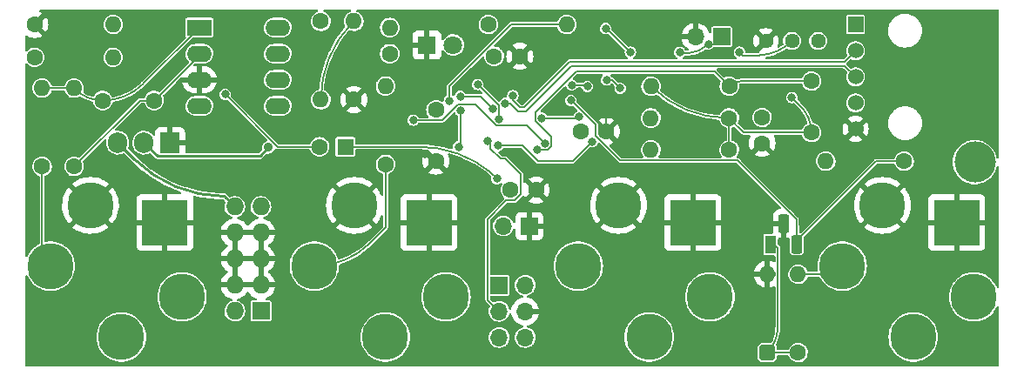
<source format=gbr>
%TF.GenerationSoftware,KiCad,Pcbnew,(5.99.0-12964-g8e5cbc5cf0)*%
%TF.CreationDate,2021-11-17T19:32:36+00:00*%
%TF.ProjectId,board,626f6172-642e-46b6-9963-61645f706362,rev?*%
%TF.SameCoordinates,Original*%
%TF.FileFunction,Copper,L2,Bot*%
%TF.FilePolarity,Positive*%
%FSLAX46Y46*%
G04 Gerber Fmt 4.6, Leading zero omitted, Abs format (unit mm)*
G04 Created by KiCad (PCBNEW (5.99.0-12964-g8e5cbc5cf0)) date 2021-11-17 19:32:36*
%MOMM*%
%LPD*%
G01*
G04 APERTURE LIST*
G04 Aperture macros list*
%AMRoundRect*
0 Rectangle with rounded corners*
0 $1 Rounding radius*
0 $2 $3 $4 $5 $6 $7 $8 $9 X,Y pos of 4 corners*
0 Add a 4 corners polygon primitive as box body*
4,1,4,$2,$3,$4,$5,$6,$7,$8,$9,$2,$3,0*
0 Add four circle primitives for the rounded corners*
1,1,$1+$1,$2,$3*
1,1,$1+$1,$4,$5*
1,1,$1+$1,$6,$7*
1,1,$1+$1,$8,$9*
0 Add four rect primitives between the rounded corners*
20,1,$1+$1,$2,$3,$4,$5,0*
20,1,$1+$1,$4,$5,$6,$7,0*
20,1,$1+$1,$6,$7,$8,$9,0*
20,1,$1+$1,$8,$9,$2,$3,0*%
G04 Aperture macros list end*
%TA.AperFunction,ComponentPad*%
%ADD10C,4.000000*%
%TD*%
%TA.AperFunction,ComponentPad*%
%ADD11C,1.600000*%
%TD*%
%TA.AperFunction,ComponentPad*%
%ADD12O,1.600000X1.600000*%
%TD*%
%TA.AperFunction,ComponentPad*%
%ADD13R,1.700000X1.700000*%
%TD*%
%TA.AperFunction,ComponentPad*%
%ADD14O,1.700000X1.700000*%
%TD*%
%TA.AperFunction,ComponentPad*%
%ADD15R,1.800000X1.800000*%
%TD*%
%TA.AperFunction,ComponentPad*%
%ADD16C,1.800000*%
%TD*%
%TA.AperFunction,ComponentPad*%
%ADD17R,2.400000X1.600000*%
%TD*%
%TA.AperFunction,ComponentPad*%
%ADD18O,2.400000X1.600000*%
%TD*%
%TA.AperFunction,ComponentPad*%
%ADD19R,1.600000X1.600000*%
%TD*%
%TA.AperFunction,ComponentPad*%
%ADD20R,1.905000X2.000000*%
%TD*%
%TA.AperFunction,ComponentPad*%
%ADD21O,1.905000X2.000000*%
%TD*%
%TA.AperFunction,ComponentPad*%
%ADD22R,1.100000X1.800000*%
%TD*%
%TA.AperFunction,ComponentPad*%
%ADD23RoundRect,0.275000X-0.275000X-0.625000X0.275000X-0.625000X0.275000X0.625000X-0.275000X0.625000X0*%
%TD*%
%TA.AperFunction,ComponentPad*%
%ADD24R,1.727200X1.727200*%
%TD*%
%TA.AperFunction,ComponentPad*%
%ADD25O,1.727200X1.727200*%
%TD*%
%TA.AperFunction,ComponentPad*%
%ADD26C,1.440000*%
%TD*%
%TA.AperFunction,ComponentPad*%
%ADD27RoundRect,0.400000X0.400000X-0.400000X0.400000X0.400000X-0.400000X0.400000X-0.400000X-0.400000X0*%
%TD*%
%TA.AperFunction,ComponentPad*%
%ADD28R,1.524000X1.524000*%
%TD*%
%TA.AperFunction,ComponentPad*%
%ADD29C,1.524000*%
%TD*%
%TA.AperFunction,ComponentPad*%
%ADD30C,4.500001*%
%TD*%
%TA.AperFunction,ComponentPad*%
%ADD31R,4.500001X4.500001*%
%TD*%
%TA.AperFunction,ComponentPad*%
%ADD32C,4.500000*%
%TD*%
%TA.AperFunction,ViaPad*%
%ADD33C,0.800000*%
%TD*%
%TA.AperFunction,ViaPad*%
%ADD34C,0.900000*%
%TD*%
%TA.AperFunction,Conductor*%
%ADD35C,0.150000*%
%TD*%
%TA.AperFunction,Conductor*%
%ADD36C,0.280000*%
%TD*%
G04 APERTURE END LIST*
D10*
%TO.P,TP1,1,1*%
%TO.N,VREF_-10*%
X172500000Y-130000000D03*
%TD*%
D11*
%TO.P,R13,1*%
%TO.N,Net-(D2-Pad1)*%
X155300000Y-148510000D03*
D12*
%TO.P,R13,2*%
%TO.N,GATE_IN*%
X155300000Y-140890000D03*
%TD*%
D11*
%TO.P,R7,1*%
%TO.N,Net-(C7-Pad2)*%
X148610000Y-125700000D03*
D12*
%TO.P,R7,2*%
%TO.N,CV_IN*%
X140990000Y-125700000D03*
%TD*%
D13*
%TO.P,BTN1,1,Pin_1*%
%TO.N,D9*%
X147875000Y-117800000D03*
D14*
%TO.P,BTN1,2,Pin_2*%
%TO.N,GND*%
X145335000Y-117800000D03*
%TD*%
D11*
%TO.P,C2,1*%
%TO.N,+3V3*%
X125750000Y-119700000D03*
%TO.P,C2,2*%
%TO.N,GND*%
X128250000Y-119700000D03*
%TD*%
%TO.P,C6,1*%
%TO.N,Net-(C6-Pad1)*%
X87700000Y-124000000D03*
%TO.P,C6,2*%
%TO.N,Net-(C6-Pad2)*%
X92700000Y-124000000D03*
%TD*%
%TO.P,R6,1*%
%TO.N,AUDIO_OUT*%
X81800000Y-130410000D03*
D12*
%TO.P,R6,2*%
%TO.N,Net-(C6-Pad1)*%
X81800000Y-122790000D03*
%TD*%
D11*
%TO.P,C4,1*%
%TO.N,+3V3*%
X127350000Y-132700000D03*
%TO.P,C4,2*%
%TO.N,GND*%
X129850000Y-132700000D03*
%TD*%
D15*
%TO.P,D1,1,K*%
%TO.N,GND*%
X119225000Y-118600000D03*
D16*
%TO.P,D1,2,A*%
%TO.N,Net-(D1-Pad2)*%
X121765000Y-118600000D03*
%TD*%
D17*
%TO.P,U4,1*%
%TO.N,Net-(C6-Pad1)*%
X97100000Y-116900000D03*
D18*
%TO.P,U4,2,-*%
%TO.N,Net-(C6-Pad2)*%
X97100000Y-119440000D03*
%TO.P,U4,3,+*%
%TO.N,GND*%
X97100000Y-121980000D03*
%TO.P,U4,4,V-*%
%TO.N,-12V*%
X97100000Y-124520000D03*
%TO.P,U4,5,+*%
%TO.N,D0*%
X104720000Y-124520000D03*
%TO.P,U4,6,-*%
%TO.N,Net-(R10-Pad2)*%
X104720000Y-121980000D03*
%TO.P,U4,7*%
%TO.N,Net-(R11-Pad1)*%
X104720000Y-119440000D03*
%TO.P,U4,8,V+*%
%TO.N,+12V*%
X104720000Y-116900000D03*
%TD*%
D19*
%TO.P,C5,1*%
%TO.N,A0*%
X111282380Y-128500000D03*
D11*
%TO.P,C5,2*%
%TO.N,Net-(C5-Pad2)*%
X108782380Y-128500000D03*
%TD*%
%TO.P,R8,1*%
%TO.N,Net-(C7-Pad2)*%
X148610000Y-128800000D03*
D12*
%TO.P,R8,2*%
%TO.N,VREF_-10*%
X140990000Y-128800000D03*
%TD*%
D20*
%TO.P,U2,1,GND*%
%TO.N,GND*%
X94240000Y-128100000D03*
D21*
%TO.P,U2,2,VO*%
%TO.N,+3V3*%
X91700000Y-128100000D03*
%TO.P,U2,3,VI*%
%TO.N,+12V*%
X89160000Y-128100000D03*
%TD*%
D11*
%TO.P,C1,1*%
%TO.N,GND*%
X120100000Y-129900000D03*
%TO.P,C1,2*%
%TO.N,Net-(C1-Pad2)*%
X120100000Y-124900000D03*
%TD*%
D13*
%TO.P,RST1,1,1*%
%TO.N,GND*%
X129175000Y-136200000D03*
D14*
%TO.P,RST1,2,2*%
%TO.N,RESET*%
X126635000Y-136200000D03*
%TD*%
D11*
%TO.P,R14,1*%
%TO.N,D2*%
X165610000Y-129900000D03*
D12*
%TO.P,R14,2*%
%TO.N,+3V3*%
X157990000Y-129900000D03*
%TD*%
D22*
%TO.P,Q1,1,B*%
%TO.N,Net-(D2-Pad1)*%
X152634292Y-138020000D03*
D23*
%TO.P,Q1,2,E*%
%TO.N,GND*%
X153904292Y-135950000D03*
%TO.P,Q1,3,C*%
%TO.N,D2*%
X155174292Y-138020000D03*
%TD*%
D11*
%TO.P,C3,1*%
%TO.N,+3V3*%
X134150000Y-127000000D03*
%TO.P,C3,2*%
%TO.N,GND*%
X136650000Y-127000000D03*
%TD*%
%TO.P,R4,1*%
%TO.N,Net-(C6-Pad2)*%
X81090000Y-119800000D03*
D12*
%TO.P,R4,2*%
%TO.N,Net-(C5-Pad2)*%
X88710000Y-119800000D03*
%TD*%
D11*
%TO.P,R5,1*%
%TO.N,Net-(C6-Pad2)*%
X84900000Y-130410000D03*
D12*
%TO.P,R5,2*%
%TO.N,Net-(C6-Pad1)*%
X84900000Y-122790000D03*
%TD*%
D24*
%TO.P,J1,1,1*%
%TO.N,-12V*%
X103070000Y-144480000D03*
D25*
%TO.P,J1,2,2*%
X100530000Y-144480000D03*
%TO.P,J1,3,3*%
%TO.N,GND*%
X103070000Y-141940000D03*
%TO.P,J1,4,4*%
X100530000Y-141940000D03*
%TO.P,J1,5,5*%
X103070000Y-139400000D03*
%TO.P,J1,6,6*%
X100530000Y-139400000D03*
%TO.P,J1,7,7*%
X103070000Y-136860000D03*
%TO.P,J1,8,8*%
X100530000Y-136860000D03*
%TO.P,J1,9,9*%
%TO.N,+12V*%
X103070000Y-134320000D03*
%TO.P,J1,10,10*%
X100530000Y-134320000D03*
%TD*%
D11*
%TO.P,R1,1*%
%TO.N,+3V3*%
X125190000Y-116600000D03*
D12*
%TO.P,R1,2*%
%TO.N,FLASH_CS*%
X132810000Y-116600000D03*
%TD*%
D26*
%TO.P,RV1,1,1*%
%TO.N,-12V*%
X157250000Y-118200000D03*
%TO.P,RV1,2,2*%
%TO.N,VREF_-10*%
X154710000Y-118200000D03*
%TO.P,RV1,3,3*%
%TO.N,GND*%
X152170000Y-118200000D03*
%TD*%
D11*
%TO.P,R9,1*%
%TO.N,A1*%
X148620000Y-122600000D03*
D12*
%TO.P,R9,2*%
%TO.N,Net-(C7-Pad2)*%
X141000000Y-122600000D03*
%TD*%
D11*
%TO.P,R2,1*%
%TO.N,Net-(D1-Pad2)*%
X115600000Y-119445000D03*
D12*
%TO.P,R2,2*%
%TO.N,D13*%
X115600000Y-116905000D03*
%TD*%
D11*
%TO.P,C7,1*%
%TO.N,A1*%
X156600000Y-122100000D03*
%TO.P,C7,2*%
%TO.N,Net-(C7-Pad2)*%
X156600000Y-127100000D03*
%TD*%
%TO.P,R12,1*%
%TO.N,GATE_OUT*%
X115200000Y-130210000D03*
D12*
%TO.P,R12,2*%
%TO.N,Net-(R11-Pad1)*%
X115200000Y-122590000D03*
%TD*%
D11*
%TO.P,R11,1*%
%TO.N,Net-(R11-Pad1)*%
X108900000Y-116290000D03*
D12*
%TO.P,R11,2*%
%TO.N,Net-(R10-Pad2)*%
X108900000Y-123910000D03*
%TD*%
D27*
%TO.P,D2,1,K*%
%TO.N,Net-(D2-Pad1)*%
X152300000Y-148510000D03*
D12*
%TO.P,D2,2,A*%
%TO.N,GND*%
X152300000Y-140890000D03*
%TD*%
D11*
%TO.P,C8,1*%
%TO.N,+3V3*%
X151800000Y-125650000D03*
%TO.P,C8,2*%
%TO.N,GND*%
X151800000Y-128150000D03*
%TD*%
D14*
%TO.P,SWD1,6,Pin_6*%
%TO.N,SWCLK*%
X128765000Y-147055000D03*
%TO.P,SWD1,5,Pin_5*%
%TO.N,RESET*%
X126225000Y-147055000D03*
%TO.P,SWD1,4,Pin_4*%
%TO.N,GND*%
X128765000Y-144515000D03*
%TO.P,SWD1,3,Pin_3*%
%TO.N,SWDIO*%
X126225000Y-144515000D03*
%TO.P,SWD1,2,Pin_2*%
%TO.N,unconnected-(SWD1-Pad2)*%
X128765000Y-141975000D03*
D13*
%TO.P,SWD1,1,Pin_1*%
%TO.N,+3V3*%
X126225000Y-141975000D03*
%TD*%
D11*
%TO.P,R10,1*%
%TO.N,GND*%
X112100000Y-123910000D03*
D12*
%TO.P,R10,2*%
%TO.N,Net-(R10-Pad2)*%
X112100000Y-116290000D03*
%TD*%
D11*
%TO.P,R3,1*%
%TO.N,GND*%
X81090000Y-116600000D03*
D12*
%TO.P,R3,2*%
%TO.N,Net-(C5-Pad2)*%
X88710000Y-116600000D03*
%TD*%
D28*
%TO.P,USB1,1,VBUS*%
%TO.N,unconnected-(USB1-Pad1)*%
X160895000Y-116615000D03*
D29*
%TO.P,USB1,2,D-*%
%TO.N,D-*%
X160895000Y-119155000D03*
%TO.P,USB1,3,D+*%
%TO.N,D+*%
X160895000Y-121695000D03*
%TO.P,USB1,4,ID*%
%TO.N,unconnected-(USB1-Pad4)*%
X160895000Y-124235000D03*
%TO.P,USB1,5,GND*%
%TO.N,GND*%
X160895000Y-126775000D03*
%TD*%
D30*
%TO.P,GATE_IN1,R*%
%TO.N,N/C*%
X166500000Y-147000000D03*
%TO.P,GATE_IN1,RN*%
X172400000Y-143100000D03*
D31*
%TO.P,GATE_IN1,S*%
%TO.N,GND*%
X170740000Y-135860000D03*
D32*
%TO.P,GATE_IN1,T*%
%TO.N,GATE_IN*%
X159600000Y-140100000D03*
%TO.P,GATE_IN1,TN*%
%TO.N,GND*%
X163500000Y-134200000D03*
%TD*%
D30*
%TO.P,CV_IN1,R*%
%TO.N,N/C*%
X140833334Y-147000000D03*
%TO.P,CV_IN1,RN*%
X146733334Y-143100000D03*
D31*
%TO.P,CV_IN1,S*%
%TO.N,GND*%
X145073334Y-135860000D03*
D32*
%TO.P,CV_IN1,T*%
%TO.N,CV_IN*%
X133933334Y-140100000D03*
%TO.P,CV_IN1,TN*%
%TO.N,GND*%
X137833334Y-134200000D03*
%TD*%
D30*
%TO.P,HONK_OUT1,R*%
%TO.N,N/C*%
X89500000Y-147000000D03*
%TO.P,HONK_OUT1,RN*%
X95400000Y-143100000D03*
D31*
%TO.P,HONK_OUT1,S*%
%TO.N,GND*%
X93740000Y-135860000D03*
D32*
%TO.P,HONK_OUT1,T*%
%TO.N,AUDIO_OUT*%
X82600000Y-140100000D03*
%TO.P,HONK_OUT1,TN*%
%TO.N,GND*%
X86500000Y-134200000D03*
%TD*%
D30*
%TO.P,GATE_OUT1,R*%
%TO.N,N/C*%
X115166668Y-147000000D03*
%TO.P,GATE_OUT1,RN*%
X121066668Y-143100000D03*
D31*
%TO.P,GATE_OUT1,S*%
%TO.N,GND*%
X119406668Y-135860000D03*
D32*
%TO.P,GATE_OUT1,T*%
%TO.N,GATE_OUT*%
X108266668Y-140100000D03*
%TO.P,GATE_OUT1,TN*%
%TO.N,GND*%
X112166668Y-134200000D03*
%TD*%
D33*
%TO.N,D9*%
X146600000Y-118500000D03*
X143800000Y-119300980D03*
%TO.N,GND*%
X135300000Y-121800000D03*
X119000000Y-129200000D03*
X124500000Y-132600000D03*
X121800000Y-125900000D03*
X121100000Y-127700000D03*
D34*
%TO.N,+3V3*%
X103809444Y-128563331D03*
D33*
%TO.N,A0*%
X126010165Y-131606657D03*
%TO.N,Net-(C5-Pad2)*%
X99600000Y-123400000D03*
%TO.N,A1*%
X129979084Y-128817928D03*
%TO.N,Net-(C7-Pad2)*%
X154700000Y-123700000D03*
%TO.N,D2*%
X133216367Y-123988176D03*
%TO.N,FLASH_CS*%
X121400000Y-124000000D03*
%TO.N,VREF_-10*%
X149600000Y-119300980D03*
%TO.N,RESET*%
X122500000Y-125000000D03*
X122300000Y-128500000D03*
%TO.N,SWDIO*%
X125100000Y-127900000D03*
%TO.N,D0*%
X130700000Y-128200000D03*
X117900000Y-125900000D03*
%TO.N,D-*%
X127571232Y-123528768D03*
%TO.N,D+*%
X126828768Y-124271232D03*
%TO.N,FLASH_MOSI*%
X126200259Y-125800777D03*
X130400000Y-125700000D03*
X124156891Y-122431992D03*
X134000000Y-125600000D03*
%TO.N,FLASH_SCK*%
X134820640Y-122619615D03*
X125589500Y-124790460D03*
X133300000Y-122500000D03*
X122455000Y-123602565D03*
%TO.N,FLASH_MISO*%
X139000000Y-119300000D03*
X136700000Y-122000000D03*
X126100000Y-128400000D03*
X138000000Y-122800000D03*
X136600000Y-117000000D03*
X135300000Y-128000000D03*
%TD*%
D35*
%TO.N,D9*%
X144599640Y-119397641D02*
X143896661Y-119397641D01*
X143896661Y-119397641D02*
X143800000Y-119300980D01*
X144599640Y-119397641D02*
G75*
G03*
X146600000Y-118500000I-183368J3086314D01*
G01*
%TO.N,GND*%
X121100000Y-127700000D02*
X121100000Y-128300000D01*
X136650000Y-123150000D02*
X136650000Y-127000000D01*
X121800000Y-125900000D02*
X121100000Y-126600000D01*
X119700000Y-129900000D02*
X119000000Y-129200000D01*
X121100000Y-126600000D02*
X121100000Y-127700000D01*
X135300000Y-121800000D02*
X136650000Y-123150000D01*
X120100000Y-129900000D02*
X119700000Y-129900000D01*
D36*
%TO.N,+3V3*%
X93020503Y-129389511D02*
X102983264Y-129389511D01*
X91700000Y-128100000D02*
X93020503Y-129389511D01*
X102983264Y-129389511D02*
X103809444Y-128563331D01*
D35*
%TO.N,A0*%
X125470759Y-131030625D02*
X126010165Y-131570031D01*
X126010165Y-131570031D02*
X126010165Y-131606657D01*
X111282380Y-128500000D02*
X118474517Y-128500000D01*
X125470758Y-131030626D02*
G75*
G03*
X118474517Y-128500001I-6999936J-8415911D01*
G01*
%TO.N,Net-(C5-Pad2)*%
X108782380Y-128500000D02*
X104700001Y-128500000D01*
X104700001Y-128500000D02*
X99600000Y-123400000D01*
%TO.N,Net-(C6-Pad1)*%
X84985700Y-122875700D02*
X84900000Y-122790000D01*
X91626345Y-122373654D02*
X97100000Y-116900000D01*
X81800000Y-122790000D02*
X84900000Y-122790000D01*
X91626345Y-122373654D02*
G75*
G02*
X87700000Y-124000000I-3926342J3926335D01*
G01*
X84985700Y-122875700D02*
G75*
G03*
X87700000Y-124000000I2714299J2714297D01*
G01*
%TO.N,Net-(C6-Pad2)*%
X91310000Y-124000000D02*
X84900000Y-130410000D01*
X96986863Y-119713137D02*
X92700000Y-124000000D01*
X92700000Y-124000000D02*
X91310000Y-124000000D01*
X96986863Y-119713137D02*
G75*
G03*
X97100000Y-119440000I-273132J273135D01*
G01*
%TO.N,A1*%
X130958678Y-128824501D02*
X129985657Y-128824501D01*
X131324501Y-128458678D02*
X130958678Y-128824501D01*
X147195499Y-121175499D02*
X133741322Y-121175499D01*
X133741322Y-121175499D02*
X129775499Y-125141322D01*
X129775499Y-125958678D02*
X131324501Y-127507680D01*
X156600000Y-122100000D02*
X149827106Y-122100000D01*
X129775499Y-125141322D02*
X129775499Y-125958678D01*
X131324501Y-127507680D02*
X131324501Y-128458678D01*
X148620000Y-122600000D02*
X147195499Y-121175499D01*
X129985657Y-128824501D02*
X129979084Y-128817928D01*
X148620000Y-122600000D02*
G75*
G02*
X149827106Y-122100000I1207107J-1207108D01*
G01*
%TO.N,Net-(C7-Pad2)*%
X150010000Y-127100000D02*
X156600000Y-127100000D01*
X148610000Y-125700000D02*
X150010000Y-127100000D01*
X155539340Y-124539340D02*
X154700000Y-123700000D01*
X148610000Y-125700000D02*
X148610000Y-128800000D01*
X148610000Y-125700000D02*
X148484062Y-125700000D01*
X155539340Y-124539340D02*
G75*
G02*
X156600000Y-127100000I-2560666J-2560662D01*
G01*
X141000000Y-122600000D02*
G75*
G03*
X148484062Y-125700000I7484063J7484066D01*
G01*
%TO.N,Net-(D2-Pad1)*%
X152634292Y-137620000D02*
X153324511Y-138310219D01*
X153324511Y-138310219D02*
X153324511Y-146036612D01*
X155300000Y-148510000D02*
X152300000Y-148510000D01*
X152300000Y-148510000D02*
G75*
G03*
X153324511Y-146036612I-2473384J2473386D01*
G01*
%TO.N,GATE_IN*%
X155300000Y-140890000D02*
X157692772Y-140890000D01*
X159600000Y-140100000D02*
G75*
G02*
X157692772Y-140890000I-1907227J1907225D01*
G01*
%TO.N,GATE_OUT*%
X115200000Y-136348648D02*
X113698648Y-137850000D01*
X115200000Y-130210000D02*
X115200000Y-136348648D01*
X108266668Y-140099999D02*
G75*
G03*
X113698647Y-137849999I1J7681976D01*
G01*
%TO.N,AUDIO_OUT*%
X81800000Y-130410000D02*
X81800000Y-138168630D01*
X82600000Y-140100000D02*
G75*
G02*
X81800000Y-138168630I1931360J1931366D01*
G01*
D36*
%TO.N,+12V*%
X100530000Y-134320000D02*
X99530489Y-133320489D01*
X90738889Y-129678889D02*
X89160000Y-128100000D01*
X90738889Y-129678889D02*
G75*
G03*
X99530489Y-133320489I8791599J8791598D01*
G01*
D35*
%TO.N,D2*%
X162894292Y-129900000D02*
X155174292Y-137620000D01*
X133271355Y-123988176D02*
X133216367Y-123988176D01*
X135625489Y-126342310D02*
X133271355Y-123988176D01*
X155174292Y-137620000D02*
X155149282Y-135580942D01*
X165610000Y-129900000D02*
X162894292Y-129900000D01*
X149392851Y-129824511D02*
X138025633Y-129824511D01*
X135625489Y-127424367D02*
X135625489Y-126342310D01*
X155149282Y-135580942D02*
X149392851Y-129824511D01*
X138025633Y-129824511D02*
X135625489Y-127424367D01*
%TO.N,FLASH_CS*%
X121400000Y-122601122D02*
X121400000Y-124000000D01*
X132810000Y-116600000D02*
X127401122Y-116600000D01*
X127401122Y-116600000D02*
X121400000Y-122601122D01*
%TO.N,VREF_-10*%
X151538702Y-119597826D02*
X149896846Y-119597826D01*
X149896846Y-119597826D02*
X149600000Y-119300980D01*
X151538702Y-119597825D02*
G75*
G03*
X154709999Y-118199999I-218675J4792448D01*
G01*
%TO.N,Net-(R10-Pad2)*%
X112025412Y-116364588D02*
X112100000Y-116290000D01*
X112025412Y-116364588D02*
G75*
G03*
X108900000Y-123910000I7545409J-7545411D01*
G01*
%TO.N,RESET*%
X122500000Y-128300000D02*
X122500000Y-125000000D01*
X122300000Y-128500000D02*
X122500000Y-128300000D01*
%TO.N,SWDIO*%
X128374511Y-131174511D02*
X126849001Y-129649001D01*
X125375499Y-128658678D02*
X125375499Y-128175499D01*
X126225000Y-144515000D02*
X125126508Y-143416508D01*
X126925633Y-133724511D02*
X127774367Y-133724511D01*
X127774367Y-133724511D02*
X128374511Y-133124367D01*
X125375499Y-128175499D02*
X125100000Y-127900000D01*
X126365822Y-129649001D02*
X125375499Y-128658678D01*
X126849001Y-129649001D02*
X126365822Y-129649001D01*
X125126508Y-135523636D02*
X126925633Y-133724511D01*
X125126508Y-143416508D02*
X125126508Y-135523636D01*
X128374511Y-133124367D02*
X128374511Y-131174511D01*
%TO.N,D0*%
X122241322Y-124375499D02*
X123891802Y-124375499D01*
X120692310Y-125924511D02*
X122241322Y-124375499D01*
X117924511Y-125924511D02*
X120692310Y-125924511D01*
X123891802Y-124375499D02*
X125941581Y-126425278D01*
X128925278Y-126425278D02*
X130700000Y-128200000D01*
X117900000Y-125900000D02*
X117924511Y-125924511D01*
X125941581Y-126425278D02*
X128925278Y-126425278D01*
%TO.N,D-*%
X133092156Y-120225000D02*
X159825000Y-120225000D01*
X128232264Y-124649421D02*
X128667735Y-124649421D01*
X159825000Y-120225000D02*
X160895000Y-119155000D01*
X127571232Y-123528768D02*
X127571232Y-123988389D01*
X127571232Y-123988389D02*
X128232264Y-124649421D01*
X128667735Y-124649421D02*
X133092156Y-120225000D01*
%TO.N,D+*%
X159825000Y-120625000D02*
X160895000Y-121695000D01*
X133257844Y-120625000D02*
X159825000Y-120625000D01*
X128066578Y-125049421D02*
X128833423Y-125049421D01*
X126828768Y-124271232D02*
X127288389Y-124271232D01*
X128833423Y-125049421D02*
X133257844Y-120625000D01*
X127288389Y-124271232D02*
X128066578Y-125049421D01*
%TO.N,FLASH_MOSI*%
X134000000Y-125600000D02*
X133900000Y-125700000D01*
X133900000Y-125700000D02*
X130400000Y-125700000D01*
X126214001Y-124489102D02*
X124156891Y-122431992D01*
X126214001Y-125787035D02*
X126214001Y-124489102D01*
X126200259Y-125800777D02*
X126214001Y-125787035D01*
%TO.N,FLASH_SCK*%
X122455000Y-123602565D02*
X124401605Y-123602565D01*
X124401605Y-123602565D02*
X125589500Y-124790460D01*
X134701025Y-122500000D02*
X134820640Y-122619615D01*
X133300000Y-122500000D02*
X134701025Y-122500000D01*
%TO.N,FLASH_MISO*%
X138000000Y-122800000D02*
X137200000Y-122000000D01*
X136700000Y-117000000D02*
X136600000Y-117000000D01*
X130000000Y-129900000D02*
X133400000Y-129900000D01*
X133400000Y-129900000D02*
X135300000Y-128000000D01*
X126100000Y-128400000D02*
X128500000Y-128400000D01*
X137200000Y-122000000D02*
X136700000Y-122000000D01*
X139000000Y-119300000D02*
X136700000Y-117000000D01*
X128500000Y-128400000D02*
X130000000Y-129900000D01*
%TD*%
%TA.AperFunction,Conductor*%
%TO.N,GND*%
G36*
X108600496Y-115170002D02*
G01*
X108646989Y-115223658D01*
X108657093Y-115293932D01*
X108627599Y-115358512D01*
X108567951Y-115396873D01*
X108542214Y-115404448D01*
X108377023Y-115490807D01*
X108231752Y-115607608D01*
X108111935Y-115750401D01*
X108108971Y-115755793D01*
X108108968Y-115755797D01*
X108052119Y-115859205D01*
X108022135Y-115913746D01*
X108020274Y-115919613D01*
X108020273Y-115919615D01*
X107986568Y-116025866D01*
X107965772Y-116091424D01*
X107944994Y-116276665D01*
X107945510Y-116282809D01*
X107959109Y-116444750D01*
X107960592Y-116462414D01*
X107962698Y-116469758D01*
X108007724Y-116626783D01*
X108011971Y-116641595D01*
X108014790Y-116647080D01*
X108093124Y-116799500D01*
X108097176Y-116807385D01*
X108212959Y-116953468D01*
X108354912Y-117074279D01*
X108517627Y-117165217D01*
X108694907Y-117222819D01*
X108879998Y-117244890D01*
X108886133Y-117244418D01*
X108886135Y-117244418D01*
X109059710Y-117231062D01*
X109059715Y-117231061D01*
X109065851Y-117230589D01*
X109071781Y-117228933D01*
X109071783Y-117228933D01*
X109202733Y-117192371D01*
X109245387Y-117180462D01*
X109411768Y-117096417D01*
X109436255Y-117077286D01*
X109553794Y-116985454D01*
X109553795Y-116985453D01*
X109558655Y-116981656D01*
X109680454Y-116840550D01*
X109703368Y-116800215D01*
X109733226Y-116747655D01*
X109772526Y-116678474D01*
X109831364Y-116501601D01*
X109844270Y-116399445D01*
X109854285Y-116320170D01*
X109854286Y-116320163D01*
X109854727Y-116316668D01*
X109855099Y-116290000D01*
X109836909Y-116104487D01*
X109835128Y-116098588D01*
X109835127Y-116098583D01*
X109784814Y-115931939D01*
X109783033Y-115926040D01*
X109733091Y-115832113D01*
X109698416Y-115766898D01*
X109698414Y-115766895D01*
X109695522Y-115761456D01*
X109691632Y-115756686D01*
X109691629Y-115756682D01*
X109581605Y-115621780D01*
X109581602Y-115621777D01*
X109577710Y-115617005D01*
X109572056Y-115612327D01*
X109463584Y-115522591D01*
X109434085Y-115498187D01*
X109270116Y-115409529D01*
X109253702Y-115404448D01*
X109227590Y-115396365D01*
X109168430Y-115357114D01*
X109139882Y-115292110D01*
X109151010Y-115221991D01*
X109198281Y-115169019D01*
X109264848Y-115150000D01*
X111732375Y-115150000D01*
X111800496Y-115170002D01*
X111846989Y-115223658D01*
X111857093Y-115293932D01*
X111827599Y-115358512D01*
X111767951Y-115396873D01*
X111742214Y-115404448D01*
X111577023Y-115490807D01*
X111431752Y-115607608D01*
X111311935Y-115750401D01*
X111308971Y-115755793D01*
X111308968Y-115755797D01*
X111252119Y-115859205D01*
X111222135Y-115913746D01*
X111220274Y-115919613D01*
X111220273Y-115919615D01*
X111186568Y-116025866D01*
X111165772Y-116091424D01*
X111144994Y-116276665D01*
X111145510Y-116282809D01*
X111159109Y-116444750D01*
X111160592Y-116462414D01*
X111162698Y-116469758D01*
X111207724Y-116626783D01*
X111211971Y-116641595D01*
X111259088Y-116733273D01*
X111262475Y-116739864D01*
X111275823Y-116809595D01*
X111246678Y-116878750D01*
X111174052Y-116964757D01*
X111049796Y-117111906D01*
X111048382Y-117113580D01*
X111047319Y-117114992D01*
X111047313Y-117115000D01*
X110786210Y-117461946D01*
X110680711Y-117602129D01*
X110341012Y-118110525D01*
X110340119Y-118112038D01*
X110340117Y-118112042D01*
X110032825Y-118632978D01*
X110030353Y-118637168D01*
X109749712Y-119180402D01*
X109748993Y-119182009D01*
X109748991Y-119182013D01*
X109500694Y-119736901D01*
X109500686Y-119736921D01*
X109499972Y-119738516D01*
X109499342Y-119740168D01*
X109499336Y-119740181D01*
X109380463Y-120051595D01*
X109281918Y-120309756D01*
X109096237Y-120892323D01*
X108943513Y-121484386D01*
X108824226Y-122084080D01*
X108787320Y-122345502D01*
X108747463Y-122627826D01*
X108738753Y-122689519D01*
X108734031Y-122745502D01*
X108722034Y-122887723D01*
X108696377Y-122953921D01*
X108639003Y-122995740D01*
X108632056Y-122998005D01*
X108570156Y-123016224D01*
X108542214Y-123024448D01*
X108377023Y-123110807D01*
X108372223Y-123114667D01*
X108372222Y-123114667D01*
X108346694Y-123135192D01*
X108231752Y-123227608D01*
X108111935Y-123370401D01*
X108108971Y-123375793D01*
X108108968Y-123375797D01*
X108053390Y-123476894D01*
X108022135Y-123533746D01*
X108020274Y-123539613D01*
X108020273Y-123539615D01*
X107969396Y-123700000D01*
X107965772Y-123711424D01*
X107944994Y-123896665D01*
X107945510Y-123902809D01*
X107959606Y-124070667D01*
X107960592Y-124082414D01*
X107962291Y-124088339D01*
X108010152Y-124255250D01*
X108011971Y-124261595D01*
X108014790Y-124267080D01*
X108079935Y-124393837D01*
X108097176Y-124427385D01*
X108212959Y-124573468D01*
X108354912Y-124694279D01*
X108360290Y-124697285D01*
X108360292Y-124697286D01*
X108405184Y-124722375D01*
X108517627Y-124785217D01*
X108694907Y-124842819D01*
X108879998Y-124864890D01*
X108886133Y-124864418D01*
X108886135Y-124864418D01*
X109059710Y-124851062D01*
X109059715Y-124851061D01*
X109065851Y-124850589D01*
X109071781Y-124848933D01*
X109071783Y-124848933D01*
X109201530Y-124812707D01*
X109245387Y-124800462D01*
X109411768Y-124716417D01*
X109417655Y-124711818D01*
X109553794Y-124605454D01*
X109553795Y-124605453D01*
X109558655Y-124601656D01*
X109680454Y-124460550D01*
X109772526Y-124298474D01*
X109831364Y-124121601D01*
X109840077Y-124052635D01*
X109854285Y-123940170D01*
X109854286Y-123940163D01*
X109854727Y-123936668D01*
X109855023Y-123915475D01*
X110787483Y-123915475D01*
X110806472Y-124132519D01*
X110808375Y-124143312D01*
X110864764Y-124353761D01*
X110868510Y-124364053D01*
X110960586Y-124561511D01*
X110966069Y-124571006D01*
X111002509Y-124623048D01*
X111012988Y-124631424D01*
X111026434Y-124624356D01*
X111727978Y-123922812D01*
X111734356Y-123911132D01*
X112464408Y-123911132D01*
X112464539Y-123912965D01*
X112468790Y-123919580D01*
X113174287Y-124625077D01*
X113186062Y-124631507D01*
X113198077Y-124622211D01*
X113233931Y-124571006D01*
X113239414Y-124561511D01*
X113331490Y-124364053D01*
X113335236Y-124353761D01*
X113391625Y-124143312D01*
X113393528Y-124132519D01*
X113412517Y-123915475D01*
X113412517Y-123904525D01*
X113393528Y-123687481D01*
X113391625Y-123676688D01*
X113335236Y-123466239D01*
X113331490Y-123455947D01*
X113239414Y-123258489D01*
X113233931Y-123248994D01*
X113197491Y-123196952D01*
X113187012Y-123188576D01*
X113173566Y-123195644D01*
X112472022Y-123897188D01*
X112464408Y-123911132D01*
X111734356Y-123911132D01*
X111735592Y-123908868D01*
X111735461Y-123907035D01*
X111731210Y-123900420D01*
X111025713Y-123194923D01*
X111013938Y-123188493D01*
X111001923Y-123197789D01*
X110966069Y-123248994D01*
X110960586Y-123258489D01*
X110868510Y-123455947D01*
X110864764Y-123466239D01*
X110808375Y-123676688D01*
X110806472Y-123687481D01*
X110787483Y-123904525D01*
X110787483Y-123915475D01*
X109855023Y-123915475D01*
X109855099Y-123910000D01*
X109836909Y-123724487D01*
X109835128Y-123718588D01*
X109835127Y-123718583D01*
X109784814Y-123551939D01*
X109783033Y-123546040D01*
X109722788Y-123432736D01*
X109698416Y-123386898D01*
X109698414Y-123386895D01*
X109695522Y-123381456D01*
X109691632Y-123376686D01*
X109691629Y-123376682D01*
X109581605Y-123241780D01*
X109581602Y-123241777D01*
X109577710Y-123237005D01*
X109572056Y-123232327D01*
X109478840Y-123155212D01*
X109434085Y-123118187D01*
X109270116Y-123029529D01*
X109264228Y-123027706D01*
X109258551Y-123025320D01*
X109259238Y-123023685D01*
X109207077Y-122989074D01*
X109178532Y-122924068D01*
X109177945Y-122897373D01*
X109177957Y-122897240D01*
X109184220Y-122822988D01*
X111378576Y-122822988D01*
X111385644Y-122836434D01*
X112087188Y-123537978D01*
X112101132Y-123545592D01*
X112102965Y-123545461D01*
X112109580Y-123541210D01*
X112815077Y-122835713D01*
X112821507Y-122823938D01*
X112812211Y-122811923D01*
X112761006Y-122776069D01*
X112751511Y-122770586D01*
X112554053Y-122678510D01*
X112543761Y-122674764D01*
X112333312Y-122618375D01*
X112322519Y-122616472D01*
X112105475Y-122597483D01*
X112094525Y-122597483D01*
X111877481Y-122616472D01*
X111866688Y-122618375D01*
X111656239Y-122674764D01*
X111645947Y-122678510D01*
X111448489Y-122770586D01*
X111438994Y-122776069D01*
X111386952Y-122812509D01*
X111378576Y-122822988D01*
X109184220Y-122822988D01*
X109190881Y-122744012D01*
X109191671Y-122737001D01*
X109198127Y-122691276D01*
X109214307Y-122576665D01*
X114244994Y-122576665D01*
X114245821Y-122586513D01*
X114255623Y-122703235D01*
X114260592Y-122762414D01*
X114264678Y-122776665D01*
X114308790Y-122930500D01*
X114311971Y-122941595D01*
X114335169Y-122986733D01*
X114387809Y-123089158D01*
X114397176Y-123107385D01*
X114512959Y-123253468D01*
X114654912Y-123374279D01*
X114660290Y-123377285D01*
X114660292Y-123377286D01*
X114686529Y-123391949D01*
X114817627Y-123465217D01*
X114994907Y-123522819D01*
X115179998Y-123544890D01*
X115186133Y-123544418D01*
X115186135Y-123544418D01*
X115359710Y-123531062D01*
X115359715Y-123531061D01*
X115365851Y-123530589D01*
X115371781Y-123528933D01*
X115371783Y-123528933D01*
X115519517Y-123487685D01*
X115545387Y-123480462D01*
X115711768Y-123396417D01*
X115723388Y-123387339D01*
X115853794Y-123285454D01*
X115853795Y-123285453D01*
X115858655Y-123281656D01*
X115972929Y-123149268D01*
X115976430Y-123145212D01*
X115976431Y-123145211D01*
X115980454Y-123140550D01*
X115985811Y-123131121D01*
X116024074Y-123063765D01*
X116072526Y-122978474D01*
X116131364Y-122801601D01*
X116146171Y-122684398D01*
X116154285Y-122620170D01*
X116154286Y-122620163D01*
X116154727Y-122616668D01*
X116155099Y-122590000D01*
X116136909Y-122404487D01*
X116135128Y-122398588D01*
X116135127Y-122398583D01*
X116084814Y-122231939D01*
X116083033Y-122226040D01*
X116025058Y-122117005D01*
X115998416Y-122066898D01*
X115998414Y-122066895D01*
X115995522Y-122061456D01*
X115991632Y-122056686D01*
X115991629Y-122056682D01*
X115881605Y-121921780D01*
X115881602Y-121921777D01*
X115877710Y-121917005D01*
X115872056Y-121912327D01*
X115738834Y-121802116D01*
X115734085Y-121798187D01*
X115570116Y-121709529D01*
X115481082Y-121681969D01*
X115397936Y-121656231D01*
X115397933Y-121656230D01*
X115392049Y-121654409D01*
X115385924Y-121653765D01*
X115385923Y-121653765D01*
X115212796Y-121635568D01*
X115212795Y-121635568D01*
X115206668Y-121634924D01*
X115137156Y-121641250D01*
X115027171Y-121651259D01*
X115027168Y-121651260D01*
X115021032Y-121651818D01*
X115015122Y-121653557D01*
X115015119Y-121653558D01*
X114896620Y-121688435D01*
X114842214Y-121704448D01*
X114677023Y-121790807D01*
X114672223Y-121794667D01*
X114672222Y-121794667D01*
X114664078Y-121801215D01*
X114531752Y-121907608D01*
X114411935Y-122050401D01*
X114408971Y-122055793D01*
X114408968Y-122055797D01*
X114356443Y-122151340D01*
X114322135Y-122213746D01*
X114320274Y-122219613D01*
X114320273Y-122219615D01*
X114269162Y-122380738D01*
X114265772Y-122391424D01*
X114244994Y-122576665D01*
X109214307Y-122576665D01*
X109221787Y-122523679D01*
X109272589Y-122163839D01*
X109273773Y-122156872D01*
X109386697Y-121589162D01*
X109388270Y-121582271D01*
X109483150Y-121214448D01*
X109532848Y-121021786D01*
X109534802Y-121015002D01*
X109538470Y-121003496D01*
X109710587Y-120463484D01*
X109712922Y-120456814D01*
X109724602Y-120426215D01*
X109919345Y-119916045D01*
X109922033Y-119909552D01*
X110135874Y-119431665D01*
X114644994Y-119431665D01*
X114646732Y-119452366D01*
X114658863Y-119596820D01*
X114660592Y-119617414D01*
X114662291Y-119623339D01*
X114709124Y-119786665D01*
X114711971Y-119796595D01*
X114714790Y-119802080D01*
X114776688Y-119922519D01*
X114797176Y-119962385D01*
X114912959Y-120108468D01*
X115054912Y-120229279D01*
X115217627Y-120320217D01*
X115394907Y-120377819D01*
X115579998Y-120399890D01*
X115586133Y-120399418D01*
X115586135Y-120399418D01*
X115759710Y-120386062D01*
X115759715Y-120386061D01*
X115765851Y-120385589D01*
X115771781Y-120383933D01*
X115771783Y-120383933D01*
X115939459Y-120337117D01*
X115939458Y-120337117D01*
X115945387Y-120335462D01*
X116111768Y-120251417D01*
X116136255Y-120232286D01*
X116253794Y-120140454D01*
X116253795Y-120140453D01*
X116258655Y-120136656D01*
X116367827Y-120010179D01*
X116376430Y-120000212D01*
X116376431Y-120000211D01*
X116380454Y-119995550D01*
X116472526Y-119833474D01*
X116531364Y-119656601D01*
X116540263Y-119586163D01*
X116545505Y-119544669D01*
X117817001Y-119544669D01*
X117817371Y-119551490D01*
X117822895Y-119602352D01*
X117826521Y-119617604D01*
X117871676Y-119738054D01*
X117880214Y-119753649D01*
X117956715Y-119855724D01*
X117969276Y-119868285D01*
X118071351Y-119944786D01*
X118086946Y-119953324D01*
X118207394Y-119998478D01*
X118222649Y-120002105D01*
X118273514Y-120007631D01*
X118280328Y-120008000D01*
X118952885Y-120008000D01*
X118968124Y-120003525D01*
X118969329Y-120002135D01*
X118971000Y-119994452D01*
X118971000Y-119989884D01*
X119479000Y-119989884D01*
X119483475Y-120005123D01*
X119484865Y-120006328D01*
X119492548Y-120007999D01*
X120169669Y-120007999D01*
X120176490Y-120007629D01*
X120227352Y-120002105D01*
X120242604Y-119998479D01*
X120363054Y-119953324D01*
X120378649Y-119944786D01*
X120480724Y-119868285D01*
X120493285Y-119855724D01*
X120569786Y-119753649D01*
X120578324Y-119738054D01*
X120623478Y-119617606D01*
X120627105Y-119602351D01*
X120632631Y-119551486D01*
X120633000Y-119544672D01*
X120633000Y-119216482D01*
X120653002Y-119148361D01*
X120706658Y-119101868D01*
X120776932Y-119091764D01*
X120841512Y-119121258D01*
X120871067Y-119158888D01*
X120877712Y-119171818D01*
X121005677Y-119333270D01*
X121010370Y-119337264D01*
X121010371Y-119337265D01*
X121145615Y-119452366D01*
X121162564Y-119466791D01*
X121167942Y-119469797D01*
X121167944Y-119469798D01*
X121192962Y-119483780D01*
X121342398Y-119567297D01*
X121419488Y-119592345D01*
X121532471Y-119629056D01*
X121532475Y-119629057D01*
X121538329Y-119630959D01*
X121742894Y-119655351D01*
X121749029Y-119654879D01*
X121749031Y-119654879D01*
X121806186Y-119650481D01*
X121948300Y-119639546D01*
X121954230Y-119637890D01*
X121954232Y-119637890D01*
X122105862Y-119595554D01*
X122146725Y-119584145D01*
X122152214Y-119581372D01*
X122152220Y-119581370D01*
X122296312Y-119508583D01*
X122330610Y-119491258D01*
X122337781Y-119485656D01*
X122488101Y-119368213D01*
X122492951Y-119364424D01*
X122499434Y-119356914D01*
X122623540Y-119213134D01*
X122623540Y-119213133D01*
X122627564Y-119208472D01*
X122648387Y-119171818D01*
X122676993Y-119121462D01*
X122729323Y-119029344D01*
X122794351Y-118833863D01*
X122820171Y-118629474D01*
X122820448Y-118609673D01*
X122820534Y-118603522D01*
X122820534Y-118603518D01*
X122820583Y-118600000D01*
X122800480Y-118394970D01*
X122740935Y-118197749D01*
X122644218Y-118015849D01*
X122542903Y-117891625D01*
X122517906Y-117860975D01*
X122517903Y-117860972D01*
X122514011Y-117856200D01*
X122507121Y-117850500D01*
X122360025Y-117728811D01*
X122360021Y-117728809D01*
X122355275Y-117724882D01*
X122174055Y-117626897D01*
X121977254Y-117565977D01*
X121971129Y-117565333D01*
X121971128Y-117565333D01*
X121778498Y-117545087D01*
X121778496Y-117545087D01*
X121772369Y-117544443D01*
X121685529Y-117552346D01*
X121573342Y-117562555D01*
X121573339Y-117562556D01*
X121567203Y-117563114D01*
X121369572Y-117621280D01*
X121187002Y-117716726D01*
X121182201Y-117720586D01*
X121182198Y-117720588D01*
X121036392Y-117837819D01*
X121026447Y-117845815D01*
X120894024Y-118003630D01*
X120891055Y-118009031D01*
X120891048Y-118009041D01*
X120869413Y-118048395D01*
X120819068Y-118098454D01*
X120749651Y-118113347D01*
X120683202Y-118088346D01*
X120640818Y-118031389D01*
X120632999Y-117987694D01*
X120632999Y-117655331D01*
X120632629Y-117648510D01*
X120627105Y-117597648D01*
X120623479Y-117582396D01*
X120578324Y-117461946D01*
X120569786Y-117446351D01*
X120493285Y-117344276D01*
X120480724Y-117331715D01*
X120378649Y-117255214D01*
X120363054Y-117246676D01*
X120242606Y-117201522D01*
X120227351Y-117197895D01*
X120176486Y-117192369D01*
X120169672Y-117192000D01*
X119497115Y-117192000D01*
X119481876Y-117196475D01*
X119480671Y-117197865D01*
X119479000Y-117205548D01*
X119479000Y-119989884D01*
X118971000Y-119989884D01*
X118971000Y-118872115D01*
X118966525Y-118856876D01*
X118965135Y-118855671D01*
X118957452Y-118854000D01*
X117835116Y-118854000D01*
X117819877Y-118858475D01*
X117818672Y-118859865D01*
X117817001Y-118867548D01*
X117817001Y-119544669D01*
X116545505Y-119544669D01*
X116554285Y-119475170D01*
X116554286Y-119475163D01*
X116554727Y-119471668D01*
X116555099Y-119445000D01*
X116536909Y-119259487D01*
X116535128Y-119253588D01*
X116535127Y-119253583D01*
X116484814Y-119086939D01*
X116483033Y-119081040D01*
X116433874Y-118988586D01*
X116398416Y-118921898D01*
X116398414Y-118921895D01*
X116395522Y-118916456D01*
X116391632Y-118911686D01*
X116391629Y-118911682D01*
X116281605Y-118776780D01*
X116281602Y-118776777D01*
X116277710Y-118772005D01*
X116272641Y-118767811D01*
X116180453Y-118691546D01*
X116134085Y-118653187D01*
X115970116Y-118564529D01*
X115879852Y-118536588D01*
X115797936Y-118511231D01*
X115797933Y-118511230D01*
X115792049Y-118509409D01*
X115785924Y-118508765D01*
X115785923Y-118508765D01*
X115612796Y-118490568D01*
X115612795Y-118490568D01*
X115606668Y-118489924D01*
X115528549Y-118497033D01*
X115427171Y-118506259D01*
X115427168Y-118506260D01*
X115421032Y-118506818D01*
X115415122Y-118508557D01*
X115415119Y-118508558D01*
X115291303Y-118545000D01*
X115242214Y-118559448D01*
X115077023Y-118645807D01*
X115072223Y-118649667D01*
X115072222Y-118649667D01*
X115036817Y-118678134D01*
X114931752Y-118762608D01*
X114811935Y-118905401D01*
X114808971Y-118910793D01*
X114808968Y-118910797D01*
X114743562Y-119029770D01*
X114722135Y-119068746D01*
X114720274Y-119074613D01*
X114720273Y-119074615D01*
X114681639Y-119196405D01*
X114665772Y-119246424D01*
X114644994Y-119431665D01*
X110135874Y-119431665D01*
X110158474Y-119381159D01*
X110161537Y-119374798D01*
X110164973Y-119368147D01*
X110427221Y-118860517D01*
X110430617Y-118854374D01*
X110724725Y-118355788D01*
X110728474Y-118349821D01*
X110743131Y-118327885D01*
X117817000Y-118327885D01*
X117821475Y-118343124D01*
X117822865Y-118344329D01*
X117830548Y-118346000D01*
X118952885Y-118346000D01*
X118968124Y-118341525D01*
X118969329Y-118340135D01*
X118971000Y-118332452D01*
X118971000Y-117210116D01*
X118966525Y-117194877D01*
X118965135Y-117193672D01*
X118957452Y-117192001D01*
X118280331Y-117192001D01*
X118273510Y-117192371D01*
X118222648Y-117197895D01*
X118207396Y-117201521D01*
X118086946Y-117246676D01*
X118071351Y-117255214D01*
X117969276Y-117331715D01*
X117956715Y-117344276D01*
X117880214Y-117446351D01*
X117871676Y-117461946D01*
X117826522Y-117582394D01*
X117822895Y-117597649D01*
X117817369Y-117648514D01*
X117817000Y-117655328D01*
X117817000Y-118327885D01*
X110743131Y-118327885D01*
X111050064Y-117868528D01*
X111054154Y-117862764D01*
X111380275Y-117429425D01*
X111402211Y-117400277D01*
X111406614Y-117394755D01*
X111409093Y-117391820D01*
X111538349Y-117238750D01*
X111571812Y-117199122D01*
X111631044Y-117159980D01*
X111702035Y-117159075D01*
X111714741Y-117163604D01*
X111717627Y-117165217D01*
X111723487Y-117167121D01*
X111723492Y-117167123D01*
X111775041Y-117183872D01*
X111894907Y-117222819D01*
X112079998Y-117244890D01*
X112086133Y-117244418D01*
X112086135Y-117244418D01*
X112259710Y-117231062D01*
X112259715Y-117231061D01*
X112265851Y-117230589D01*
X112271781Y-117228933D01*
X112271783Y-117228933D01*
X112402733Y-117192371D01*
X112445387Y-117180462D01*
X112611768Y-117096417D01*
X112636255Y-117077286D01*
X112753794Y-116985454D01*
X112753795Y-116985453D01*
X112758655Y-116981656D01*
X112836333Y-116891665D01*
X114644994Y-116891665D01*
X114660592Y-117077414D01*
X114662291Y-117083339D01*
X114709127Y-117246676D01*
X114711971Y-117256595D01*
X114714790Y-117262080D01*
X114788970Y-117406417D01*
X114797176Y-117422385D01*
X114912959Y-117568468D01*
X115054912Y-117689279D01*
X115060290Y-117692285D01*
X115060292Y-117692286D01*
X115077035Y-117701643D01*
X115217627Y-117780217D01*
X115394907Y-117837819D01*
X115579998Y-117859890D01*
X115586133Y-117859418D01*
X115586135Y-117859418D01*
X115759710Y-117846062D01*
X115759715Y-117846061D01*
X115765851Y-117845589D01*
X115771781Y-117843933D01*
X115771783Y-117843933D01*
X115939459Y-117797117D01*
X115939458Y-117797117D01*
X115945387Y-117795462D01*
X116111768Y-117711417D01*
X116129593Y-117697491D01*
X116253794Y-117600454D01*
X116253795Y-117600453D01*
X116258655Y-117596656D01*
X116361500Y-117477508D01*
X116376430Y-117460212D01*
X116376431Y-117460211D01*
X116380454Y-117455550D01*
X116385856Y-117446042D01*
X116428811Y-117370427D01*
X116472526Y-117293474D01*
X116531364Y-117116601D01*
X116541013Y-117040226D01*
X116554285Y-116935170D01*
X116554286Y-116935163D01*
X116554727Y-116931668D01*
X116555099Y-116905000D01*
X116536909Y-116719487D01*
X116535128Y-116713588D01*
X116535127Y-116713583D01*
X116496808Y-116586665D01*
X124234994Y-116586665D01*
X124235510Y-116592809D01*
X124247859Y-116739864D01*
X124250592Y-116772414D01*
X124252291Y-116778339D01*
X124297524Y-116936085D01*
X124301971Y-116951595D01*
X124304790Y-116957080D01*
X124379325Y-117102108D01*
X124387176Y-117117385D01*
X124502959Y-117263468D01*
X124644912Y-117384279D01*
X124650290Y-117387285D01*
X124650292Y-117387286D01*
X124677731Y-117402621D01*
X124807627Y-117475217D01*
X124984907Y-117532819D01*
X125169998Y-117554890D01*
X125176133Y-117554418D01*
X125176135Y-117554418D01*
X125349710Y-117541062D01*
X125349715Y-117541061D01*
X125355851Y-117540589D01*
X125361781Y-117538933D01*
X125361783Y-117538933D01*
X125529459Y-117492117D01*
X125529458Y-117492117D01*
X125535387Y-117490462D01*
X125701768Y-117406417D01*
X125720452Y-117391820D01*
X125843794Y-117295454D01*
X125843795Y-117295453D01*
X125848655Y-117291656D01*
X125962845Y-117159365D01*
X125966430Y-117155212D01*
X125966431Y-117155211D01*
X125970454Y-117150550D01*
X125978940Y-117135613D01*
X126030999Y-117043972D01*
X126062526Y-116988474D01*
X126121364Y-116811601D01*
X126135393Y-116700554D01*
X126144285Y-116630170D01*
X126144286Y-116630163D01*
X126144727Y-116626668D01*
X126145099Y-116600000D01*
X126126909Y-116414487D01*
X126125128Y-116408588D01*
X126125127Y-116408583D01*
X126074814Y-116241939D01*
X126073033Y-116236040D01*
X126007281Y-116112379D01*
X125988416Y-116076898D01*
X125988414Y-116076895D01*
X125985522Y-116071456D01*
X125981632Y-116066686D01*
X125981629Y-116066682D01*
X125871605Y-115931780D01*
X125871602Y-115931777D01*
X125867710Y-115927005D01*
X125862056Y-115922327D01*
X125728834Y-115812116D01*
X125724085Y-115808187D01*
X125560116Y-115719529D01*
X125471083Y-115691969D01*
X125387936Y-115666231D01*
X125387933Y-115666230D01*
X125382049Y-115664409D01*
X125375924Y-115663765D01*
X125375923Y-115663765D01*
X125202796Y-115645568D01*
X125202795Y-115645568D01*
X125196668Y-115644924D01*
X125118549Y-115652033D01*
X125017171Y-115661259D01*
X125017168Y-115661260D01*
X125011032Y-115661818D01*
X125005122Y-115663557D01*
X125005119Y-115663558D01*
X124872809Y-115702500D01*
X124832214Y-115714448D01*
X124667023Y-115800807D01*
X124662223Y-115804667D01*
X124662222Y-115804667D01*
X124594391Y-115859205D01*
X124521752Y-115917608D01*
X124401935Y-116060401D01*
X124398971Y-116065793D01*
X124398968Y-116065797D01*
X124349247Y-116156239D01*
X124312135Y-116223746D01*
X124310274Y-116229613D01*
X124310273Y-116229615D01*
X124273518Y-116345482D01*
X124255772Y-116401424D01*
X124234994Y-116586665D01*
X116496808Y-116586665D01*
X116484814Y-116546939D01*
X116483033Y-116541040D01*
X116426027Y-116433827D01*
X116398416Y-116381898D01*
X116398414Y-116381895D01*
X116395522Y-116376456D01*
X116391632Y-116371686D01*
X116391629Y-116371682D01*
X116281605Y-116236780D01*
X116281602Y-116236777D01*
X116277710Y-116232005D01*
X116272056Y-116227327D01*
X116173685Y-116145947D01*
X116134085Y-116113187D01*
X115970116Y-116024529D01*
X115881083Y-115996969D01*
X115797936Y-115971231D01*
X115797933Y-115971230D01*
X115792049Y-115969409D01*
X115785924Y-115968765D01*
X115785923Y-115968765D01*
X115612796Y-115950568D01*
X115612795Y-115950568D01*
X115606668Y-115949924D01*
X115541969Y-115955812D01*
X115427171Y-115966259D01*
X115427168Y-115966260D01*
X115421032Y-115966818D01*
X115415122Y-115968557D01*
X115415119Y-115968558D01*
X115248129Y-116017707D01*
X115242214Y-116019448D01*
X115077023Y-116105807D01*
X115072223Y-116109667D01*
X115072222Y-116109667D01*
X115068849Y-116112379D01*
X114931752Y-116222608D01*
X114811935Y-116365401D01*
X114808971Y-116370793D01*
X114808968Y-116370797D01*
X114747228Y-116483102D01*
X114722135Y-116528746D01*
X114720274Y-116534613D01*
X114720273Y-116534615D01*
X114700638Y-116596512D01*
X114665772Y-116706424D01*
X114644994Y-116891665D01*
X112836333Y-116891665D01*
X112880454Y-116840550D01*
X112903368Y-116800215D01*
X112933226Y-116747655D01*
X112972526Y-116678474D01*
X113031364Y-116501601D01*
X113044270Y-116399445D01*
X113054285Y-116320170D01*
X113054286Y-116320163D01*
X113054727Y-116316668D01*
X113055099Y-116290000D01*
X113036909Y-116104487D01*
X113035128Y-116098588D01*
X113035127Y-116098583D01*
X112984814Y-115931939D01*
X112983033Y-115926040D01*
X112933091Y-115832113D01*
X112898416Y-115766898D01*
X112898414Y-115766895D01*
X112895522Y-115761456D01*
X112891632Y-115756686D01*
X112891629Y-115756682D01*
X112781605Y-115621780D01*
X112781602Y-115621777D01*
X112777710Y-115617005D01*
X112772056Y-115612327D01*
X112663584Y-115522591D01*
X112634085Y-115498187D01*
X112470116Y-115409529D01*
X112453702Y-115404448D01*
X112427590Y-115396365D01*
X112368430Y-115357114D01*
X112339882Y-115292110D01*
X112351010Y-115221991D01*
X112398281Y-115169019D01*
X112464848Y-115150000D01*
X174724000Y-115150000D01*
X174792121Y-115170002D01*
X174838614Y-115223658D01*
X174850000Y-115276000D01*
X174850000Y-129513077D01*
X174829998Y-129581198D01*
X174776342Y-129627691D01*
X174706068Y-129637795D01*
X174641488Y-129608301D01*
X174603104Y-129548575D01*
X174600618Y-129538628D01*
X174591320Y-129493729D01*
X174576121Y-129420337D01*
X174478243Y-129143938D01*
X174343759Y-128883380D01*
X174175158Y-128643484D01*
X174171467Y-128639512D01*
X173978479Y-128431833D01*
X173978476Y-128431831D01*
X173975558Y-128428690D01*
X173748655Y-128242972D01*
X173498646Y-128089766D01*
X173461742Y-128073566D01*
X173234090Y-127973634D01*
X173230158Y-127971908D01*
X173225725Y-127970645D01*
X173022332Y-127912707D01*
X172948159Y-127891578D01*
X172678202Y-127853158D01*
X172662119Y-127850869D01*
X172662117Y-127850869D01*
X172657867Y-127850264D01*
X172653578Y-127850242D01*
X172653571Y-127850241D01*
X172368939Y-127848750D01*
X172368932Y-127848750D01*
X172364653Y-127848728D01*
X172360408Y-127849287D01*
X172360406Y-127849287D01*
X172307207Y-127856291D01*
X172073945Y-127887001D01*
X171884113Y-127938933D01*
X171797638Y-127962590D01*
X171791120Y-127964373D01*
X171521412Y-128079413D01*
X171517731Y-128081616D01*
X171273495Y-128227788D01*
X171273491Y-128227791D01*
X171269813Y-128229992D01*
X171040977Y-128413324D01*
X170936353Y-128523575D01*
X170844260Y-128620621D01*
X170839139Y-128626017D01*
X170668035Y-128864134D01*
X170530830Y-129123269D01*
X170486479Y-129244463D01*
X170432288Y-129392549D01*
X170430063Y-129398628D01*
X170367599Y-129685114D01*
X170364776Y-129720983D01*
X170349994Y-129908809D01*
X170344593Y-129977428D01*
X170361472Y-130270159D01*
X170362297Y-130274364D01*
X170362298Y-130274372D01*
X170386293Y-130396673D01*
X170417923Y-130557891D01*
X170419310Y-130561942D01*
X170511400Y-130830915D01*
X170512901Y-130835300D01*
X170522754Y-130854890D01*
X170638597Y-131085217D01*
X170644649Y-131097251D01*
X170721539Y-131209127D01*
X170807317Y-131333935D01*
X170810729Y-131338900D01*
X170813616Y-131342073D01*
X170813617Y-131342074D01*
X170831251Y-131361453D01*
X171008068Y-131555772D01*
X171014336Y-131561013D01*
X171229722Y-131741104D01*
X171229727Y-131741108D01*
X171233014Y-131743856D01*
X171345547Y-131814448D01*
X171477765Y-131897389D01*
X171477769Y-131897391D01*
X171481405Y-131899672D01*
X171485315Y-131901437D01*
X171485316Y-131901438D01*
X171744732Y-132018569D01*
X171744736Y-132018571D01*
X171748644Y-132020335D01*
X171811636Y-132038994D01*
X172025674Y-132102395D01*
X172025678Y-132102396D01*
X172029787Y-132103613D01*
X172034021Y-132104261D01*
X172034026Y-132104262D01*
X172315388Y-132147316D01*
X172315390Y-132147316D01*
X172319630Y-132147965D01*
X172468874Y-132150310D01*
X172608520Y-132152504D01*
X172608526Y-132152504D01*
X172612811Y-132152571D01*
X172903905Y-132117345D01*
X173187525Y-132042939D01*
X173458422Y-131930729D01*
X173489096Y-131912805D01*
X173707887Y-131784954D01*
X173707888Y-131784953D01*
X173711585Y-131782793D01*
X173743209Y-131757997D01*
X173938956Y-131604511D01*
X173942328Y-131601867D01*
X174146381Y-131391300D01*
X174319970Y-131154988D01*
X174322016Y-131151220D01*
X174457831Y-130901080D01*
X174457832Y-130901078D01*
X174459881Y-130897304D01*
X174563526Y-130623015D01*
X174601180Y-130458609D01*
X174635885Y-130396673D01*
X174698566Y-130363333D01*
X174769322Y-130369172D01*
X174825689Y-130412339D01*
X174849770Y-130479127D01*
X174850000Y-130486739D01*
X174850000Y-142104928D01*
X174829998Y-142173049D01*
X174776342Y-142219542D01*
X174706068Y-142229646D01*
X174641488Y-142200152D01*
X174609992Y-142158576D01*
X174609706Y-142157967D01*
X174536817Y-142003071D01*
X174509421Y-141944850D01*
X174509417Y-141944843D01*
X174507733Y-141941264D01*
X174345885Y-141686232D01*
X174342407Y-141682027D01*
X174226161Y-141541511D01*
X174153349Y-141453496D01*
X173933162Y-141246726D01*
X173890796Y-141215945D01*
X173691998Y-141071511D01*
X173691997Y-141071510D01*
X173688795Y-141069184D01*
X173676481Y-141062414D01*
X173427573Y-140925575D01*
X173427572Y-140925574D01*
X173424104Y-140923668D01*
X173420435Y-140922215D01*
X173420430Y-140922213D01*
X173146932Y-140813928D01*
X173146931Y-140813928D01*
X173143262Y-140812475D01*
X172850698Y-140737358D01*
X172551027Y-140699500D01*
X172248973Y-140699500D01*
X171949302Y-140737358D01*
X171656738Y-140812475D01*
X171653069Y-140813928D01*
X171653068Y-140813928D01*
X171379570Y-140922213D01*
X171379565Y-140922215D01*
X171375896Y-140923668D01*
X171372428Y-140925574D01*
X171372427Y-140925575D01*
X171123520Y-141062414D01*
X171111205Y-141069184D01*
X171108003Y-141071510D01*
X171108002Y-141071511D01*
X170909205Y-141215945D01*
X170866838Y-141246726D01*
X170646651Y-141453496D01*
X170573839Y-141541511D01*
X170457594Y-141682027D01*
X170454115Y-141686232D01*
X170292267Y-141941264D01*
X170290583Y-141944843D01*
X170290579Y-141944850D01*
X170165348Y-142210980D01*
X170163659Y-142214570D01*
X170070319Y-142501840D01*
X170013720Y-142798543D01*
X169994754Y-143100000D01*
X170013720Y-143401457D01*
X170070319Y-143698160D01*
X170071546Y-143701936D01*
X170158347Y-143969080D01*
X170163659Y-143985430D01*
X170165346Y-143989016D01*
X170165348Y-143989020D01*
X170290579Y-144255150D01*
X170290583Y-144255157D01*
X170292267Y-144258736D01*
X170294391Y-144262082D01*
X170294391Y-144262083D01*
X170302118Y-144274259D01*
X170454115Y-144513768D01*
X170456634Y-144516814D01*
X170456637Y-144516817D01*
X170512333Y-144584141D01*
X170646651Y-144746504D01*
X170866838Y-144953274D01*
X171111205Y-145130816D01*
X171114674Y-145132723D01*
X171114677Y-145132725D01*
X171372427Y-145274425D01*
X171375896Y-145276332D01*
X171379565Y-145277785D01*
X171379570Y-145277787D01*
X171653068Y-145386072D01*
X171656738Y-145387525D01*
X171949302Y-145462642D01*
X172248973Y-145500500D01*
X172551027Y-145500500D01*
X172850698Y-145462642D01*
X173143262Y-145387525D01*
X173146932Y-145386072D01*
X173420430Y-145277787D01*
X173420435Y-145277785D01*
X173424104Y-145276332D01*
X173427573Y-145274425D01*
X173685323Y-145132725D01*
X173685326Y-145132723D01*
X173688795Y-145130816D01*
X173933162Y-144953274D01*
X174153349Y-144746504D01*
X174287667Y-144584141D01*
X174343363Y-144516817D01*
X174343366Y-144516814D01*
X174345885Y-144513768D01*
X174497882Y-144274259D01*
X174505609Y-144262083D01*
X174505609Y-144262082D01*
X174507733Y-144258736D01*
X174509417Y-144255157D01*
X174509421Y-144255150D01*
X174597987Y-144066936D01*
X174609992Y-144041423D01*
X174657094Y-143988303D01*
X174725439Y-143969080D01*
X174793327Y-143989859D01*
X174839204Y-144044042D01*
X174850000Y-144095072D01*
X174850000Y-149724000D01*
X174829998Y-149792121D01*
X174776342Y-149838614D01*
X174724000Y-149850000D01*
X80276000Y-149850000D01*
X80207879Y-149829998D01*
X80161386Y-149776342D01*
X80150000Y-149724000D01*
X80150000Y-147000000D01*
X87094754Y-147000000D01*
X87113720Y-147301457D01*
X87170319Y-147598160D01*
X87182130Y-147634511D01*
X87262069Y-147880535D01*
X87263659Y-147885430D01*
X87265346Y-147889016D01*
X87265348Y-147889020D01*
X87390579Y-148155150D01*
X87390583Y-148155157D01*
X87392267Y-148158736D01*
X87554115Y-148413768D01*
X87746651Y-148646504D01*
X87966838Y-148853274D01*
X87970040Y-148855601D01*
X87970042Y-148855602D01*
X88208002Y-149028489D01*
X88211205Y-149030816D01*
X88214674Y-149032723D01*
X88214677Y-149032725D01*
X88461901Y-149168638D01*
X88475896Y-149176332D01*
X88479565Y-149177785D01*
X88479570Y-149177787D01*
X88753068Y-149286072D01*
X88756738Y-149287525D01*
X89049302Y-149362642D01*
X89348973Y-149400500D01*
X89651027Y-149400500D01*
X89950698Y-149362642D01*
X90243262Y-149287525D01*
X90246932Y-149286072D01*
X90520430Y-149177787D01*
X90520435Y-149177785D01*
X90524104Y-149176332D01*
X90538099Y-149168638D01*
X90785323Y-149032725D01*
X90785326Y-149032723D01*
X90788795Y-149030816D01*
X90791998Y-149028489D01*
X91029958Y-148855602D01*
X91029960Y-148855601D01*
X91033162Y-148853274D01*
X91253349Y-148646504D01*
X91445885Y-148413768D01*
X91607733Y-148158736D01*
X91609417Y-148155157D01*
X91609421Y-148155150D01*
X91734652Y-147889020D01*
X91734654Y-147889016D01*
X91736341Y-147885430D01*
X91737932Y-147880535D01*
X91817870Y-147634511D01*
X91829681Y-147598160D01*
X91886280Y-147301457D01*
X91905246Y-147000000D01*
X112761422Y-147000000D01*
X112780388Y-147301457D01*
X112836987Y-147598160D01*
X112848798Y-147634511D01*
X112928737Y-147880535D01*
X112930327Y-147885430D01*
X112932014Y-147889016D01*
X112932016Y-147889020D01*
X113057247Y-148155150D01*
X113057251Y-148155157D01*
X113058935Y-148158736D01*
X113220783Y-148413768D01*
X113413319Y-148646504D01*
X113633506Y-148853274D01*
X113636708Y-148855601D01*
X113636710Y-148855602D01*
X113874670Y-149028489D01*
X113877873Y-149030816D01*
X113881342Y-149032723D01*
X113881345Y-149032725D01*
X114128569Y-149168638D01*
X114142564Y-149176332D01*
X114146233Y-149177785D01*
X114146238Y-149177787D01*
X114419736Y-149286072D01*
X114423406Y-149287525D01*
X114715970Y-149362642D01*
X115015641Y-149400500D01*
X115317695Y-149400500D01*
X115617366Y-149362642D01*
X115909930Y-149287525D01*
X115913600Y-149286072D01*
X116187098Y-149177787D01*
X116187103Y-149177785D01*
X116190772Y-149176332D01*
X116204767Y-149168638D01*
X116451991Y-149032725D01*
X116451994Y-149032723D01*
X116455463Y-149030816D01*
X116458666Y-149028489D01*
X116696626Y-148855602D01*
X116696628Y-148855601D01*
X116699830Y-148853274D01*
X116920017Y-148646504D01*
X117112553Y-148413768D01*
X117274401Y-148158736D01*
X117276085Y-148155157D01*
X117276089Y-148155150D01*
X117401320Y-147889020D01*
X117401322Y-147889016D01*
X117403009Y-147885430D01*
X117404600Y-147880535D01*
X117484538Y-147634511D01*
X117496349Y-147598160D01*
X117552948Y-147301457D01*
X117569337Y-147040963D01*
X125219757Y-147040963D01*
X125236175Y-147236483D01*
X125290258Y-147425091D01*
X125293076Y-147430574D01*
X125377123Y-147594113D01*
X125377126Y-147594117D01*
X125379944Y-147599601D01*
X125501818Y-147753369D01*
X125506511Y-147757363D01*
X125506512Y-147757364D01*
X125594594Y-147832327D01*
X125651238Y-147880535D01*
X125656616Y-147883541D01*
X125656618Y-147883542D01*
X125692932Y-147903837D01*
X125822513Y-147976257D01*
X126009118Y-148036889D01*
X126203946Y-148060121D01*
X126210081Y-148059649D01*
X126210083Y-148059649D01*
X126393434Y-148045541D01*
X126393438Y-148045540D01*
X126399576Y-148045068D01*
X126588556Y-147992303D01*
X126763689Y-147903837D01*
X126793515Y-147880535D01*
X126864763Y-147824870D01*
X126918303Y-147783040D01*
X126937068Y-147761301D01*
X127042485Y-147639173D01*
X127042485Y-147639172D01*
X127046509Y-147634511D01*
X127053205Y-147622725D01*
X127140378Y-147469272D01*
X127143425Y-147463909D01*
X127205358Y-147277732D01*
X127229949Y-147083071D01*
X127230341Y-147055000D01*
X127211194Y-146859728D01*
X127209413Y-146853829D01*
X127209412Y-146853824D01*
X127156265Y-146677793D01*
X127154484Y-146671894D01*
X127062370Y-146498653D01*
X126938361Y-146346602D01*
X126787180Y-146221535D01*
X126614585Y-146128213D01*
X126495648Y-146091396D01*
X126433039Y-146072015D01*
X126433036Y-146072014D01*
X126427152Y-146070193D01*
X126421027Y-146069549D01*
X126421026Y-146069549D01*
X126238147Y-146050327D01*
X126238146Y-146050327D01*
X126232019Y-146049683D01*
X126109383Y-146060844D01*
X126042759Y-146066907D01*
X126042758Y-146066907D01*
X126036618Y-146067466D01*
X126030704Y-146069207D01*
X126030702Y-146069207D01*
X125961648Y-146089531D01*
X125848393Y-146122864D01*
X125842928Y-146125721D01*
X125679972Y-146210912D01*
X125679968Y-146210915D01*
X125674512Y-146213767D01*
X125669712Y-146217627D01*
X125669711Y-146217627D01*
X125635326Y-146245273D01*
X125521600Y-146336711D01*
X125395480Y-146487016D01*
X125392516Y-146492408D01*
X125392513Y-146492412D01*
X125313813Y-146635567D01*
X125300956Y-146658954D01*
X125299095Y-146664821D01*
X125299094Y-146664823D01*
X125287140Y-146702506D01*
X125241628Y-146845978D01*
X125219757Y-147040963D01*
X117569337Y-147040963D01*
X117571914Y-147000000D01*
X117552948Y-146698543D01*
X117496349Y-146401840D01*
X117403009Y-146114570D01*
X117391227Y-146089531D01*
X117276089Y-145844850D01*
X117276085Y-145844843D01*
X117274401Y-145841264D01*
X117112553Y-145586232D01*
X116920017Y-145353496D01*
X116699830Y-145146726D01*
X116590632Y-145067389D01*
X116458666Y-144971511D01*
X116458665Y-144971510D01*
X116455463Y-144969184D01*
X116379232Y-144927275D01*
X116194241Y-144825575D01*
X116194240Y-144825574D01*
X116190772Y-144823668D01*
X116187103Y-144822215D01*
X116187098Y-144822213D01*
X115913600Y-144713928D01*
X115913599Y-144713928D01*
X115909930Y-144712475D01*
X115617366Y-144637358D01*
X115317695Y-144599500D01*
X115015641Y-144599500D01*
X114715970Y-144637358D01*
X114423406Y-144712475D01*
X114419737Y-144713928D01*
X114419736Y-144713928D01*
X114146238Y-144822213D01*
X114146233Y-144822215D01*
X114142564Y-144823668D01*
X114139096Y-144825574D01*
X114139095Y-144825575D01*
X113954105Y-144927275D01*
X113877873Y-144969184D01*
X113874671Y-144971510D01*
X113874670Y-144971511D01*
X113742705Y-145067389D01*
X113633506Y-145146726D01*
X113413319Y-145353496D01*
X113220783Y-145586232D01*
X113058935Y-145841264D01*
X113057251Y-145844843D01*
X113057247Y-145844850D01*
X112942109Y-146089531D01*
X112930327Y-146114570D01*
X112836987Y-146401840D01*
X112780388Y-146698543D01*
X112761422Y-147000000D01*
X91905246Y-147000000D01*
X91886280Y-146698543D01*
X91829681Y-146401840D01*
X91736341Y-146114570D01*
X91724559Y-146089531D01*
X91609421Y-145844850D01*
X91609417Y-145844843D01*
X91607733Y-145841264D01*
X91445885Y-145586232D01*
X91253349Y-145353496D01*
X91033162Y-145146726D01*
X90923964Y-145067389D01*
X90791998Y-144971511D01*
X90791997Y-144971510D01*
X90788795Y-144969184D01*
X90712564Y-144927275D01*
X90527573Y-144825575D01*
X90527572Y-144825574D01*
X90524104Y-144823668D01*
X90520435Y-144822215D01*
X90520430Y-144822213D01*
X90246932Y-144713928D01*
X90246931Y-144713928D01*
X90243262Y-144712475D01*
X89950698Y-144637358D01*
X89651027Y-144599500D01*
X89348973Y-144599500D01*
X89049302Y-144637358D01*
X88756738Y-144712475D01*
X88753069Y-144713928D01*
X88753068Y-144713928D01*
X88479570Y-144822213D01*
X88479565Y-144822215D01*
X88475896Y-144823668D01*
X88472428Y-144825574D01*
X88472427Y-144825575D01*
X88287437Y-144927275D01*
X88211205Y-144969184D01*
X88208003Y-144971510D01*
X88208002Y-144971511D01*
X88076037Y-145067389D01*
X87966838Y-145146726D01*
X87746651Y-145353496D01*
X87554115Y-145586232D01*
X87392267Y-145841264D01*
X87390583Y-145844843D01*
X87390579Y-145844850D01*
X87275441Y-146089531D01*
X87263659Y-146114570D01*
X87170319Y-146401840D01*
X87113720Y-146698543D01*
X87094754Y-147000000D01*
X80150000Y-147000000D01*
X80150000Y-143100000D01*
X92994754Y-143100000D01*
X93013720Y-143401457D01*
X93070319Y-143698160D01*
X93071546Y-143701936D01*
X93158347Y-143969080D01*
X93163659Y-143985430D01*
X93165346Y-143989016D01*
X93165348Y-143989020D01*
X93290579Y-144255150D01*
X93290583Y-144255157D01*
X93292267Y-144258736D01*
X93294391Y-144262082D01*
X93294391Y-144262083D01*
X93302118Y-144274259D01*
X93454115Y-144513768D01*
X93456634Y-144516814D01*
X93456637Y-144516817D01*
X93512333Y-144584141D01*
X93646651Y-144746504D01*
X93866838Y-144953274D01*
X94111205Y-145130816D01*
X94114674Y-145132723D01*
X94114677Y-145132725D01*
X94372427Y-145274425D01*
X94375896Y-145276332D01*
X94379565Y-145277785D01*
X94379570Y-145277787D01*
X94653068Y-145386072D01*
X94656738Y-145387525D01*
X94949302Y-145462642D01*
X95248973Y-145500500D01*
X95551027Y-145500500D01*
X95850698Y-145462642D01*
X96143262Y-145387525D01*
X96146932Y-145386072D01*
X96420430Y-145277787D01*
X96420435Y-145277785D01*
X96424104Y-145276332D01*
X96427573Y-145274425D01*
X96685323Y-145132725D01*
X96685326Y-145132723D01*
X96688795Y-145130816D01*
X96933162Y-144953274D01*
X97153349Y-144746504D01*
X97287667Y-144584141D01*
X97343363Y-144516817D01*
X97343366Y-144516814D01*
X97345885Y-144513768D01*
X97497882Y-144274259D01*
X97505609Y-144262083D01*
X97505609Y-144262082D01*
X97507733Y-144258736D01*
X97509417Y-144255157D01*
X97509421Y-144255150D01*
X97634652Y-143989020D01*
X97634654Y-143989016D01*
X97636341Y-143985430D01*
X97641654Y-143969080D01*
X97728454Y-143701936D01*
X97729681Y-143698160D01*
X97786280Y-143401457D01*
X97805246Y-143100000D01*
X97786280Y-142798543D01*
X97729681Y-142501840D01*
X97636341Y-142214570D01*
X97634652Y-142210980D01*
X97633234Y-142207966D01*
X99184315Y-142207966D01*
X99215542Y-142346528D01*
X99218621Y-142356356D01*
X99299589Y-142555756D01*
X99304232Y-142564947D01*
X99416682Y-142748448D01*
X99422765Y-142756759D01*
X99563665Y-142919417D01*
X99571032Y-142926633D01*
X99736606Y-143064095D01*
X99745053Y-143070010D01*
X99930859Y-143178586D01*
X99940146Y-143183036D01*
X100141193Y-143259808D01*
X100151100Y-143262687D01*
X100199825Y-143272600D01*
X100262590Y-143305782D01*
X100297452Y-143367629D01*
X100293343Y-143438507D01*
X100251566Y-143495911D01*
X100210279Y-143516944D01*
X100205959Y-143518215D01*
X100154184Y-143533453D01*
X100154181Y-143533454D01*
X100148273Y-143535193D01*
X99972029Y-143627331D01*
X99817038Y-143751947D01*
X99689204Y-143904295D01*
X99686240Y-143909687D01*
X99686237Y-143909691D01*
X99608954Y-144050268D01*
X99593395Y-144078570D01*
X99533261Y-144268137D01*
X99532575Y-144274256D01*
X99532574Y-144274259D01*
X99529277Y-144303655D01*
X99511092Y-144465772D01*
X99515226Y-144515000D01*
X99525584Y-144638343D01*
X99527734Y-144663950D01*
X99529433Y-144669875D01*
X99574079Y-144825575D01*
X99582551Y-144855121D01*
X99673457Y-145032004D01*
X99677283Y-145036831D01*
X99793159Y-145183032D01*
X99793163Y-145183037D01*
X99796988Y-145187862D01*
X99801682Y-145191856D01*
X99801682Y-145191857D01*
X99826959Y-145213369D01*
X99948439Y-145316757D01*
X100122042Y-145413780D01*
X100311183Y-145475236D01*
X100508660Y-145498784D01*
X100514795Y-145498312D01*
X100514797Y-145498312D01*
X100700807Y-145483999D01*
X100700811Y-145483998D01*
X100706949Y-145483526D01*
X100797120Y-145458350D01*
X100892554Y-145431704D01*
X100892558Y-145431703D01*
X100898498Y-145430044D01*
X100904002Y-145427264D01*
X100904004Y-145427263D01*
X101070510Y-145343155D01*
X101070512Y-145343154D01*
X101076011Y-145340376D01*
X101232727Y-145217936D01*
X101362676Y-145067389D01*
X101365719Y-145062032D01*
X101365722Y-145062028D01*
X101419548Y-144967275D01*
X101460909Y-144894467D01*
X101475970Y-144849194D01*
X101513048Y-144737732D01*
X101523684Y-144705759D01*
X101544237Y-144543071D01*
X101548168Y-144511955D01*
X101548169Y-144511945D01*
X101548610Y-144508452D01*
X101549007Y-144480000D01*
X101529600Y-144282074D01*
X101523619Y-144262262D01*
X101480351Y-144118954D01*
X101472119Y-144091687D01*
X101378753Y-143916090D01*
X101289457Y-143806602D01*
X101256953Y-143766748D01*
X101256950Y-143766745D01*
X101253058Y-143761973D01*
X101236274Y-143748088D01*
X101104571Y-143639134D01*
X101104568Y-143639132D01*
X101099821Y-143635205D01*
X100924881Y-143540615D01*
X100848966Y-143517115D01*
X100789808Y-143477865D01*
X100761260Y-143412861D01*
X100772388Y-143342742D01*
X100819659Y-143289770D01*
X100850018Y-143276066D01*
X101027214Y-143222904D01*
X101036832Y-143219134D01*
X101230076Y-143124464D01*
X101238934Y-143119185D01*
X101414141Y-142994211D01*
X101422003Y-142987567D01*
X101574445Y-142835656D01*
X101581122Y-142827811D01*
X101699402Y-142663206D01*
X101755397Y-142619558D01*
X101826100Y-142613112D01*
X101889065Y-142645915D01*
X101909157Y-142670897D01*
X101956676Y-142748440D01*
X101962765Y-142756759D01*
X102103665Y-142919417D01*
X102111032Y-142926633D01*
X102276606Y-143064095D01*
X102285053Y-143070010D01*
X102470859Y-143178586D01*
X102480145Y-143183036D01*
X102582681Y-143222190D01*
X102639184Y-143265177D01*
X102663477Y-143331888D01*
X102647847Y-143401143D01*
X102597256Y-143450954D01*
X102537732Y-143465900D01*
X102191580Y-143465900D01*
X102147678Y-143474633D01*
X102137360Y-143481527D01*
X102137358Y-143481528D01*
X102115833Y-143495911D01*
X102097896Y-143507896D01*
X102091001Y-143518215D01*
X102071528Y-143547358D01*
X102071527Y-143547360D01*
X102064633Y-143557678D01*
X102055900Y-143601580D01*
X102055900Y-145358420D01*
X102064633Y-145402322D01*
X102071527Y-145412640D01*
X102071528Y-145412642D01*
X102091001Y-145441785D01*
X102097896Y-145452104D01*
X102108215Y-145458999D01*
X102137358Y-145478472D01*
X102137360Y-145478473D01*
X102147678Y-145485367D01*
X102191580Y-145494100D01*
X103948420Y-145494100D01*
X103992322Y-145485367D01*
X104002640Y-145478473D01*
X104002642Y-145478472D01*
X104031785Y-145458999D01*
X104042104Y-145452104D01*
X104048999Y-145441785D01*
X104068472Y-145412642D01*
X104068473Y-145412640D01*
X104075367Y-145402322D01*
X104084100Y-145358420D01*
X104084100Y-143601580D01*
X104075367Y-143557678D01*
X104068473Y-143547360D01*
X104068472Y-143547358D01*
X104048999Y-143518215D01*
X104042104Y-143507896D01*
X104024167Y-143495911D01*
X104002642Y-143481528D01*
X104002640Y-143481527D01*
X103992322Y-143474633D01*
X103948420Y-143465900D01*
X103613998Y-143465900D01*
X103545877Y-143445898D01*
X103499384Y-143392242D01*
X103489280Y-143321968D01*
X103518774Y-143257388D01*
X103568018Y-143222589D01*
X103576828Y-143219136D01*
X103770076Y-143124464D01*
X103778934Y-143119185D01*
X103805830Y-143100000D01*
X118661422Y-143100000D01*
X118680388Y-143401457D01*
X118736987Y-143698160D01*
X118738214Y-143701936D01*
X118825015Y-143969080D01*
X118830327Y-143985430D01*
X118832014Y-143989016D01*
X118832016Y-143989020D01*
X118957247Y-144255150D01*
X118957251Y-144255157D01*
X118958935Y-144258736D01*
X118961059Y-144262082D01*
X118961059Y-144262083D01*
X118968786Y-144274259D01*
X119120783Y-144513768D01*
X119123302Y-144516814D01*
X119123305Y-144516817D01*
X119179001Y-144584141D01*
X119313319Y-144746504D01*
X119533506Y-144953274D01*
X119777873Y-145130816D01*
X119781342Y-145132723D01*
X119781345Y-145132725D01*
X120039095Y-145274425D01*
X120042564Y-145276332D01*
X120046233Y-145277785D01*
X120046238Y-145277787D01*
X120319736Y-145386072D01*
X120323406Y-145387525D01*
X120615970Y-145462642D01*
X120915641Y-145500500D01*
X121217695Y-145500500D01*
X121517366Y-145462642D01*
X121809930Y-145387525D01*
X121813600Y-145386072D01*
X122087098Y-145277787D01*
X122087103Y-145277785D01*
X122090772Y-145276332D01*
X122094241Y-145274425D01*
X122351991Y-145132725D01*
X122351994Y-145132723D01*
X122355463Y-145130816D01*
X122599830Y-144953274D01*
X122820017Y-144746504D01*
X122954335Y-144584141D01*
X123010031Y-144516817D01*
X123010034Y-144516814D01*
X123012553Y-144513768D01*
X123164550Y-144274259D01*
X123172277Y-144262083D01*
X123172277Y-144262082D01*
X123174401Y-144258736D01*
X123176085Y-144255157D01*
X123176089Y-144255150D01*
X123301320Y-143989020D01*
X123301322Y-143989016D01*
X123303009Y-143985430D01*
X123308322Y-143969080D01*
X123395122Y-143701936D01*
X123396349Y-143698160D01*
X123452948Y-143401457D01*
X123471914Y-143100000D01*
X123452948Y-142798543D01*
X123396349Y-142501840D01*
X123303009Y-142214570D01*
X123301320Y-142210980D01*
X123176089Y-141944850D01*
X123176085Y-141944843D01*
X123174401Y-141941264D01*
X123012553Y-141686232D01*
X123009075Y-141682027D01*
X122892829Y-141541511D01*
X122820017Y-141453496D01*
X122599830Y-141246726D01*
X122557464Y-141215945D01*
X122358666Y-141071511D01*
X122358665Y-141071510D01*
X122355463Y-141069184D01*
X122343149Y-141062414D01*
X122094241Y-140925575D01*
X122094240Y-140925574D01*
X122090772Y-140923668D01*
X122087103Y-140922215D01*
X122087098Y-140922213D01*
X121813600Y-140813928D01*
X121813599Y-140813928D01*
X121809930Y-140812475D01*
X121517366Y-140737358D01*
X121217695Y-140699500D01*
X120915641Y-140699500D01*
X120615970Y-140737358D01*
X120323406Y-140812475D01*
X120319737Y-140813928D01*
X120319736Y-140813928D01*
X120046238Y-140922213D01*
X120046233Y-140922215D01*
X120042564Y-140923668D01*
X120039096Y-140925574D01*
X120039095Y-140925575D01*
X119790188Y-141062414D01*
X119777873Y-141069184D01*
X119774671Y-141071510D01*
X119774670Y-141071511D01*
X119575873Y-141215945D01*
X119533506Y-141246726D01*
X119313319Y-141453496D01*
X119240507Y-141541511D01*
X119124262Y-141682027D01*
X119120783Y-141686232D01*
X118958935Y-141941264D01*
X118957251Y-141944843D01*
X118957247Y-141944850D01*
X118832016Y-142210980D01*
X118830327Y-142214570D01*
X118736987Y-142501840D01*
X118680388Y-142798543D01*
X118661422Y-143100000D01*
X103805830Y-143100000D01*
X103954141Y-142994211D01*
X103962003Y-142987567D01*
X104114445Y-142835656D01*
X104121122Y-142827811D01*
X104246702Y-142653047D01*
X104252013Y-142644208D01*
X104347358Y-142451292D01*
X104351156Y-142441699D01*
X104413716Y-142235791D01*
X104415893Y-142225721D01*
X104417705Y-142211960D01*
X104415493Y-142197778D01*
X104402336Y-142194000D01*
X99199283Y-142194000D01*
X99185752Y-142197973D01*
X99184315Y-142207966D01*
X97633234Y-142207966D01*
X97509421Y-141944850D01*
X97509417Y-141944843D01*
X97507733Y-141941264D01*
X97345885Y-141686232D01*
X97342407Y-141682027D01*
X97335137Y-141673239D01*
X99180536Y-141673239D01*
X99182233Y-141682609D01*
X99194610Y-141686000D01*
X100257885Y-141686000D01*
X100273124Y-141681525D01*
X100274329Y-141680135D01*
X100276000Y-141672452D01*
X100276000Y-141667885D01*
X100784000Y-141667885D01*
X100788475Y-141683124D01*
X100789865Y-141684329D01*
X100797548Y-141686000D01*
X102797885Y-141686000D01*
X102813124Y-141681525D01*
X102814329Y-141680135D01*
X102816000Y-141672452D01*
X102816000Y-141667885D01*
X103324000Y-141667885D01*
X103328475Y-141683124D01*
X103329865Y-141684329D01*
X103337548Y-141686000D01*
X104402367Y-141686000D01*
X104415898Y-141682027D01*
X104417203Y-141672947D01*
X104374133Y-141501477D01*
X104370813Y-141491726D01*
X104284999Y-141294365D01*
X104280133Y-141285290D01*
X104163239Y-141104601D01*
X104156947Y-141096430D01*
X104012113Y-140937260D01*
X104004580Y-140930234D01*
X103835691Y-140796855D01*
X103827108Y-140791153D01*
X103807599Y-140780383D01*
X103757628Y-140729950D01*
X103742856Y-140660507D01*
X103767972Y-140594102D01*
X103795323Y-140567496D01*
X103954133Y-140454217D01*
X103962003Y-140447567D01*
X104114445Y-140295656D01*
X104121122Y-140287811D01*
X104246702Y-140113047D01*
X104252013Y-140104208D01*
X104254093Y-140100000D01*
X105861422Y-140100000D01*
X105880388Y-140401457D01*
X105936987Y-140698160D01*
X105938214Y-140701936D01*
X106028827Y-140980812D01*
X106030327Y-140985430D01*
X106032014Y-140989016D01*
X106032016Y-140989020D01*
X106157247Y-141255150D01*
X106157250Y-141255155D01*
X106158935Y-141258736D01*
X106320783Y-141513768D01*
X106513319Y-141746504D01*
X106733506Y-141953274D01*
X106736708Y-141955601D01*
X106736710Y-141955602D01*
X106838304Y-142029414D01*
X106977873Y-142130816D01*
X106981342Y-142132723D01*
X106981345Y-142132725D01*
X107239095Y-142274425D01*
X107242564Y-142276332D01*
X107246233Y-142277785D01*
X107246238Y-142277787D01*
X107419859Y-142346528D01*
X107523406Y-142387525D01*
X107815970Y-142462642D01*
X108115641Y-142500500D01*
X108417695Y-142500500D01*
X108717366Y-142462642D01*
X109009930Y-142387525D01*
X109113477Y-142346528D01*
X109287098Y-142277787D01*
X109287103Y-142277785D01*
X109290772Y-142276332D01*
X109294241Y-142274425D01*
X109551991Y-142132725D01*
X109551994Y-142132723D01*
X109555463Y-142130816D01*
X109695032Y-142029414D01*
X109796626Y-141955602D01*
X109796628Y-141955601D01*
X109799830Y-141953274D01*
X110020017Y-141746504D01*
X110212553Y-141513768D01*
X110374401Y-141258736D01*
X110376086Y-141255155D01*
X110376089Y-141255150D01*
X110501320Y-140989020D01*
X110501322Y-140989016D01*
X110503009Y-140985430D01*
X110504510Y-140980812D01*
X110595122Y-140701936D01*
X110596349Y-140698160D01*
X110652948Y-140401457D01*
X110671914Y-140100000D01*
X110669020Y-140054003D01*
X110684705Y-139984762D01*
X110735335Y-139934991D01*
X110758195Y-139925518D01*
X110807820Y-139910464D01*
X110807844Y-139910456D01*
X110809805Y-139909861D01*
X111294350Y-139727492D01*
X111765930Y-139513822D01*
X112222526Y-139269766D01*
X112662181Y-138996371D01*
X112663860Y-138995168D01*
X113081356Y-138695995D01*
X113081360Y-138695992D01*
X113083015Y-138694806D01*
X113483224Y-138366362D01*
X113687226Y-138175293D01*
X113709246Y-138154669D01*
X116648669Y-138154669D01*
X116649039Y-138161490D01*
X116654563Y-138212352D01*
X116658189Y-138227604D01*
X116703344Y-138348054D01*
X116711882Y-138363649D01*
X116788383Y-138465724D01*
X116800944Y-138478285D01*
X116903019Y-138554786D01*
X116918614Y-138563324D01*
X117039062Y-138608478D01*
X117054317Y-138612105D01*
X117105182Y-138617631D01*
X117111996Y-138618000D01*
X119134553Y-138618000D01*
X119149792Y-138613525D01*
X119150997Y-138612135D01*
X119152668Y-138604452D01*
X119152668Y-138599884D01*
X119660668Y-138599884D01*
X119665143Y-138615123D01*
X119666533Y-138616328D01*
X119674216Y-138617999D01*
X121701337Y-138617999D01*
X121708158Y-138617629D01*
X121759020Y-138612105D01*
X121774272Y-138608479D01*
X121894722Y-138563324D01*
X121910317Y-138554786D01*
X122012392Y-138478285D01*
X122024953Y-138465724D01*
X122101454Y-138363649D01*
X122109992Y-138348054D01*
X122155146Y-138227606D01*
X122158773Y-138212351D01*
X122164299Y-138161486D01*
X122164668Y-138154672D01*
X122164668Y-136132115D01*
X122160193Y-136116876D01*
X122158803Y-136115671D01*
X122151120Y-136114000D01*
X119678783Y-136114000D01*
X119663544Y-136118475D01*
X119662339Y-136119865D01*
X119660668Y-136127548D01*
X119660668Y-138599884D01*
X119152668Y-138599884D01*
X119152668Y-136132115D01*
X119148193Y-136116876D01*
X119146803Y-136115671D01*
X119139120Y-136114000D01*
X116666784Y-136114000D01*
X116651545Y-136118475D01*
X116650340Y-136119865D01*
X116648669Y-136127548D01*
X116648669Y-138154669D01*
X113709246Y-138154669D01*
X113850851Y-138022042D01*
X113850851Y-138022041D01*
X113860287Y-138013204D01*
X113861225Y-138012577D01*
X113868117Y-138002262D01*
X113869654Y-138000725D01*
X113882584Y-137984970D01*
X115352928Y-136514625D01*
X115357712Y-136510084D01*
X115376669Y-136493015D01*
X115386509Y-136484155D01*
X115394757Y-136465631D01*
X115404188Y-136448262D01*
X115408012Y-136442373D01*
X115415225Y-136431266D01*
X115417297Y-136418184D01*
X115419079Y-136413542D01*
X115420112Y-136408681D01*
X115425500Y-136396580D01*
X115425500Y-136376315D01*
X115427051Y-136356603D01*
X115428151Y-136349660D01*
X115428151Y-136349659D01*
X115430222Y-136336583D01*
X115426795Y-136323794D01*
X115426102Y-136310566D01*
X115426576Y-136310541D01*
X115425500Y-136302371D01*
X115425500Y-135587885D01*
X116648668Y-135587885D01*
X116653143Y-135603124D01*
X116654533Y-135604329D01*
X116662216Y-135606000D01*
X119134553Y-135606000D01*
X119149792Y-135601525D01*
X119150997Y-135600135D01*
X119152668Y-135592452D01*
X119152668Y-135587885D01*
X119660668Y-135587885D01*
X119665143Y-135603124D01*
X119666533Y-135604329D01*
X119674216Y-135606000D01*
X122146552Y-135606000D01*
X122161791Y-135601525D01*
X122162996Y-135600135D01*
X122164667Y-135592452D01*
X122164667Y-133565331D01*
X122164297Y-133558510D01*
X122158773Y-133507648D01*
X122155147Y-133492396D01*
X122109992Y-133371946D01*
X122101454Y-133356351D01*
X122024953Y-133254276D01*
X122012392Y-133241715D01*
X121910317Y-133165214D01*
X121894722Y-133156676D01*
X121774274Y-133111522D01*
X121759019Y-133107895D01*
X121708154Y-133102369D01*
X121701340Y-133102000D01*
X119678783Y-133102000D01*
X119663544Y-133106475D01*
X119662339Y-133107865D01*
X119660668Y-133115548D01*
X119660668Y-135587885D01*
X119152668Y-135587885D01*
X119152668Y-133120116D01*
X119148193Y-133104877D01*
X119146803Y-133103672D01*
X119139120Y-133102001D01*
X117111999Y-133102001D01*
X117105178Y-133102371D01*
X117054316Y-133107895D01*
X117039064Y-133111521D01*
X116918614Y-133156676D01*
X116903019Y-133165214D01*
X116800944Y-133241715D01*
X116788383Y-133254276D01*
X116711882Y-133356351D01*
X116703344Y-133371946D01*
X116658190Y-133492394D01*
X116654563Y-133507649D01*
X116649037Y-133558514D01*
X116648668Y-133565328D01*
X116648668Y-135587885D01*
X115425500Y-135587885D01*
X115425500Y-131229574D01*
X115445502Y-131161453D01*
X115499158Y-131114960D01*
X115517615Y-131108216D01*
X115545387Y-131100462D01*
X115711768Y-131016417D01*
X115728701Y-131003188D01*
X115750621Y-130986062D01*
X119378493Y-130986062D01*
X119387789Y-130998077D01*
X119438994Y-131033931D01*
X119448489Y-131039414D01*
X119645947Y-131131490D01*
X119656239Y-131135236D01*
X119866688Y-131191625D01*
X119877481Y-131193528D01*
X120094525Y-131212517D01*
X120105475Y-131212517D01*
X120322519Y-131193528D01*
X120333312Y-131191625D01*
X120543761Y-131135236D01*
X120554053Y-131131490D01*
X120751511Y-131039414D01*
X120761006Y-131033931D01*
X120813048Y-130997491D01*
X120821424Y-130987012D01*
X120814356Y-130973566D01*
X120112812Y-130272022D01*
X120098868Y-130264408D01*
X120097035Y-130264539D01*
X120090420Y-130268790D01*
X119384923Y-130974287D01*
X119378493Y-130986062D01*
X115750621Y-130986062D01*
X115853794Y-130905454D01*
X115853795Y-130905453D01*
X115858655Y-130901656D01*
X115970389Y-130772210D01*
X115976430Y-130765212D01*
X115976431Y-130765211D01*
X115980454Y-130760550D01*
X116072526Y-130598474D01*
X116131364Y-130421601D01*
X116138725Y-130363333D01*
X116154285Y-130240170D01*
X116154286Y-130240163D01*
X116154727Y-130236668D01*
X116155099Y-130210000D01*
X116136909Y-130024487D01*
X116135128Y-130018588D01*
X116135127Y-130018583D01*
X116100978Y-129905475D01*
X118787483Y-129905475D01*
X118806472Y-130122519D01*
X118808375Y-130133312D01*
X118864764Y-130343761D01*
X118868510Y-130354053D01*
X118960586Y-130551511D01*
X118966069Y-130561006D01*
X119002509Y-130613048D01*
X119012988Y-130621424D01*
X119026434Y-130614356D01*
X119727978Y-129912812D01*
X119735592Y-129898868D01*
X119735461Y-129897035D01*
X119731210Y-129890420D01*
X119025713Y-129184923D01*
X119013938Y-129178493D01*
X119001923Y-129187789D01*
X118966069Y-129238994D01*
X118960586Y-129248489D01*
X118868510Y-129445947D01*
X118864764Y-129456239D01*
X118808375Y-129666688D01*
X118806472Y-129677481D01*
X118787483Y-129894525D01*
X118787483Y-129905475D01*
X116100978Y-129905475D01*
X116084814Y-129851939D01*
X116083033Y-129846040D01*
X116038103Y-129761540D01*
X115998416Y-129686898D01*
X115998414Y-129686895D01*
X115995522Y-129681456D01*
X115989708Y-129674327D01*
X115881605Y-129541780D01*
X115881602Y-129541777D01*
X115877710Y-129537005D01*
X115872056Y-129532327D01*
X115797085Y-129470306D01*
X115734085Y-129418187D01*
X115570116Y-129329529D01*
X115481018Y-129301949D01*
X115397936Y-129276231D01*
X115397933Y-129276230D01*
X115392049Y-129274409D01*
X115385924Y-129273765D01*
X115385923Y-129273765D01*
X115212796Y-129255568D01*
X115212795Y-129255568D01*
X115206668Y-129254924D01*
X115128549Y-129262033D01*
X115027171Y-129271259D01*
X115027168Y-129271260D01*
X115021032Y-129271818D01*
X115015122Y-129273557D01*
X115015119Y-129273558D01*
X114854313Y-129320887D01*
X114842214Y-129324448D01*
X114677023Y-129410807D01*
X114672223Y-129414667D01*
X114672222Y-129414667D01*
X114537848Y-129522707D01*
X114531752Y-129527608D01*
X114411935Y-129670401D01*
X114408971Y-129675793D01*
X114408968Y-129675797D01*
X114372694Y-129741780D01*
X114322135Y-129833746D01*
X114320274Y-129839613D01*
X114320273Y-129839615D01*
X114275035Y-129982223D01*
X114265772Y-130011424D01*
X114244994Y-130196665D01*
X114245821Y-130206513D01*
X114258990Y-130363333D01*
X114260592Y-130382414D01*
X114262291Y-130388339D01*
X114290507Y-130486739D01*
X114311971Y-130561595D01*
X114314790Y-130567080D01*
X114387828Y-130709195D01*
X114397176Y-130727385D01*
X114512959Y-130873468D01*
X114517652Y-130877462D01*
X114517653Y-130877463D01*
X114533301Y-130890781D01*
X114654912Y-130994279D01*
X114660290Y-130997285D01*
X114660292Y-130997286D01*
X114687731Y-131012621D01*
X114817627Y-131085217D01*
X114887437Y-131107899D01*
X114946042Y-131147972D01*
X114973679Y-131213369D01*
X114974500Y-131227732D01*
X114974500Y-133132063D01*
X114954498Y-133200184D01*
X114900842Y-133246677D01*
X114830568Y-133256781D01*
X114765988Y-133227287D01*
X114733528Y-133183613D01*
X114616840Y-132923363D01*
X114613323Y-132916636D01*
X114445722Y-132638252D01*
X114441425Y-132631999D01*
X114300285Y-132451022D01*
X114288491Y-132442551D01*
X114276781Y-132449097D01*
X112538690Y-134187188D01*
X112531076Y-134201132D01*
X112531207Y-134202965D01*
X112535458Y-134209580D01*
X114275493Y-135949615D01*
X114288616Y-135956781D01*
X114298918Y-135949391D01*
X114408097Y-135815285D01*
X114412510Y-135809144D01*
X114585916Y-135534312D01*
X114589563Y-135527677D01*
X114728693Y-135234011D01*
X114731594Y-135226795D01*
X114775562Y-135171052D01*
X114842688Y-135147929D01*
X114911659Y-135164768D01*
X114960577Y-135216222D01*
X114974500Y-135273795D01*
X114974500Y-136203053D01*
X114954498Y-136271174D01*
X114937595Y-136292148D01*
X113563681Y-137666062D01*
X113547921Y-137678996D01*
X113546387Y-137680530D01*
X113536071Y-137687423D01*
X113529178Y-137697739D01*
X113521804Y-137705113D01*
X113514689Y-137713499D01*
X113186073Y-138021281D01*
X113179874Y-138026717D01*
X112809075Y-138331025D01*
X112802533Y-138336045D01*
X112412619Y-138615453D01*
X112405771Y-138620029D01*
X111998398Y-138873350D01*
X111991267Y-138877466D01*
X111568224Y-139103587D01*
X111560829Y-139107234D01*
X111123895Y-139305206D01*
X111116278Y-139308361D01*
X110720444Y-139457343D01*
X110649643Y-139462619D01*
X110587230Y-139428779D01*
X110556227Y-139378356D01*
X110532459Y-139305206D01*
X110503009Y-139214570D01*
X110494506Y-139196500D01*
X110376089Y-138944850D01*
X110376085Y-138944843D01*
X110374401Y-138941264D01*
X110347085Y-138898220D01*
X110231386Y-138715908D01*
X110212553Y-138686232D01*
X110020017Y-138453496D01*
X109799830Y-138246726D01*
X109773514Y-138227606D01*
X109558666Y-138071511D01*
X109558665Y-138071510D01*
X109555463Y-138069184D01*
X109528030Y-138054102D01*
X109294241Y-137925575D01*
X109294240Y-137925574D01*
X109290772Y-137923668D01*
X109287103Y-137922215D01*
X109287098Y-137922213D01*
X109013600Y-137813928D01*
X109013599Y-137813928D01*
X109009930Y-137812475D01*
X108717366Y-137737358D01*
X108417695Y-137699500D01*
X108115641Y-137699500D01*
X107815970Y-137737358D01*
X107523406Y-137812475D01*
X107519737Y-137813928D01*
X107519736Y-137813928D01*
X107246238Y-137922213D01*
X107246233Y-137922215D01*
X107242564Y-137923668D01*
X107239096Y-137925574D01*
X107239095Y-137925575D01*
X107005307Y-138054102D01*
X106977873Y-138069184D01*
X106974671Y-138071510D01*
X106974670Y-138071511D01*
X106759823Y-138227606D01*
X106733506Y-138246726D01*
X106513319Y-138453496D01*
X106320783Y-138686232D01*
X106301950Y-138715908D01*
X106186252Y-138898220D01*
X106158935Y-138941264D01*
X106157251Y-138944843D01*
X106157247Y-138944850D01*
X106038830Y-139196500D01*
X106030327Y-139214570D01*
X106029101Y-139218342D01*
X106029101Y-139218343D01*
X106000877Y-139305206D01*
X105936987Y-139501840D01*
X105880388Y-139798543D01*
X105861422Y-140100000D01*
X104254093Y-140100000D01*
X104347358Y-139911292D01*
X104351156Y-139901699D01*
X104413716Y-139695791D01*
X104415893Y-139685721D01*
X104417705Y-139671960D01*
X104415493Y-139657778D01*
X104402336Y-139654000D01*
X103342115Y-139654000D01*
X103326876Y-139658475D01*
X103325671Y-139659865D01*
X103324000Y-139667548D01*
X103324000Y-141667885D01*
X102816000Y-141667885D01*
X102816000Y-139672115D01*
X102811525Y-139656876D01*
X102810135Y-139655671D01*
X102802452Y-139654000D01*
X100802115Y-139654000D01*
X100786876Y-139658475D01*
X100785671Y-139659865D01*
X100784000Y-139667548D01*
X100784000Y-141667885D01*
X100276000Y-141667885D01*
X100276000Y-139672115D01*
X100271525Y-139656876D01*
X100270135Y-139655671D01*
X100262452Y-139654000D01*
X99199283Y-139654000D01*
X99185752Y-139657973D01*
X99184315Y-139667966D01*
X99215542Y-139806528D01*
X99218621Y-139816356D01*
X99299589Y-140015756D01*
X99304232Y-140024947D01*
X99416682Y-140208448D01*
X99422765Y-140216759D01*
X99563665Y-140379417D01*
X99571032Y-140386633D01*
X99736606Y-140524095D01*
X99745053Y-140530010D01*
X99795031Y-140559215D01*
X99843755Y-140610854D01*
X99856826Y-140680636D01*
X99830095Y-140746408D01*
X99798605Y-140774622D01*
X99792469Y-140778486D01*
X99620373Y-140907700D01*
X99612666Y-140914543D01*
X99463984Y-141070129D01*
X99457498Y-141078139D01*
X99336232Y-141255908D01*
X99331134Y-141264882D01*
X99240530Y-141460071D01*
X99236967Y-141469758D01*
X99180536Y-141673239D01*
X97335137Y-141673239D01*
X97226161Y-141541511D01*
X97153349Y-141453496D01*
X96933162Y-141246726D01*
X96890796Y-141215945D01*
X96691998Y-141071511D01*
X96691997Y-141071510D01*
X96688795Y-141069184D01*
X96676481Y-141062414D01*
X96427573Y-140925575D01*
X96427572Y-140925574D01*
X96424104Y-140923668D01*
X96420435Y-140922215D01*
X96420430Y-140922213D01*
X96146932Y-140813928D01*
X96146931Y-140813928D01*
X96143262Y-140812475D01*
X95850698Y-140737358D01*
X95551027Y-140699500D01*
X95248973Y-140699500D01*
X94949302Y-140737358D01*
X94656738Y-140812475D01*
X94653069Y-140813928D01*
X94653068Y-140813928D01*
X94379570Y-140922213D01*
X94379565Y-140922215D01*
X94375896Y-140923668D01*
X94372428Y-140925574D01*
X94372427Y-140925575D01*
X94123520Y-141062414D01*
X94111205Y-141069184D01*
X94108003Y-141071510D01*
X94108002Y-141071511D01*
X93909205Y-141215945D01*
X93866838Y-141246726D01*
X93646651Y-141453496D01*
X93573839Y-141541511D01*
X93457594Y-141682027D01*
X93454115Y-141686232D01*
X93292267Y-141941264D01*
X93290583Y-141944843D01*
X93290579Y-141944850D01*
X93165348Y-142210980D01*
X93163659Y-142214570D01*
X93070319Y-142501840D01*
X93013720Y-142798543D01*
X92994754Y-143100000D01*
X80150000Y-143100000D01*
X80150000Y-141095072D01*
X80170002Y-141026951D01*
X80223658Y-140980458D01*
X80293932Y-140970354D01*
X80358512Y-140999848D01*
X80390007Y-141041423D01*
X80411041Y-141086121D01*
X80490579Y-141255150D01*
X80490582Y-141255155D01*
X80492267Y-141258736D01*
X80654115Y-141513768D01*
X80846651Y-141746504D01*
X81066838Y-141953274D01*
X81070040Y-141955601D01*
X81070042Y-141955602D01*
X81171636Y-142029414D01*
X81311205Y-142130816D01*
X81314674Y-142132723D01*
X81314677Y-142132725D01*
X81572427Y-142274425D01*
X81575896Y-142276332D01*
X81579565Y-142277785D01*
X81579570Y-142277787D01*
X81753191Y-142346528D01*
X81856738Y-142387525D01*
X82149302Y-142462642D01*
X82448973Y-142500500D01*
X82751027Y-142500500D01*
X83050698Y-142462642D01*
X83343262Y-142387525D01*
X83446809Y-142346528D01*
X83620430Y-142277787D01*
X83620435Y-142277785D01*
X83624104Y-142276332D01*
X83627573Y-142274425D01*
X83885323Y-142132725D01*
X83885326Y-142132723D01*
X83888795Y-142130816D01*
X84028364Y-142029414D01*
X84129958Y-141955602D01*
X84129960Y-141955601D01*
X84133162Y-141953274D01*
X84353349Y-141746504D01*
X84545885Y-141513768D01*
X84707733Y-141258736D01*
X84709418Y-141255155D01*
X84709421Y-141255150D01*
X84834652Y-140989020D01*
X84834654Y-140989016D01*
X84836341Y-140985430D01*
X84837842Y-140980812D01*
X84928454Y-140701936D01*
X84929681Y-140698160D01*
X84986280Y-140401457D01*
X85005246Y-140100000D01*
X84986280Y-139798543D01*
X84929681Y-139501840D01*
X84865791Y-139305206D01*
X84837567Y-139218343D01*
X84837567Y-139218342D01*
X84836341Y-139214570D01*
X84827838Y-139196500D01*
X84798070Y-139133239D01*
X99180536Y-139133239D01*
X99182233Y-139142609D01*
X99194610Y-139146000D01*
X100257885Y-139146000D01*
X100273124Y-139141525D01*
X100274329Y-139140135D01*
X100276000Y-139132452D01*
X100276000Y-139127885D01*
X100784000Y-139127885D01*
X100788475Y-139143124D01*
X100789865Y-139144329D01*
X100797548Y-139146000D01*
X102797885Y-139146000D01*
X102813124Y-139141525D01*
X102814329Y-139140135D01*
X102816000Y-139132452D01*
X102816000Y-139127885D01*
X103324000Y-139127885D01*
X103328475Y-139143124D01*
X103329865Y-139144329D01*
X103337548Y-139146000D01*
X104402367Y-139146000D01*
X104415898Y-139142027D01*
X104417203Y-139132947D01*
X104374133Y-138961477D01*
X104370813Y-138951726D01*
X104284999Y-138754365D01*
X104280133Y-138745290D01*
X104163239Y-138564601D01*
X104156947Y-138556430D01*
X104012113Y-138397260D01*
X104004580Y-138390234D01*
X103835691Y-138256855D01*
X103827108Y-138251153D01*
X103807599Y-138240383D01*
X103757628Y-138189950D01*
X103742856Y-138120507D01*
X103767972Y-138054102D01*
X103795323Y-138027496D01*
X103954133Y-137914217D01*
X103962003Y-137907567D01*
X104114445Y-137755656D01*
X104121122Y-137747811D01*
X104246702Y-137573047D01*
X104252013Y-137564208D01*
X104347358Y-137371292D01*
X104351156Y-137361699D01*
X104413716Y-137155791D01*
X104415893Y-137145721D01*
X104417705Y-137131960D01*
X104415493Y-137117778D01*
X104402336Y-137114000D01*
X103342115Y-137114000D01*
X103326876Y-137118475D01*
X103325671Y-137119865D01*
X103324000Y-137127548D01*
X103324000Y-139127885D01*
X102816000Y-139127885D01*
X102816000Y-137132115D01*
X102811525Y-137116876D01*
X102810135Y-137115671D01*
X102802452Y-137114000D01*
X100802115Y-137114000D01*
X100786876Y-137118475D01*
X100785671Y-137119865D01*
X100784000Y-137127548D01*
X100784000Y-139127885D01*
X100276000Y-139127885D01*
X100276000Y-137132115D01*
X100271525Y-137116876D01*
X100270135Y-137115671D01*
X100262452Y-137114000D01*
X99199283Y-137114000D01*
X99185752Y-137117973D01*
X99184315Y-137127966D01*
X99215542Y-137266528D01*
X99218621Y-137276356D01*
X99299589Y-137475756D01*
X99304232Y-137484947D01*
X99416682Y-137668448D01*
X99422765Y-137676759D01*
X99563665Y-137839417D01*
X99571032Y-137846633D01*
X99736606Y-137984095D01*
X99745053Y-137990010D01*
X99795031Y-138019215D01*
X99843755Y-138070854D01*
X99856826Y-138140636D01*
X99830095Y-138206408D01*
X99798605Y-138234622D01*
X99792469Y-138238486D01*
X99620373Y-138367700D01*
X99612666Y-138374543D01*
X99463984Y-138530129D01*
X99457498Y-138538139D01*
X99336232Y-138715908D01*
X99331134Y-138724882D01*
X99240530Y-138920071D01*
X99236967Y-138929758D01*
X99180536Y-139133239D01*
X84798070Y-139133239D01*
X84709421Y-138944850D01*
X84709417Y-138944843D01*
X84707733Y-138941264D01*
X84680417Y-138898220D01*
X84564718Y-138715908D01*
X84545885Y-138686232D01*
X84353349Y-138453496D01*
X84133162Y-138246726D01*
X84106846Y-138227606D01*
X84006456Y-138154669D01*
X90982001Y-138154669D01*
X90982371Y-138161490D01*
X90987895Y-138212352D01*
X90991521Y-138227604D01*
X91036676Y-138348054D01*
X91045214Y-138363649D01*
X91121715Y-138465724D01*
X91134276Y-138478285D01*
X91236351Y-138554786D01*
X91251946Y-138563324D01*
X91372394Y-138608478D01*
X91387649Y-138612105D01*
X91438514Y-138617631D01*
X91445328Y-138618000D01*
X93467885Y-138618000D01*
X93483124Y-138613525D01*
X93484329Y-138612135D01*
X93486000Y-138604452D01*
X93486000Y-138599884D01*
X93994000Y-138599884D01*
X93998475Y-138615123D01*
X93999865Y-138616328D01*
X94007548Y-138617999D01*
X96034669Y-138617999D01*
X96041490Y-138617629D01*
X96092352Y-138612105D01*
X96107604Y-138608479D01*
X96228054Y-138563324D01*
X96243649Y-138554786D01*
X96345724Y-138478285D01*
X96358285Y-138465724D01*
X96434786Y-138363649D01*
X96443324Y-138348054D01*
X96488478Y-138227606D01*
X96492105Y-138212351D01*
X96497631Y-138161486D01*
X96498000Y-138154672D01*
X96498000Y-136132115D01*
X96493525Y-136116876D01*
X96492135Y-136115671D01*
X96484452Y-136114000D01*
X94012115Y-136114000D01*
X93996876Y-136118475D01*
X93995671Y-136119865D01*
X93994000Y-136127548D01*
X93994000Y-138599884D01*
X93486000Y-138599884D01*
X93486000Y-136132115D01*
X93481525Y-136116876D01*
X93480135Y-136115671D01*
X93472452Y-136114000D01*
X91000116Y-136114000D01*
X90984877Y-136118475D01*
X90983672Y-136119865D01*
X90982001Y-136127548D01*
X90982001Y-138154669D01*
X84006456Y-138154669D01*
X83891998Y-138071511D01*
X83891997Y-138071510D01*
X83888795Y-138069184D01*
X83861362Y-138054102D01*
X83627573Y-137925575D01*
X83627572Y-137925574D01*
X83624104Y-137923668D01*
X83620435Y-137922215D01*
X83620430Y-137922213D01*
X83346932Y-137813928D01*
X83346931Y-137813928D01*
X83343262Y-137812475D01*
X83050698Y-137737358D01*
X82751027Y-137699500D01*
X82448973Y-137699500D01*
X82285740Y-137720122D01*
X82167292Y-137735085D01*
X82097202Y-137723779D01*
X82044350Y-137676374D01*
X82025500Y-137610079D01*
X82025500Y-136321982D01*
X84743142Y-136321982D01*
X84750668Y-136332415D01*
X84896463Y-136449848D01*
X84902648Y-136454244D01*
X85178363Y-136626195D01*
X85185034Y-136629817D01*
X85479414Y-136767402D01*
X85486468Y-136770195D01*
X85795257Y-136871420D01*
X85802570Y-136873339D01*
X86121298Y-136936738D01*
X86128789Y-136937764D01*
X86452823Y-136962413D01*
X86460386Y-136962531D01*
X86785021Y-136948074D01*
X86792562Y-136947282D01*
X87113115Y-136893926D01*
X87120479Y-136892240D01*
X87432315Y-136800757D01*
X87439424Y-136798198D01*
X87738003Y-136669919D01*
X87744770Y-136666515D01*
X88025764Y-136503301D01*
X88032071Y-136499111D01*
X88250005Y-136334588D01*
X88258461Y-136323197D01*
X88251743Y-136310953D01*
X86512812Y-134572022D01*
X86498868Y-134564408D01*
X86497035Y-134564539D01*
X86490420Y-134568790D01*
X84750257Y-136308953D01*
X84743142Y-136321982D01*
X82025500Y-136321982D01*
X82025500Y-134174858D01*
X83737299Y-134174858D01*
X83753456Y-134499410D01*
X83754287Y-134506939D01*
X83809318Y-134827198D01*
X83811051Y-134834585D01*
X83904156Y-135145909D01*
X83906759Y-135153022D01*
X84036595Y-135450913D01*
X84040037Y-135457669D01*
X84204720Y-135737803D01*
X84208943Y-135744088D01*
X84365792Y-135949608D01*
X84377316Y-135958069D01*
X84389382Y-135951408D01*
X86127978Y-134212812D01*
X86134356Y-134201132D01*
X86864408Y-134201132D01*
X86864539Y-134202965D01*
X86868790Y-134209580D01*
X88608825Y-135949615D01*
X88621948Y-135956781D01*
X88632250Y-135949391D01*
X88741429Y-135815285D01*
X88745842Y-135809144D01*
X88885446Y-135587885D01*
X90982000Y-135587885D01*
X90986475Y-135603124D01*
X90987865Y-135604329D01*
X90995548Y-135606000D01*
X93467885Y-135606000D01*
X93483124Y-135601525D01*
X93484329Y-135600135D01*
X93486000Y-135592452D01*
X93486000Y-133120116D01*
X93481525Y-133104877D01*
X93480135Y-133103672D01*
X93472452Y-133102001D01*
X91445331Y-133102001D01*
X91438510Y-133102371D01*
X91387648Y-133107895D01*
X91372396Y-133111521D01*
X91251946Y-133156676D01*
X91236351Y-133165214D01*
X91134276Y-133241715D01*
X91121715Y-133254276D01*
X91045214Y-133356351D01*
X91036676Y-133371946D01*
X90991522Y-133492394D01*
X90987895Y-133507649D01*
X90982369Y-133558514D01*
X90982000Y-133565328D01*
X90982000Y-135587885D01*
X88885446Y-135587885D01*
X88919248Y-135534312D01*
X88922895Y-135527677D01*
X89062025Y-135234011D01*
X89064850Y-135226984D01*
X89167696Y-134918715D01*
X89169650Y-134911424D01*
X89234716Y-134593033D01*
X89235784Y-134585529D01*
X89262253Y-134260100D01*
X89262458Y-134255625D01*
X89263018Y-134202221D01*
X89262908Y-134197789D01*
X89243257Y-133871835D01*
X89242349Y-133864333D01*
X89183967Y-133544663D01*
X89182154Y-133537284D01*
X89085797Y-133226966D01*
X89083116Y-133219869D01*
X88950172Y-132923363D01*
X88946655Y-132916636D01*
X88779054Y-132638252D01*
X88774757Y-132631999D01*
X88633617Y-132451022D01*
X88621823Y-132442551D01*
X88610113Y-132449097D01*
X86872022Y-134187188D01*
X86864408Y-134201132D01*
X86134356Y-134201132D01*
X86135592Y-134198868D01*
X86135461Y-134197035D01*
X86131210Y-134190420D01*
X84390864Y-132450074D01*
X84377929Y-132443011D01*
X84367367Y-132450671D01*
X84241785Y-132608268D01*
X84237428Y-132614467D01*
X84066913Y-132891094D01*
X84063333Y-132897770D01*
X83927287Y-133192878D01*
X83924537Y-133199929D01*
X83824927Y-133509251D01*
X83823044Y-133516584D01*
X83761316Y-133835632D01*
X83760329Y-133843132D01*
X83737378Y-134167277D01*
X83737299Y-134174858D01*
X82025500Y-134174858D01*
X82025500Y-132077773D01*
X84742267Y-132077773D01*
X84748871Y-132089661D01*
X86487188Y-133827978D01*
X86501132Y-133835592D01*
X86502965Y-133835461D01*
X86509580Y-133831210D01*
X88250162Y-132090628D01*
X88257174Y-132077787D01*
X88249379Y-132067098D01*
X88079886Y-131933481D01*
X88073663Y-131929156D01*
X87796140Y-131760088D01*
X87789465Y-131756553D01*
X87493637Y-131622049D01*
X87486567Y-131619335D01*
X87176740Y-131521350D01*
X87169389Y-131519503D01*
X86850024Y-131459446D01*
X86842515Y-131458498D01*
X86518251Y-131437245D01*
X86510686Y-131437205D01*
X86186207Y-131455062D01*
X86178693Y-131455931D01*
X85858713Y-131512641D01*
X85851357Y-131514406D01*
X85540503Y-131609147D01*
X85533409Y-131611786D01*
X85236207Y-131743178D01*
X85229470Y-131746655D01*
X84950196Y-131912805D01*
X84943945Y-131917053D01*
X84750733Y-132066115D01*
X84742267Y-132077773D01*
X82025500Y-132077773D01*
X82025500Y-131429574D01*
X82045502Y-131361453D01*
X82099158Y-131314960D01*
X82117615Y-131308216D01*
X82145387Y-131300462D01*
X82311768Y-131216417D01*
X82336255Y-131197286D01*
X82453794Y-131105454D01*
X82453795Y-131105453D01*
X82458655Y-131101656D01*
X82580454Y-130960550D01*
X82672526Y-130798474D01*
X82731364Y-130621601D01*
X82739413Y-130557891D01*
X82754285Y-130440170D01*
X82754286Y-130440163D01*
X82754727Y-130436668D01*
X82755099Y-130410000D01*
X82753791Y-130396665D01*
X83944994Y-130396665D01*
X83945510Y-130402809D01*
X83959337Y-130567463D01*
X83960592Y-130582414D01*
X83962291Y-130588339D01*
X84003546Y-130732212D01*
X84011971Y-130761595D01*
X84097176Y-130927385D01*
X84212959Y-131073468D01*
X84354912Y-131194279D01*
X84360290Y-131197285D01*
X84360292Y-131197286D01*
X84390263Y-131214036D01*
X84517627Y-131285217D01*
X84694907Y-131342819D01*
X84879998Y-131364890D01*
X84886133Y-131364418D01*
X84886135Y-131364418D01*
X85059710Y-131351062D01*
X85059715Y-131351061D01*
X85065851Y-131350589D01*
X85071781Y-131348933D01*
X85071783Y-131348933D01*
X85218750Y-131307899D01*
X85245387Y-131300462D01*
X85411768Y-131216417D01*
X85436255Y-131197286D01*
X85553794Y-131105454D01*
X85553795Y-131105453D01*
X85558655Y-131101656D01*
X85680454Y-130960550D01*
X85772526Y-130798474D01*
X85831364Y-130621601D01*
X85839413Y-130557891D01*
X85854285Y-130440170D01*
X85854286Y-130440163D01*
X85854727Y-130436668D01*
X85855099Y-130410000D01*
X85836909Y-130224487D01*
X85835128Y-130218588D01*
X85835127Y-130218583D01*
X85792988Y-130079014D01*
X85783033Y-130046040D01*
X85757319Y-129997679D01*
X85742999Y-129928143D01*
X85768546Y-129861902D01*
X85779475Y-129849431D01*
X87855854Y-127773052D01*
X87918166Y-127739026D01*
X87988981Y-127744091D01*
X88045817Y-127786638D01*
X88070628Y-127853158D01*
X88068613Y-127886297D01*
X88068420Y-127887286D01*
X88059386Y-127933548D01*
X88057271Y-127944376D01*
X88057000Y-127949917D01*
X88057000Y-128200085D01*
X88071973Y-128357021D01*
X88073661Y-128362775D01*
X88125179Y-128538382D01*
X88131222Y-128558982D01*
X88133968Y-128564314D01*
X88133969Y-128564316D01*
X88219417Y-128730222D01*
X88227592Y-128746095D01*
X88357605Y-128911610D01*
X88362135Y-128915541D01*
X88362136Y-128915542D01*
X88410432Y-128957451D01*
X88516571Y-129049554D01*
X88624199Y-129111818D01*
X88677073Y-129142406D01*
X88698754Y-129154949D01*
X88704423Y-129156918D01*
X88704426Y-129156919D01*
X88873338Y-129215575D01*
X88897579Y-129223993D01*
X88903517Y-129224854D01*
X89099934Y-129253333D01*
X89099937Y-129253333D01*
X89105874Y-129254194D01*
X89316121Y-129244463D01*
X89520735Y-129195151D01*
X89526185Y-129192673D01*
X89526188Y-129192672D01*
X89663685Y-129130155D01*
X89733976Y-129120168D01*
X89798508Y-129149769D01*
X89804932Y-129155761D01*
X90507707Y-129858536D01*
X90521826Y-129875362D01*
X90523987Y-129878448D01*
X90530306Y-129887472D01*
X90530964Y-129887933D01*
X90537160Y-129893813D01*
X90784101Y-130128151D01*
X91013753Y-130346083D01*
X91015010Y-130347156D01*
X91015016Y-130347162D01*
X91336344Y-130621601D01*
X91520460Y-130778851D01*
X91685452Y-130905454D01*
X91984910Y-131135236D01*
X92049122Y-131184508D01*
X92050461Y-131185428D01*
X92050473Y-131185437D01*
X92593316Y-131558522D01*
X92598289Y-131561940D01*
X93166458Y-131910114D01*
X93167913Y-131910904D01*
X93745626Y-132224576D01*
X93752070Y-132228075D01*
X94353520Y-132514952D01*
X94355034Y-132515579D01*
X94956323Y-132764642D01*
X94969159Y-132769959D01*
X94970701Y-132770505D01*
X95215596Y-132857227D01*
X95273132Y-132898821D01*
X95299048Y-132964919D01*
X95285114Y-133034535D01*
X95235755Y-133085566D01*
X95173536Y-133102000D01*
X94012115Y-133102000D01*
X93996876Y-133106475D01*
X93995671Y-133107865D01*
X93994000Y-133115548D01*
X93994000Y-135587885D01*
X93998475Y-135603124D01*
X93999865Y-135604329D01*
X94007548Y-135606000D01*
X96479884Y-135606000D01*
X96495123Y-135601525D01*
X96496328Y-135600135D01*
X96497999Y-135592452D01*
X96497999Y-133565331D01*
X96497629Y-133558510D01*
X96492105Y-133507648D01*
X96488478Y-133492394D01*
X96468686Y-133439597D01*
X96463503Y-133368790D01*
X96497424Y-133306421D01*
X96559679Y-133272292D01*
X96616082Y-133272849D01*
X96882591Y-133336832D01*
X96882610Y-133336836D01*
X96884176Y-133337212D01*
X97338540Y-133421424D01*
X97537751Y-133458346D01*
X97537755Y-133458347D01*
X97539381Y-133458648D01*
X98012653Y-133520955D01*
X98198402Y-133545409D01*
X98198408Y-133545410D01*
X98200044Y-133545625D01*
X98864354Y-133597908D01*
X99361153Y-133610917D01*
X99428727Y-133632696D01*
X99446950Y-133647779D01*
X99570836Y-133771665D01*
X99604862Y-133833977D01*
X99597553Y-133910394D01*
X99596362Y-133913173D01*
X99593395Y-133918570D01*
X99533261Y-134108137D01*
X99532575Y-134114256D01*
X99532574Y-134114259D01*
X99522707Y-134202221D01*
X99511092Y-134305772D01*
X99527734Y-134503950D01*
X99529433Y-134509875D01*
X99571096Y-134655171D01*
X99582551Y-134695121D01*
X99585370Y-134700606D01*
X99662931Y-134851522D01*
X99673457Y-134872004D01*
X99677283Y-134876831D01*
X99793159Y-135023032D01*
X99793163Y-135023037D01*
X99796988Y-135027862D01*
X99801682Y-135031856D01*
X99801682Y-135031857D01*
X99935693Y-135145909D01*
X99948439Y-135156757D01*
X100122042Y-135253780D01*
X100207848Y-135281660D01*
X100209208Y-135282102D01*
X100267814Y-135322175D01*
X100295451Y-135387572D01*
X100283344Y-135457529D01*
X100235338Y-135509835D01*
X100209417Y-135521700D01*
X100001576Y-135589633D01*
X99992079Y-135593625D01*
X99801189Y-135692995D01*
X99792464Y-135698490D01*
X99620373Y-135827700D01*
X99612666Y-135834543D01*
X99463984Y-135990129D01*
X99457498Y-135998139D01*
X99336232Y-136175908D01*
X99331134Y-136184882D01*
X99240530Y-136380071D01*
X99236967Y-136389758D01*
X99180536Y-136593239D01*
X99182233Y-136602609D01*
X99194610Y-136606000D01*
X104402367Y-136606000D01*
X104415898Y-136602027D01*
X104417203Y-136592947D01*
X104374133Y-136421477D01*
X104370813Y-136411726D01*
X104331792Y-136321982D01*
X110409810Y-136321982D01*
X110417336Y-136332415D01*
X110563131Y-136449848D01*
X110569316Y-136454244D01*
X110845031Y-136626195D01*
X110851702Y-136629817D01*
X111146082Y-136767402D01*
X111153136Y-136770195D01*
X111461925Y-136871420D01*
X111469238Y-136873339D01*
X111787966Y-136936738D01*
X111795457Y-136937764D01*
X112119491Y-136962413D01*
X112127054Y-136962531D01*
X112451689Y-136948074D01*
X112459230Y-136947282D01*
X112779783Y-136893926D01*
X112787147Y-136892240D01*
X113098983Y-136800757D01*
X113106092Y-136798198D01*
X113404671Y-136669919D01*
X113411438Y-136666515D01*
X113692432Y-136503301D01*
X113698739Y-136499111D01*
X113916673Y-136334588D01*
X113925129Y-136323197D01*
X113918411Y-136310953D01*
X112179480Y-134572022D01*
X112165536Y-134564408D01*
X112163703Y-134564539D01*
X112157088Y-134568790D01*
X110416925Y-136308953D01*
X110409810Y-136321982D01*
X104331792Y-136321982D01*
X104284999Y-136214365D01*
X104280133Y-136205290D01*
X104163239Y-136024601D01*
X104156947Y-136016430D01*
X104012113Y-135857260D01*
X104004580Y-135850234D01*
X103835691Y-135716855D01*
X103827104Y-135711150D01*
X103638711Y-135607151D01*
X103629299Y-135602921D01*
X103426445Y-135531086D01*
X103416481Y-135528454D01*
X103408687Y-135527066D01*
X103345129Y-135495429D01*
X103308764Y-135434453D01*
X103311139Y-135363496D01*
X103351499Y-135305087D01*
X103396895Y-135281660D01*
X103432556Y-135271703D01*
X103438498Y-135270044D01*
X103444002Y-135267264D01*
X103444004Y-135267263D01*
X103610510Y-135183155D01*
X103610512Y-135183154D01*
X103616011Y-135180376D01*
X103772727Y-135057936D01*
X103902676Y-134907389D01*
X103905719Y-134902032D01*
X103905722Y-134902028D01*
X103978829Y-134773335D01*
X104000909Y-134734467D01*
X104015970Y-134689194D01*
X104054947Y-134572022D01*
X104063684Y-134545759D01*
X104082553Y-134396398D01*
X104088168Y-134351955D01*
X104088169Y-134351945D01*
X104088610Y-134348452D01*
X104089007Y-134320000D01*
X104074776Y-134174858D01*
X109403967Y-134174858D01*
X109420124Y-134499410D01*
X109420955Y-134506939D01*
X109475986Y-134827198D01*
X109477719Y-134834585D01*
X109570824Y-135145909D01*
X109573427Y-135153022D01*
X109703263Y-135450913D01*
X109706705Y-135457669D01*
X109871388Y-135737803D01*
X109875611Y-135744088D01*
X110032460Y-135949608D01*
X110043984Y-135958069D01*
X110056050Y-135951408D01*
X111794646Y-134212812D01*
X111802260Y-134198868D01*
X111802129Y-134197035D01*
X111797878Y-134190420D01*
X110057532Y-132450074D01*
X110044597Y-132443011D01*
X110034035Y-132450671D01*
X109908453Y-132608268D01*
X109904096Y-132614467D01*
X109733581Y-132891094D01*
X109730001Y-132897770D01*
X109593955Y-133192878D01*
X109591205Y-133199929D01*
X109491595Y-133509251D01*
X109489712Y-133516584D01*
X109427984Y-133835632D01*
X109426997Y-133843132D01*
X109404046Y-134167277D01*
X109403967Y-134174858D01*
X104074776Y-134174858D01*
X104069600Y-134122074D01*
X104063619Y-134102262D01*
X104030215Y-133991625D01*
X104012119Y-133931687D01*
X103918753Y-133756090D01*
X103800353Y-133610917D01*
X103796953Y-133606748D01*
X103796950Y-133606745D01*
X103793058Y-133601973D01*
X103788309Y-133598044D01*
X103644571Y-133479134D01*
X103644568Y-133479132D01*
X103639821Y-133475205D01*
X103464881Y-133380615D01*
X103274900Y-133321806D01*
X103268775Y-133321162D01*
X103268774Y-133321162D01*
X103083242Y-133301662D01*
X103083241Y-133301662D01*
X103077114Y-133301018D01*
X103004031Y-133307669D01*
X102885195Y-133318483D01*
X102885191Y-133318484D01*
X102879057Y-133319042D01*
X102688273Y-133375193D01*
X102512029Y-133467331D01*
X102357038Y-133591947D01*
X102229204Y-133744295D01*
X102226240Y-133749687D01*
X102226237Y-133749691D01*
X102145522Y-133896511D01*
X102133395Y-133918570D01*
X102073261Y-134108137D01*
X102072575Y-134114256D01*
X102072574Y-134114259D01*
X102062707Y-134202221D01*
X102051092Y-134305772D01*
X102067734Y-134503950D01*
X102069433Y-134509875D01*
X102111096Y-134655171D01*
X102122551Y-134695121D01*
X102125370Y-134700606D01*
X102202931Y-134851522D01*
X102213457Y-134872004D01*
X102217283Y-134876831D01*
X102333159Y-135023032D01*
X102333163Y-135023037D01*
X102336988Y-135027862D01*
X102341682Y-135031856D01*
X102341682Y-135031857D01*
X102475693Y-135145909D01*
X102488439Y-135156757D01*
X102662042Y-135253780D01*
X102747848Y-135281660D01*
X102749208Y-135282102D01*
X102807814Y-135322175D01*
X102835451Y-135387572D01*
X102823344Y-135457529D01*
X102775338Y-135509835D01*
X102749417Y-135521700D01*
X102541576Y-135589633D01*
X102532079Y-135593625D01*
X102341189Y-135692995D01*
X102332464Y-135698490D01*
X102160373Y-135827700D01*
X102152666Y-135834543D01*
X102003984Y-135990129D01*
X101997498Y-135998139D01*
X101903493Y-136135945D01*
X101848582Y-136180948D01*
X101778057Y-136189119D01*
X101714310Y-136157865D01*
X101693613Y-136133382D01*
X101623236Y-136024596D01*
X101616947Y-136016430D01*
X101472113Y-135857260D01*
X101464580Y-135850234D01*
X101295691Y-135716855D01*
X101287104Y-135711150D01*
X101098711Y-135607151D01*
X101089299Y-135602921D01*
X100886445Y-135531086D01*
X100876481Y-135528454D01*
X100868687Y-135527066D01*
X100805129Y-135495429D01*
X100768764Y-135434453D01*
X100771139Y-135363496D01*
X100811499Y-135305087D01*
X100856895Y-135281660D01*
X100892556Y-135271703D01*
X100898498Y-135270044D01*
X100904002Y-135267264D01*
X100904004Y-135267263D01*
X101070510Y-135183155D01*
X101070512Y-135183154D01*
X101076011Y-135180376D01*
X101232727Y-135057936D01*
X101362676Y-134907389D01*
X101365719Y-134902032D01*
X101365722Y-134902028D01*
X101438829Y-134773335D01*
X101460909Y-134734467D01*
X101475970Y-134689194D01*
X101514947Y-134572022D01*
X101523684Y-134545759D01*
X101542553Y-134396398D01*
X101548168Y-134351955D01*
X101548169Y-134351945D01*
X101548610Y-134348452D01*
X101549007Y-134320000D01*
X101529600Y-134122074D01*
X101523619Y-134102262D01*
X101490215Y-133991625D01*
X101472119Y-133931687D01*
X101378753Y-133756090D01*
X101260353Y-133610917D01*
X101256953Y-133606748D01*
X101256950Y-133606745D01*
X101253058Y-133601973D01*
X101248309Y-133598044D01*
X101104571Y-133479134D01*
X101104568Y-133479132D01*
X101099821Y-133475205D01*
X100924881Y-133380615D01*
X100734900Y-133321806D01*
X100728775Y-133321162D01*
X100728774Y-133321162D01*
X100543242Y-133301662D01*
X100543241Y-133301662D01*
X100537114Y-133301018D01*
X100464031Y-133307669D01*
X100345195Y-133318483D01*
X100345191Y-133318484D01*
X100339057Y-133319042D01*
X100148273Y-133375193D01*
X100130315Y-133384581D01*
X100060680Y-133398416D01*
X99994619Y-133372407D01*
X99982844Y-133362015D01*
X99748766Y-133127937D01*
X99741339Y-133119833D01*
X99727185Y-133102965D01*
X99720099Y-133094520D01*
X99690163Y-133077237D01*
X99681887Y-133072020D01*
X99670791Y-133064408D01*
X99650221Y-133050297D01*
X99638904Y-133047611D01*
X99638668Y-133047507D01*
X99631378Y-133043298D01*
X99593549Y-133036627D01*
X99586339Y-133035137D01*
X99556247Y-133027996D01*
X99556243Y-133027996D01*
X99544925Y-133025310D01*
X99536143Y-133026505D01*
X99530489Y-133025508D01*
X99519630Y-133027423D01*
X99517943Y-133027423D01*
X99495681Y-133029078D01*
X98898275Y-133013434D01*
X98891722Y-133013091D01*
X98341247Y-132969767D01*
X98264510Y-132963728D01*
X98257950Y-132963038D01*
X98152627Y-132949172D01*
X97634215Y-132880922D01*
X97627717Y-132879892D01*
X97009114Y-132765241D01*
X97002697Y-132763878D01*
X96390907Y-132617000D01*
X96384569Y-132615302D01*
X95781357Y-132436622D01*
X95775087Y-132434585D01*
X95182041Y-132224576D01*
X95175883Y-132222212D01*
X94827176Y-132077773D01*
X110408935Y-132077773D01*
X110415539Y-132089661D01*
X112153856Y-133827978D01*
X112167800Y-133835592D01*
X112169633Y-133835461D01*
X112176248Y-133831210D01*
X113916830Y-132090628D01*
X113923842Y-132077787D01*
X113916047Y-132067098D01*
X113746554Y-131933481D01*
X113740331Y-131929156D01*
X113462808Y-131760088D01*
X113456133Y-131756553D01*
X113160305Y-131622049D01*
X113153235Y-131619335D01*
X112843408Y-131521350D01*
X112836057Y-131519503D01*
X112516692Y-131459446D01*
X112509183Y-131458498D01*
X112184919Y-131437245D01*
X112177354Y-131437205D01*
X111852875Y-131455062D01*
X111845361Y-131455931D01*
X111525381Y-131512641D01*
X111518025Y-131514406D01*
X111207171Y-131609147D01*
X111200077Y-131611786D01*
X110902875Y-131743178D01*
X110896138Y-131746655D01*
X110616864Y-131912805D01*
X110610613Y-131917053D01*
X110417401Y-132066115D01*
X110408935Y-132077773D01*
X94827176Y-132077773D01*
X94594655Y-131981460D01*
X94588629Y-131978777D01*
X94020796Y-131707934D01*
X94014918Y-131704939D01*
X93807546Y-131592346D01*
X93462023Y-131404742D01*
X93456352Y-131401468D01*
X92967103Y-131101656D01*
X92919907Y-131072734D01*
X92914375Y-131069141D01*
X92395903Y-130712805D01*
X92390583Y-130708940D01*
X91891436Y-130325931D01*
X91886331Y-130321796D01*
X91631545Y-130104188D01*
X91407950Y-129913220D01*
X91403050Y-129908809D01*
X91392575Y-129898868D01*
X91212104Y-129727608D01*
X90969563Y-129497445D01*
X90954974Y-129480514D01*
X90953793Y-129479333D01*
X90947472Y-129470306D01*
X90938446Y-129463986D01*
X90938444Y-129463984D01*
X90935362Y-129461826D01*
X90918536Y-129447707D01*
X90198185Y-128727356D01*
X90164159Y-128665044D01*
X90170414Y-128591163D01*
X90220146Y-128467762D01*
X90220149Y-128467753D01*
X90222389Y-128462194D01*
X90256646Y-128286774D01*
X90261861Y-128260070D01*
X90261861Y-128260067D01*
X90262729Y-128255624D01*
X90263000Y-128250083D01*
X90263000Y-128200085D01*
X90597000Y-128200085D01*
X90611973Y-128357021D01*
X90613661Y-128362775D01*
X90665179Y-128538382D01*
X90671222Y-128558982D01*
X90673968Y-128564314D01*
X90673969Y-128564316D01*
X90759417Y-128730222D01*
X90767592Y-128746095D01*
X90897605Y-128911610D01*
X90902135Y-128915541D01*
X90902136Y-128915542D01*
X90950432Y-128957451D01*
X91056571Y-129049554D01*
X91164199Y-129111818D01*
X91217073Y-129142406D01*
X91238754Y-129154949D01*
X91244423Y-129156918D01*
X91244426Y-129156919D01*
X91413338Y-129215575D01*
X91437579Y-129223993D01*
X91443517Y-129224854D01*
X91639934Y-129253333D01*
X91639937Y-129253333D01*
X91645874Y-129254194D01*
X91856121Y-129244463D01*
X92060735Y-129195151D01*
X92071444Y-129190282D01*
X92217602Y-129123828D01*
X92287892Y-129113842D01*
X92352424Y-129143442D01*
X92357784Y-129148382D01*
X92780720Y-129561392D01*
X92781656Y-129562463D01*
X92783245Y-129565715D01*
X92789846Y-129571839D01*
X92789852Y-129571845D01*
X92820059Y-129599865D01*
X92822403Y-129602096D01*
X92832717Y-129612169D01*
X92832720Y-129612172D01*
X92836873Y-129616227D01*
X92839597Y-129618049D01*
X92840593Y-129618913D01*
X92862585Y-129639313D01*
X92873388Y-129643623D01*
X92874929Y-129644597D01*
X92892638Y-129653918D01*
X92894312Y-129654636D01*
X92903987Y-129661106D01*
X92915338Y-129663658D01*
X92915341Y-129663659D01*
X92924511Y-129665720D01*
X92943566Y-129671622D01*
X92954838Y-129676119D01*
X92954841Y-129676120D01*
X92963101Y-129679415D01*
X92969180Y-129680011D01*
X92974100Y-129680011D01*
X92992820Y-129682089D01*
X92998221Y-129682289D01*
X93009573Y-129684841D01*
X93021078Y-129683136D01*
X93021080Y-129683136D01*
X93032979Y-129681372D01*
X93051452Y-129680011D01*
X102932812Y-129680011D01*
X102935174Y-129680185D01*
X102940092Y-129681873D01*
X102951714Y-129681437D01*
X102951716Y-129681437D01*
X102987318Y-129680100D01*
X102992045Y-129680011D01*
X103010283Y-129680011D01*
X103014906Y-129679150D01*
X103018042Y-129678947D01*
X103048236Y-129677813D01*
X103058924Y-129673221D01*
X103064630Y-129671935D01*
X103072750Y-129669468D01*
X103078216Y-129667359D01*
X103089655Y-129665229D01*
X103099556Y-129659126D01*
X103099558Y-129659125D01*
X103109680Y-129652885D01*
X103126061Y-129644376D01*
X103139499Y-129638603D01*
X103139501Y-129638602D01*
X103147668Y-129635093D01*
X103152388Y-129631216D01*
X103154579Y-129629025D01*
X103156843Y-129626972D01*
X103157035Y-129627184D01*
X103164087Y-129621609D01*
X103171876Y-129614546D01*
X103181779Y-129608442D01*
X103188819Y-129599184D01*
X103188821Y-129599182D01*
X103197617Y-129587614D01*
X103208818Y-129574786D01*
X103593322Y-129190282D01*
X103655634Y-129156256D01*
X103698863Y-129154455D01*
X103801256Y-129167935D01*
X103809444Y-129169013D01*
X103817632Y-129167935D01*
X103958018Y-129149453D01*
X103966206Y-129148375D01*
X104112285Y-129087867D01*
X104237726Y-128991613D01*
X104247912Y-128978339D01*
X104304795Y-128904207D01*
X104333980Y-128866172D01*
X104370657Y-128777625D01*
X104384427Y-128744383D01*
X104428976Y-128689102D01*
X104496339Y-128666681D01*
X104561650Y-128683351D01*
X104564494Y-128686509D01*
X104576591Y-128691895D01*
X104583009Y-128694753D01*
X104600378Y-128704183D01*
X104617383Y-128715226D01*
X104630463Y-128717297D01*
X104635104Y-128719079D01*
X104639972Y-128720114D01*
X104652069Y-128725500D01*
X104672335Y-128725500D01*
X104692044Y-128727051D01*
X104712066Y-128730222D01*
X104724855Y-128726795D01*
X104738083Y-128726102D01*
X104738108Y-128726576D01*
X104746278Y-128725500D01*
X107763246Y-128725500D01*
X107831367Y-128745502D01*
X107877860Y-128799158D01*
X107884364Y-128816767D01*
X107894351Y-128851595D01*
X107897170Y-128857080D01*
X107951893Y-128963558D01*
X107979556Y-129017385D01*
X108095339Y-129163468D01*
X108237292Y-129284279D01*
X108242670Y-129287285D01*
X108242672Y-129287286D01*
X108305165Y-129322212D01*
X108400007Y-129375217D01*
X108577287Y-129432819D01*
X108762378Y-129454890D01*
X108768513Y-129454418D01*
X108768515Y-129454418D01*
X108942090Y-129441062D01*
X108942095Y-129441061D01*
X108948231Y-129440589D01*
X108954161Y-129438933D01*
X108954163Y-129438933D01*
X109100106Y-129398185D01*
X109127767Y-129390462D01*
X109277513Y-129314820D01*
X110331880Y-129314820D01*
X110340613Y-129358722D01*
X110347507Y-129369040D01*
X110347508Y-129369042D01*
X110363215Y-129392549D01*
X110373876Y-129408504D01*
X110384195Y-129415399D01*
X110413338Y-129434872D01*
X110413340Y-129434873D01*
X110423658Y-129441767D01*
X110467560Y-129450500D01*
X112097200Y-129450500D01*
X112141102Y-129441767D01*
X112151420Y-129434873D01*
X112151422Y-129434872D01*
X112180565Y-129415399D01*
X112190884Y-129408504D01*
X112201545Y-129392549D01*
X112217252Y-129369042D01*
X112217253Y-129369040D01*
X112224147Y-129358722D01*
X112232880Y-129314820D01*
X112232880Y-128851500D01*
X112252882Y-128783379D01*
X112306538Y-128736886D01*
X112358880Y-128725500D01*
X118439834Y-128725500D01*
X118460032Y-128727493D01*
X118462273Y-128727494D01*
X118474439Y-128729918D01*
X118486608Y-128727502D01*
X118495865Y-128727505D01*
X118508077Y-128726485D01*
X119090007Y-128743500D01*
X119097274Y-128743923D01*
X119176221Y-128750810D01*
X119285489Y-128760343D01*
X119351612Y-128786188D01*
X119384068Y-128824858D01*
X121174287Y-130615077D01*
X121186062Y-130621507D01*
X121198077Y-130612211D01*
X121233931Y-130561006D01*
X121239414Y-130551511D01*
X121331490Y-130354053D01*
X121335236Y-130343761D01*
X121391625Y-130133312D01*
X121393528Y-130122519D01*
X121412517Y-129905475D01*
X121412517Y-129894525D01*
X121393528Y-129677481D01*
X121391625Y-129666688D01*
X121335236Y-129456239D01*
X121331490Y-129445947D01*
X121271019Y-129316267D01*
X121260358Y-129246075D01*
X121289338Y-129181263D01*
X121348758Y-129142406D01*
X121417653Y-129141264D01*
X121525628Y-129170032D01*
X121532606Y-129172109D01*
X122114085Y-129363629D01*
X122120899Y-129366094D01*
X122679502Y-129586598D01*
X122690327Y-129590871D01*
X122697018Y-129593738D01*
X123252532Y-129851036D01*
X123259047Y-129854286D01*
X123630084Y-130052928D01*
X123798378Y-130143027D01*
X123798738Y-130143220D01*
X123805051Y-130146838D01*
X124097626Y-130325948D01*
X124327179Y-130466477D01*
X124333276Y-130470456D01*
X124836055Y-130819707D01*
X124841911Y-130824031D01*
X125300082Y-131183238D01*
X125308799Y-131191818D01*
X125315923Y-131197743D01*
X125323734Y-131207390D01*
X125333542Y-131212716D01*
X125338132Y-131216904D01*
X125446621Y-131325393D01*
X125480647Y-131387705D01*
X125475424Y-131446347D01*
X125479133Y-131447341D01*
X125476996Y-131455317D01*
X125473835Y-131462948D01*
X125454915Y-131606657D01*
X125473835Y-131750366D01*
X125529304Y-131884282D01*
X125617544Y-131999278D01*
X125732540Y-132087518D01*
X125866456Y-132142987D01*
X126010165Y-132161907D01*
X126153874Y-132142987D01*
X126287790Y-132087518D01*
X126354848Y-132036063D01*
X126421064Y-132010463D01*
X126490613Y-132024727D01*
X126541410Y-132074328D01*
X126557326Y-132143518D01*
X126541964Y-132196727D01*
X126509247Y-132256239D01*
X126472135Y-132323746D01*
X126470274Y-132329613D01*
X126470273Y-132329615D01*
X126426791Y-132466688D01*
X126415772Y-132501424D01*
X126394994Y-132686665D01*
X126395510Y-132692809D01*
X126409317Y-132857227D01*
X126410592Y-132872414D01*
X126412291Y-132878339D01*
X126459592Y-133043298D01*
X126461971Y-133051595D01*
X126464790Y-133057080D01*
X126541831Y-133206984D01*
X126547176Y-133217385D01*
X126662959Y-133363468D01*
X126667652Y-133367462D01*
X126667653Y-133367463D01*
X126723643Y-133415114D01*
X126762556Y-133474497D01*
X126763187Y-133545491D01*
X126731075Y-133600163D01*
X124973580Y-135357659D01*
X124968796Y-135362200D01*
X124939999Y-135388129D01*
X124931753Y-135406651D01*
X124922325Y-135424014D01*
X124911282Y-135441018D01*
X124909210Y-135454099D01*
X124907428Y-135458742D01*
X124906394Y-135463608D01*
X124901008Y-135475704D01*
X124901008Y-135495970D01*
X124899457Y-135515679D01*
X124896286Y-135535701D01*
X124899713Y-135548490D01*
X124900406Y-135561718D01*
X124899932Y-135561743D01*
X124901008Y-135569913D01*
X124901008Y-143407300D01*
X124900835Y-143413894D01*
X124898808Y-143452572D01*
X124905445Y-143469862D01*
X124906071Y-143471493D01*
X124911687Y-143490449D01*
X124915901Y-143510276D01*
X124923684Y-143520989D01*
X124925709Y-143525537D01*
X124928416Y-143529706D01*
X124933162Y-143542068D01*
X124947494Y-143556400D01*
X124960335Y-143571435D01*
X124964463Y-143577117D01*
X124964465Y-143577119D01*
X124972248Y-143587831D01*
X124983715Y-143594452D01*
X124993558Y-143603314D01*
X124993240Y-143603668D01*
X124999772Y-143608678D01*
X125308234Y-143917140D01*
X125342259Y-143979452D01*
X125337194Y-144050268D01*
X125329553Y-144066936D01*
X125300956Y-144118954D01*
X125241628Y-144305978D01*
X125219757Y-144500963D01*
X125236175Y-144696483D01*
X125290258Y-144885091D01*
X125293076Y-144890574D01*
X125377123Y-145054113D01*
X125377126Y-145054117D01*
X125379944Y-145059601D01*
X125501818Y-145213369D01*
X125506511Y-145217363D01*
X125506512Y-145217364D01*
X125631456Y-145323699D01*
X125651238Y-145340535D01*
X125656616Y-145343541D01*
X125656618Y-145343542D01*
X125692932Y-145363837D01*
X125822513Y-145436257D01*
X126009118Y-145496889D01*
X126203946Y-145520121D01*
X126210081Y-145519649D01*
X126210083Y-145519649D01*
X126393434Y-145505541D01*
X126393438Y-145505540D01*
X126399576Y-145505068D01*
X126588556Y-145452303D01*
X126763689Y-145363837D01*
X126770623Y-145358420D01*
X126840996Y-145303438D01*
X126918303Y-145243040D01*
X126936698Y-145221730D01*
X127042485Y-145099173D01*
X127042485Y-145099172D01*
X127046509Y-145094511D01*
X127143425Y-144923909D01*
X127166308Y-144855121D01*
X127192214Y-144777245D01*
X127232696Y-144718921D01*
X127298284Y-144691741D01*
X127368154Y-144704336D01*
X127420124Y-144752706D01*
X127434689Y-144789316D01*
X127463565Y-144917447D01*
X127466645Y-144927275D01*
X127546770Y-145124603D01*
X127551413Y-145133794D01*
X127662694Y-145315388D01*
X127668777Y-145323699D01*
X127808213Y-145484667D01*
X127815580Y-145491883D01*
X127979434Y-145627916D01*
X127987881Y-145633831D01*
X128171756Y-145741279D01*
X128181042Y-145745729D01*
X128380001Y-145821703D01*
X128389899Y-145824579D01*
X128491192Y-145845187D01*
X128553958Y-145878369D01*
X128588820Y-145940217D01*
X128584711Y-146011094D01*
X128542935Y-146068499D01*
X128501648Y-146089531D01*
X128388393Y-146122864D01*
X128382928Y-146125721D01*
X128219972Y-146210912D01*
X128219968Y-146210915D01*
X128214512Y-146213767D01*
X128209712Y-146217627D01*
X128209711Y-146217627D01*
X128175326Y-146245273D01*
X128061600Y-146336711D01*
X127935480Y-146487016D01*
X127932516Y-146492408D01*
X127932513Y-146492412D01*
X127853813Y-146635567D01*
X127840956Y-146658954D01*
X127839095Y-146664821D01*
X127839094Y-146664823D01*
X127827140Y-146702506D01*
X127781628Y-146845978D01*
X127759757Y-147040963D01*
X127776175Y-147236483D01*
X127830258Y-147425091D01*
X127833076Y-147430574D01*
X127917123Y-147594113D01*
X127917126Y-147594117D01*
X127919944Y-147599601D01*
X128041818Y-147753369D01*
X128046511Y-147757363D01*
X128046512Y-147757364D01*
X128134594Y-147832327D01*
X128191238Y-147880535D01*
X128196616Y-147883541D01*
X128196618Y-147883542D01*
X128232932Y-147903837D01*
X128362513Y-147976257D01*
X128549118Y-148036889D01*
X128743946Y-148060121D01*
X128750081Y-148059649D01*
X128750083Y-148059649D01*
X128933434Y-148045541D01*
X128933438Y-148045540D01*
X128939576Y-148045068D01*
X129128556Y-147992303D01*
X129303689Y-147903837D01*
X129333515Y-147880535D01*
X129404763Y-147824870D01*
X129458303Y-147783040D01*
X129477068Y-147761301D01*
X129582485Y-147639173D01*
X129582485Y-147639172D01*
X129586509Y-147634511D01*
X129593205Y-147622725D01*
X129680378Y-147469272D01*
X129683425Y-147463909D01*
X129745358Y-147277732D01*
X129769949Y-147083071D01*
X129770341Y-147055000D01*
X129764948Y-147000000D01*
X138428088Y-147000000D01*
X138447054Y-147301457D01*
X138503653Y-147598160D01*
X138515464Y-147634511D01*
X138595403Y-147880535D01*
X138596993Y-147885430D01*
X138598680Y-147889016D01*
X138598682Y-147889020D01*
X138723913Y-148155150D01*
X138723917Y-148155157D01*
X138725601Y-148158736D01*
X138887449Y-148413768D01*
X139079985Y-148646504D01*
X139300172Y-148853274D01*
X139303374Y-148855601D01*
X139303376Y-148855602D01*
X139541336Y-149028489D01*
X139544539Y-149030816D01*
X139548008Y-149032723D01*
X139548011Y-149032725D01*
X139795235Y-149168638D01*
X139809230Y-149176332D01*
X139812899Y-149177785D01*
X139812904Y-149177787D01*
X140086402Y-149286072D01*
X140090072Y-149287525D01*
X140382636Y-149362642D01*
X140682307Y-149400500D01*
X140984361Y-149400500D01*
X141284032Y-149362642D01*
X141576596Y-149287525D01*
X141580266Y-149286072D01*
X141853764Y-149177787D01*
X141853769Y-149177785D01*
X141857438Y-149176332D01*
X141871433Y-149168638D01*
X142118657Y-149032725D01*
X142118660Y-149032723D01*
X142122129Y-149030816D01*
X142125332Y-149028489D01*
X142229548Y-148952772D01*
X151349500Y-148952772D01*
X151360364Y-149042547D01*
X151363344Y-149050075D01*
X151363345Y-149050077D01*
X151390700Y-149119168D01*
X151415887Y-149182783D01*
X151507078Y-149302922D01*
X151627217Y-149394113D01*
X151642094Y-149400003D01*
X151759923Y-149446655D01*
X151759925Y-149446656D01*
X151767453Y-149449636D01*
X151857228Y-149460500D01*
X152742772Y-149460500D01*
X152832547Y-149449636D01*
X152840075Y-149446656D01*
X152840077Y-149446655D01*
X152957906Y-149400003D01*
X152972783Y-149394113D01*
X153092922Y-149302922D01*
X153184113Y-149182783D01*
X153209300Y-149119168D01*
X153236655Y-149050077D01*
X153236656Y-149050075D01*
X153239636Y-149042547D01*
X153250500Y-148952772D01*
X153250500Y-148861500D01*
X153270502Y-148793379D01*
X153324158Y-148746886D01*
X153376500Y-148735500D01*
X154280866Y-148735500D01*
X154348987Y-148755502D01*
X154395480Y-148809158D01*
X154401984Y-148826767D01*
X154411971Y-148861595D01*
X154497176Y-149027385D01*
X154612959Y-149173468D01*
X154754912Y-149294279D01*
X154760290Y-149297285D01*
X154760292Y-149297286D01*
X154787731Y-149312621D01*
X154917627Y-149385217D01*
X155094907Y-149442819D01*
X155279998Y-149464890D01*
X155286133Y-149464418D01*
X155286135Y-149464418D01*
X155459710Y-149451062D01*
X155459715Y-149451061D01*
X155465851Y-149450589D01*
X155471781Y-149448933D01*
X155471783Y-149448933D01*
X155639459Y-149402117D01*
X155639458Y-149402117D01*
X155645387Y-149400462D01*
X155811768Y-149316417D01*
X155822401Y-149308110D01*
X155953794Y-149205454D01*
X155953795Y-149205453D01*
X155958655Y-149201656D01*
X156080454Y-149060550D01*
X156086404Y-149050077D01*
X156115478Y-148998896D01*
X156172526Y-148898474D01*
X156231364Y-148721601D01*
X156254727Y-148536668D01*
X156255099Y-148510000D01*
X156236909Y-148324487D01*
X156235128Y-148318588D01*
X156235127Y-148318583D01*
X156184814Y-148151939D01*
X156183033Y-148146040D01*
X156102171Y-147993960D01*
X156098416Y-147986898D01*
X156098414Y-147986895D01*
X156095522Y-147981456D01*
X156091632Y-147976686D01*
X156091629Y-147976682D01*
X155981605Y-147841780D01*
X155981602Y-147841777D01*
X155977710Y-147837005D01*
X155972056Y-147832327D01*
X155838834Y-147722116D01*
X155834085Y-147718187D01*
X155670116Y-147629529D01*
X155573433Y-147599601D01*
X155497936Y-147576231D01*
X155497933Y-147576230D01*
X155492049Y-147574409D01*
X155485924Y-147573765D01*
X155485923Y-147573765D01*
X155312796Y-147555568D01*
X155312795Y-147555568D01*
X155306668Y-147554924D01*
X155228549Y-147562033D01*
X155127171Y-147571259D01*
X155127168Y-147571260D01*
X155121032Y-147571818D01*
X155115122Y-147573557D01*
X155115119Y-147573558D01*
X154948129Y-147622707D01*
X154942214Y-147624448D01*
X154777023Y-147710807D01*
X154631752Y-147827608D01*
X154511935Y-147970401D01*
X154508971Y-147975793D01*
X154508968Y-147975797D01*
X154458704Y-148067228D01*
X154422135Y-148133746D01*
X154420273Y-148139615D01*
X154420272Y-148139618D01*
X154402197Y-148196598D01*
X154362534Y-148255482D01*
X154297332Y-148283575D01*
X154282095Y-148284500D01*
X153376500Y-148284500D01*
X153308379Y-148264498D01*
X153261886Y-148210842D01*
X153250500Y-148158500D01*
X153250500Y-148067228D01*
X153239636Y-147977453D01*
X153184113Y-147837217D01*
X153174741Y-147824870D01*
X153149488Y-147758516D01*
X153163341Y-147690511D01*
X153203097Y-147614140D01*
X153203101Y-147614132D01*
X153204373Y-147611688D01*
X153209977Y-147598160D01*
X153268009Y-147458056D01*
X153328796Y-147311303D01*
X153331901Y-147301457D01*
X153425737Y-147003847D01*
X153425738Y-147003842D01*
X153426566Y-147001217D01*
X153426836Y-147000000D01*
X164094754Y-147000000D01*
X164113720Y-147301457D01*
X164170319Y-147598160D01*
X164182130Y-147634511D01*
X164262069Y-147880535D01*
X164263659Y-147885430D01*
X164265346Y-147889016D01*
X164265348Y-147889020D01*
X164390579Y-148155150D01*
X164390583Y-148155157D01*
X164392267Y-148158736D01*
X164554115Y-148413768D01*
X164746651Y-148646504D01*
X164966838Y-148853274D01*
X164970040Y-148855601D01*
X164970042Y-148855602D01*
X165208002Y-149028489D01*
X165211205Y-149030816D01*
X165214674Y-149032723D01*
X165214677Y-149032725D01*
X165461901Y-149168638D01*
X165475896Y-149176332D01*
X165479565Y-149177785D01*
X165479570Y-149177787D01*
X165753068Y-149286072D01*
X165756738Y-149287525D01*
X166049302Y-149362642D01*
X166348973Y-149400500D01*
X166651027Y-149400500D01*
X166950698Y-149362642D01*
X167243262Y-149287525D01*
X167246932Y-149286072D01*
X167520430Y-149177787D01*
X167520435Y-149177785D01*
X167524104Y-149176332D01*
X167538099Y-149168638D01*
X167785323Y-149032725D01*
X167785326Y-149032723D01*
X167788795Y-149030816D01*
X167791998Y-149028489D01*
X168029958Y-148855602D01*
X168029960Y-148855601D01*
X168033162Y-148853274D01*
X168253349Y-148646504D01*
X168445885Y-148413768D01*
X168607733Y-148158736D01*
X168609417Y-148155157D01*
X168609421Y-148155150D01*
X168734652Y-147889020D01*
X168734654Y-147889016D01*
X168736341Y-147885430D01*
X168737932Y-147880535D01*
X168817870Y-147634511D01*
X168829681Y-147598160D01*
X168886280Y-147301457D01*
X168905246Y-147000000D01*
X168886280Y-146698543D01*
X168829681Y-146401840D01*
X168736341Y-146114570D01*
X168724559Y-146089531D01*
X168609421Y-145844850D01*
X168609417Y-145844843D01*
X168607733Y-145841264D01*
X168445885Y-145586232D01*
X168253349Y-145353496D01*
X168033162Y-145146726D01*
X167923964Y-145067389D01*
X167791998Y-144971511D01*
X167791997Y-144971510D01*
X167788795Y-144969184D01*
X167712564Y-144927275D01*
X167527573Y-144825575D01*
X167527572Y-144825574D01*
X167524104Y-144823668D01*
X167520435Y-144822215D01*
X167520430Y-144822213D01*
X167246932Y-144713928D01*
X167246931Y-144713928D01*
X167243262Y-144712475D01*
X166950698Y-144637358D01*
X166651027Y-144599500D01*
X166348973Y-144599500D01*
X166049302Y-144637358D01*
X165756738Y-144712475D01*
X165753069Y-144713928D01*
X165753068Y-144713928D01*
X165479570Y-144822213D01*
X165479565Y-144822215D01*
X165475896Y-144823668D01*
X165472428Y-144825574D01*
X165472427Y-144825575D01*
X165287437Y-144927275D01*
X165211205Y-144969184D01*
X165208003Y-144971510D01*
X165208002Y-144971511D01*
X165076037Y-145067389D01*
X164966838Y-145146726D01*
X164746651Y-145353496D01*
X164554115Y-145586232D01*
X164392267Y-145841264D01*
X164390583Y-145844843D01*
X164390579Y-145844850D01*
X164275441Y-146089531D01*
X164263659Y-146114570D01*
X164170319Y-146401840D01*
X164113720Y-146698543D01*
X164094754Y-147000000D01*
X153426836Y-147000000D01*
X153496938Y-146683789D01*
X153497728Y-146677793D01*
X153522843Y-146487016D01*
X153539376Y-146361437D01*
X153551166Y-146091396D01*
X153552880Y-146052144D01*
X153552880Y-146052143D01*
X153553313Y-146042222D01*
X153554429Y-146036612D01*
X153552008Y-146024441D01*
X153552008Y-146022266D01*
X153550011Y-146001991D01*
X153550011Y-141295208D01*
X153554304Y-141262597D01*
X153581394Y-141161497D01*
X153581016Y-141145621D01*
X153571664Y-141131804D01*
X153550011Y-141061180D01*
X153550011Y-140876665D01*
X154344994Y-140876665D01*
X154345510Y-140882809D01*
X154359646Y-141051143D01*
X154360592Y-141062414D01*
X154362291Y-141068339D01*
X154389181Y-141162115D01*
X154411971Y-141241595D01*
X154497176Y-141407385D01*
X154612959Y-141553468D01*
X154754912Y-141674279D01*
X154760290Y-141677285D01*
X154760292Y-141677286D01*
X154770738Y-141683124D01*
X154917627Y-141765217D01*
X155094907Y-141822819D01*
X155279998Y-141844890D01*
X155286133Y-141844418D01*
X155286135Y-141844418D01*
X155459710Y-141831062D01*
X155459715Y-141831061D01*
X155465851Y-141830589D01*
X155471781Y-141828933D01*
X155471783Y-141828933D01*
X155639459Y-141782117D01*
X155639458Y-141782117D01*
X155645387Y-141780462D01*
X155811768Y-141696417D01*
X155824805Y-141686232D01*
X155953794Y-141585454D01*
X155953795Y-141585453D01*
X155958655Y-141581656D01*
X156069279Y-141453496D01*
X156076430Y-141445212D01*
X156076431Y-141445211D01*
X156080454Y-141440550D01*
X156172526Y-141278474D01*
X156198056Y-141201728D01*
X156238537Y-141143404D01*
X156304125Y-141116224D01*
X156317614Y-141115500D01*
X157344903Y-141115500D01*
X157413024Y-141135502D01*
X157458911Y-141187851D01*
X157492267Y-141258736D01*
X157654115Y-141513768D01*
X157846651Y-141746504D01*
X158066838Y-141953274D01*
X158070040Y-141955601D01*
X158070042Y-141955602D01*
X158171636Y-142029414D01*
X158311205Y-142130816D01*
X158314674Y-142132723D01*
X158314677Y-142132725D01*
X158572427Y-142274425D01*
X158575896Y-142276332D01*
X158579565Y-142277785D01*
X158579570Y-142277787D01*
X158753191Y-142346528D01*
X158856738Y-142387525D01*
X159149302Y-142462642D01*
X159448973Y-142500500D01*
X159751027Y-142500500D01*
X160050698Y-142462642D01*
X160343262Y-142387525D01*
X160446809Y-142346528D01*
X160620430Y-142277787D01*
X160620435Y-142277785D01*
X160624104Y-142276332D01*
X160627573Y-142274425D01*
X160885323Y-142132725D01*
X160885326Y-142132723D01*
X160888795Y-142130816D01*
X161028364Y-142029414D01*
X161129958Y-141955602D01*
X161129960Y-141955601D01*
X161133162Y-141953274D01*
X161353349Y-141746504D01*
X161545885Y-141513768D01*
X161707733Y-141258736D01*
X161709418Y-141255155D01*
X161709421Y-141255150D01*
X161834652Y-140989020D01*
X161834654Y-140989016D01*
X161836341Y-140985430D01*
X161837842Y-140980812D01*
X161928454Y-140701936D01*
X161929681Y-140698160D01*
X161986280Y-140401457D01*
X162005246Y-140100000D01*
X161986280Y-139798543D01*
X161929681Y-139501840D01*
X161865791Y-139305206D01*
X161837567Y-139218343D01*
X161837567Y-139218342D01*
X161836341Y-139214570D01*
X161827838Y-139196500D01*
X161709421Y-138944850D01*
X161709417Y-138944843D01*
X161707733Y-138941264D01*
X161680417Y-138898220D01*
X161564718Y-138715908D01*
X161545885Y-138686232D01*
X161353349Y-138453496D01*
X161133162Y-138246726D01*
X161106846Y-138227606D01*
X161006456Y-138154669D01*
X167982001Y-138154669D01*
X167982371Y-138161490D01*
X167987895Y-138212352D01*
X167991521Y-138227604D01*
X168036676Y-138348054D01*
X168045214Y-138363649D01*
X168121715Y-138465724D01*
X168134276Y-138478285D01*
X168236351Y-138554786D01*
X168251946Y-138563324D01*
X168372394Y-138608478D01*
X168387649Y-138612105D01*
X168438514Y-138617631D01*
X168445328Y-138618000D01*
X170467885Y-138618000D01*
X170483124Y-138613525D01*
X170484329Y-138612135D01*
X170486000Y-138604452D01*
X170486000Y-138599884D01*
X170994000Y-138599884D01*
X170998475Y-138615123D01*
X170999865Y-138616328D01*
X171007548Y-138617999D01*
X173034669Y-138617999D01*
X173041490Y-138617629D01*
X173092352Y-138612105D01*
X173107604Y-138608479D01*
X173228054Y-138563324D01*
X173243649Y-138554786D01*
X173345724Y-138478285D01*
X173358285Y-138465724D01*
X173434786Y-138363649D01*
X173443324Y-138348054D01*
X173488478Y-138227606D01*
X173492105Y-138212351D01*
X173497631Y-138161486D01*
X173498000Y-138154672D01*
X173498000Y-136132115D01*
X173493525Y-136116876D01*
X173492135Y-136115671D01*
X173484452Y-136114000D01*
X171012115Y-136114000D01*
X170996876Y-136118475D01*
X170995671Y-136119865D01*
X170994000Y-136127548D01*
X170994000Y-138599884D01*
X170486000Y-138599884D01*
X170486000Y-136132115D01*
X170481525Y-136116876D01*
X170480135Y-136115671D01*
X170472452Y-136114000D01*
X168000116Y-136114000D01*
X167984877Y-136118475D01*
X167983672Y-136119865D01*
X167982001Y-136127548D01*
X167982001Y-138154669D01*
X161006456Y-138154669D01*
X160891998Y-138071511D01*
X160891997Y-138071510D01*
X160888795Y-138069184D01*
X160861362Y-138054102D01*
X160627573Y-137925575D01*
X160627572Y-137925574D01*
X160624104Y-137923668D01*
X160620435Y-137922215D01*
X160620430Y-137922213D01*
X160346932Y-137813928D01*
X160346931Y-137813928D01*
X160343262Y-137812475D01*
X160050698Y-137737358D01*
X159751027Y-137699500D01*
X159448973Y-137699500D01*
X159149302Y-137737358D01*
X158856738Y-137812475D01*
X158853069Y-137813928D01*
X158853068Y-137813928D01*
X158579570Y-137922213D01*
X158579565Y-137922215D01*
X158575896Y-137923668D01*
X158572428Y-137925574D01*
X158572427Y-137925575D01*
X158338639Y-138054102D01*
X158311205Y-138069184D01*
X158308003Y-138071510D01*
X158308002Y-138071511D01*
X158093155Y-138227606D01*
X158066838Y-138246726D01*
X157846651Y-138453496D01*
X157654115Y-138686232D01*
X157635282Y-138715908D01*
X157519584Y-138898220D01*
X157492267Y-138941264D01*
X157490583Y-138944843D01*
X157490579Y-138944850D01*
X157372162Y-139196500D01*
X157363659Y-139214570D01*
X157362433Y-139218342D01*
X157362433Y-139218343D01*
X157334209Y-139305206D01*
X157270319Y-139501840D01*
X157213720Y-139798543D01*
X157194754Y-140100000D01*
X157213720Y-140401457D01*
X157214464Y-140405357D01*
X157235358Y-140514890D01*
X157228475Y-140585553D01*
X157184481Y-140641276D01*
X157111590Y-140664500D01*
X156318412Y-140664500D01*
X156250291Y-140644498D01*
X156203798Y-140590842D01*
X156197790Y-140574918D01*
X156184814Y-140531939D01*
X156183033Y-140526040D01*
X156095522Y-140361456D01*
X156091632Y-140356686D01*
X156091629Y-140356682D01*
X155981605Y-140221780D01*
X155981602Y-140221777D01*
X155977710Y-140217005D01*
X155972056Y-140212327D01*
X155873624Y-140130897D01*
X155834085Y-140098187D01*
X155670116Y-140009529D01*
X155581083Y-139981969D01*
X155497936Y-139956231D01*
X155497933Y-139956230D01*
X155492049Y-139954409D01*
X155485924Y-139953765D01*
X155485923Y-139953765D01*
X155312796Y-139935568D01*
X155312795Y-139935568D01*
X155306668Y-139934924D01*
X155228549Y-139942033D01*
X155127171Y-139951259D01*
X155127168Y-139951260D01*
X155121032Y-139951818D01*
X155115122Y-139953557D01*
X155115119Y-139953558D01*
X154948129Y-140002707D01*
X154942214Y-140004448D01*
X154777023Y-140090807D01*
X154772223Y-140094667D01*
X154772222Y-140094667D01*
X154758232Y-140105915D01*
X154631752Y-140207608D01*
X154511935Y-140350401D01*
X154508971Y-140355793D01*
X154508968Y-140355797D01*
X154459247Y-140446239D01*
X154422135Y-140513746D01*
X154420274Y-140519613D01*
X154420273Y-140519615D01*
X154375579Y-140660507D01*
X154365772Y-140691424D01*
X154344994Y-140876665D01*
X153550011Y-140876665D01*
X153550011Y-140716830D01*
X153570013Y-140648709D01*
X153580787Y-140634318D01*
X153581244Y-140633790D01*
X153582727Y-140623478D01*
X153554304Y-140517403D01*
X153550011Y-140484792D01*
X153550011Y-138319427D01*
X153550184Y-138312833D01*
X153551518Y-138287383D01*
X153551518Y-138287382D01*
X153552211Y-138274155D01*
X153544948Y-138255234D01*
X153539332Y-138236277D01*
X153537871Y-138229403D01*
X153535118Y-138216451D01*
X153527335Y-138205738D01*
X153525310Y-138201190D01*
X153522603Y-138197021D01*
X153517857Y-138184659D01*
X153503525Y-138170327D01*
X153490684Y-138155292D01*
X153486556Y-138149610D01*
X153486554Y-138149608D01*
X153478771Y-138138896D01*
X153467304Y-138132275D01*
X153457461Y-138123413D01*
X153457779Y-138123060D01*
X153451242Y-138118044D01*
X153371697Y-138038499D01*
X153337671Y-137976187D01*
X153334792Y-137949404D01*
X153334792Y-137469054D01*
X153354794Y-137400933D01*
X153408450Y-137354440D01*
X153478724Y-137344336D01*
X153489136Y-137346283D01*
X153533528Y-137356532D01*
X153543425Y-137357949D01*
X153545199Y-137358000D01*
X153632177Y-137358000D01*
X153647416Y-137353525D01*
X153648621Y-137352135D01*
X153650292Y-137344452D01*
X153650292Y-136222115D01*
X153645817Y-136206876D01*
X153644427Y-136205671D01*
X153636744Y-136204000D01*
X152864408Y-136204000D01*
X152849169Y-136208475D01*
X152847964Y-136209865D01*
X152846293Y-136217548D01*
X152846293Y-136659122D01*
X152846343Y-136660851D01*
X152847762Y-136670771D01*
X152881096Y-136815156D01*
X152876930Y-136886030D01*
X152835108Y-136943402D01*
X152768908Y-136969055D01*
X152758325Y-136969500D01*
X152069472Y-136969500D01*
X152025570Y-136978233D01*
X152015252Y-136985127D01*
X152015250Y-136985128D01*
X151986107Y-137004601D01*
X151975788Y-137011496D01*
X151968893Y-137021815D01*
X151949420Y-137050958D01*
X151949419Y-137050960D01*
X151942525Y-137061278D01*
X151933792Y-137105180D01*
X151933792Y-138934820D01*
X151942525Y-138978722D01*
X151949419Y-138989040D01*
X151949420Y-138989042D01*
X151968893Y-139018185D01*
X151975788Y-139028504D01*
X151986107Y-139035399D01*
X152015250Y-139054872D01*
X152015252Y-139054873D01*
X152025570Y-139061767D01*
X152069472Y-139070500D01*
X152973011Y-139070500D01*
X153041132Y-139090502D01*
X153087625Y-139144158D01*
X153099011Y-139196500D01*
X153099011Y-139621586D01*
X153079009Y-139689707D01*
X153025353Y-139736200D01*
X152955079Y-139746304D01*
X152919761Y-139735781D01*
X152754053Y-139658510D01*
X152743761Y-139654764D01*
X152571497Y-139608606D01*
X152557401Y-139608942D01*
X152554000Y-139616884D01*
X152554000Y-140617885D01*
X152558475Y-140633124D01*
X152559865Y-140634329D01*
X152567548Y-140636000D01*
X152973011Y-140636000D01*
X153041132Y-140656002D01*
X153087625Y-140709658D01*
X153099011Y-140762000D01*
X153099011Y-141018000D01*
X153079009Y-141086121D01*
X153025353Y-141132614D01*
X152973011Y-141144000D01*
X152572115Y-141144000D01*
X152556876Y-141148475D01*
X152555671Y-141149865D01*
X152554000Y-141157548D01*
X152554000Y-142157967D01*
X152557973Y-142171498D01*
X152566522Y-142172727D01*
X152743761Y-142125236D01*
X152754053Y-142121490D01*
X152919761Y-142044219D01*
X152989953Y-142033558D01*
X153054765Y-142062538D01*
X153093622Y-142121958D01*
X153099011Y-142158414D01*
X153099011Y-146001991D01*
X153097014Y-146022266D01*
X153097014Y-146024441D01*
X153094593Y-146036612D01*
X153097014Y-146048783D01*
X153097014Y-146061193D01*
X153096728Y-146061193D01*
X153097373Y-146069946D01*
X153088413Y-146252351D01*
X153083976Y-146342677D01*
X153083558Y-146351180D01*
X153082347Y-146363481D01*
X153037405Y-146666452D01*
X153037042Y-146668899D01*
X153034630Y-146681027D01*
X152959607Y-146980533D01*
X152956018Y-146992365D01*
X152852000Y-147283077D01*
X152847268Y-147294501D01*
X152756047Y-147487372D01*
X152708840Y-147540400D01*
X152642144Y-147559500D01*
X151857228Y-147559500D01*
X151767453Y-147570364D01*
X151759925Y-147573344D01*
X151759923Y-147573345D01*
X151707469Y-147594113D01*
X151627217Y-147625887D01*
X151507078Y-147717078D01*
X151415887Y-147837217D01*
X151360364Y-147977453D01*
X151349500Y-148067228D01*
X151349500Y-148952772D01*
X142229548Y-148952772D01*
X142363292Y-148855602D01*
X142363294Y-148855601D01*
X142366496Y-148853274D01*
X142586683Y-148646504D01*
X142779219Y-148413768D01*
X142941067Y-148158736D01*
X142942751Y-148155157D01*
X142942755Y-148155150D01*
X143067986Y-147889020D01*
X143067988Y-147889016D01*
X143069675Y-147885430D01*
X143071266Y-147880535D01*
X143151204Y-147634511D01*
X143163015Y-147598160D01*
X143219614Y-147301457D01*
X143238580Y-147000000D01*
X143219614Y-146698543D01*
X143163015Y-146401840D01*
X143069675Y-146114570D01*
X143057893Y-146089531D01*
X142942755Y-145844850D01*
X142942751Y-145844843D01*
X142941067Y-145841264D01*
X142779219Y-145586232D01*
X142586683Y-145353496D01*
X142366496Y-145146726D01*
X142257298Y-145067389D01*
X142125332Y-144971511D01*
X142125331Y-144971510D01*
X142122129Y-144969184D01*
X142045898Y-144927275D01*
X141860907Y-144825575D01*
X141860906Y-144825574D01*
X141857438Y-144823668D01*
X141853769Y-144822215D01*
X141853764Y-144822213D01*
X141580266Y-144713928D01*
X141580265Y-144713928D01*
X141576596Y-144712475D01*
X141284032Y-144637358D01*
X140984361Y-144599500D01*
X140682307Y-144599500D01*
X140382636Y-144637358D01*
X140090072Y-144712475D01*
X140086403Y-144713928D01*
X140086402Y-144713928D01*
X139812904Y-144822213D01*
X139812899Y-144822215D01*
X139809230Y-144823668D01*
X139805762Y-144825574D01*
X139805761Y-144825575D01*
X139620771Y-144927275D01*
X139544539Y-144969184D01*
X139541337Y-144971510D01*
X139541336Y-144971511D01*
X139409371Y-145067389D01*
X139300172Y-145146726D01*
X139079985Y-145353496D01*
X138887449Y-145586232D01*
X138725601Y-145841264D01*
X138723917Y-145844843D01*
X138723913Y-145844850D01*
X138608775Y-146089531D01*
X138596993Y-146114570D01*
X138503653Y-146401840D01*
X138447054Y-146698543D01*
X138428088Y-147000000D01*
X129764948Y-147000000D01*
X129751194Y-146859728D01*
X129749413Y-146853829D01*
X129749412Y-146853824D01*
X129696265Y-146677793D01*
X129694484Y-146671894D01*
X129602370Y-146498653D01*
X129478361Y-146346602D01*
X129327180Y-146221535D01*
X129154585Y-146128213D01*
X129088840Y-146107862D01*
X129035649Y-146091396D01*
X128976489Y-146052145D01*
X128947942Y-145987140D01*
X128959071Y-145917021D01*
X129006342Y-145864050D01*
X129046713Y-145847784D01*
X129053260Y-145846392D01*
X129257255Y-145785191D01*
X129266842Y-145781433D01*
X129458095Y-145687739D01*
X129466945Y-145682464D01*
X129640328Y-145558792D01*
X129648200Y-145552139D01*
X129799052Y-145401812D01*
X129805730Y-145393965D01*
X129930003Y-145221020D01*
X129935313Y-145212183D01*
X130029670Y-145021267D01*
X130033469Y-145011672D01*
X130095377Y-144807910D01*
X130097555Y-144797837D01*
X130098986Y-144786962D01*
X130096775Y-144772778D01*
X130083617Y-144769000D01*
X128637000Y-144769000D01*
X128568879Y-144748998D01*
X128522386Y-144695342D01*
X128511000Y-144643000D01*
X128511000Y-144387000D01*
X128531002Y-144318879D01*
X128584658Y-144272386D01*
X128637000Y-144261000D01*
X130083344Y-144261000D01*
X130096875Y-144257027D01*
X130098180Y-144247947D01*
X130056214Y-144080875D01*
X130052894Y-144071124D01*
X129967972Y-143875814D01*
X129963105Y-143866739D01*
X129847426Y-143687926D01*
X129841136Y-143679757D01*
X129697806Y-143522240D01*
X129690273Y-143515215D01*
X129523139Y-143383222D01*
X129514552Y-143377517D01*
X129328117Y-143274599D01*
X129318705Y-143270369D01*
X129117959Y-143199280D01*
X129107988Y-143196646D01*
X129042600Y-143184999D01*
X128979043Y-143153361D01*
X128947221Y-143100000D01*
X144328088Y-143100000D01*
X144347054Y-143401457D01*
X144403653Y-143698160D01*
X144404880Y-143701936D01*
X144491681Y-143969080D01*
X144496993Y-143985430D01*
X144498680Y-143989016D01*
X144498682Y-143989020D01*
X144623913Y-144255150D01*
X144623917Y-144255157D01*
X144625601Y-144258736D01*
X144627725Y-144262082D01*
X144627725Y-144262083D01*
X144635452Y-144274259D01*
X144787449Y-144513768D01*
X144789968Y-144516814D01*
X144789971Y-144516817D01*
X144845667Y-144584141D01*
X144979985Y-144746504D01*
X145200172Y-144953274D01*
X145444539Y-145130816D01*
X145448008Y-145132723D01*
X145448011Y-145132725D01*
X145705761Y-145274425D01*
X145709230Y-145276332D01*
X145712899Y-145277785D01*
X145712904Y-145277787D01*
X145986402Y-145386072D01*
X145990072Y-145387525D01*
X146282636Y-145462642D01*
X146582307Y-145500500D01*
X146884361Y-145500500D01*
X147184032Y-145462642D01*
X147476596Y-145387525D01*
X147480266Y-145386072D01*
X147753764Y-145277787D01*
X147753769Y-145277785D01*
X147757438Y-145276332D01*
X147760907Y-145274425D01*
X148018657Y-145132725D01*
X148018660Y-145132723D01*
X148022129Y-145130816D01*
X148266496Y-144953274D01*
X148486683Y-144746504D01*
X148621001Y-144584141D01*
X148676697Y-144516817D01*
X148676700Y-144516814D01*
X148679219Y-144513768D01*
X148831216Y-144274259D01*
X148838943Y-144262083D01*
X148838943Y-144262082D01*
X148841067Y-144258736D01*
X148842751Y-144255157D01*
X148842755Y-144255150D01*
X148967986Y-143989020D01*
X148967988Y-143989016D01*
X148969675Y-143985430D01*
X148974988Y-143969080D01*
X149061788Y-143701936D01*
X149063015Y-143698160D01*
X149119614Y-143401457D01*
X149138580Y-143100000D01*
X149119614Y-142798543D01*
X149063015Y-142501840D01*
X148969675Y-142214570D01*
X148967986Y-142210980D01*
X148842755Y-141944850D01*
X148842751Y-141944843D01*
X148841067Y-141941264D01*
X148679219Y-141686232D01*
X148675741Y-141682027D01*
X148559495Y-141541511D01*
X148486683Y-141453496D01*
X148266496Y-141246726D01*
X148224130Y-141215945D01*
X148142341Y-141156522D01*
X151017273Y-141156522D01*
X151064764Y-141333761D01*
X151068510Y-141344053D01*
X151160586Y-141541511D01*
X151166069Y-141551007D01*
X151291028Y-141729467D01*
X151298084Y-141737875D01*
X151452125Y-141891916D01*
X151460533Y-141898972D01*
X151638993Y-142023931D01*
X151648489Y-142029414D01*
X151845947Y-142121490D01*
X151856239Y-142125236D01*
X152028503Y-142171394D01*
X152042599Y-142171058D01*
X152046000Y-142163116D01*
X152046000Y-141162115D01*
X152041525Y-141146876D01*
X152040135Y-141145671D01*
X152032452Y-141144000D01*
X151032033Y-141144000D01*
X151018502Y-141147973D01*
X151017273Y-141156522D01*
X148142341Y-141156522D01*
X148025332Y-141071511D01*
X148025331Y-141071510D01*
X148022129Y-141069184D01*
X148009815Y-141062414D01*
X147760907Y-140925575D01*
X147760906Y-140925574D01*
X147757438Y-140923668D01*
X147753769Y-140922215D01*
X147753764Y-140922213D01*
X147480266Y-140813928D01*
X147480265Y-140813928D01*
X147476596Y-140812475D01*
X147184032Y-140737358D01*
X146884361Y-140699500D01*
X146582307Y-140699500D01*
X146282636Y-140737358D01*
X145990072Y-140812475D01*
X145986403Y-140813928D01*
X145986402Y-140813928D01*
X145712904Y-140922213D01*
X145712899Y-140922215D01*
X145709230Y-140923668D01*
X145705762Y-140925574D01*
X145705761Y-140925575D01*
X145456854Y-141062414D01*
X145444539Y-141069184D01*
X145441337Y-141071510D01*
X145441336Y-141071511D01*
X145242539Y-141215945D01*
X145200172Y-141246726D01*
X144979985Y-141453496D01*
X144907173Y-141541511D01*
X144790928Y-141682027D01*
X144787449Y-141686232D01*
X144625601Y-141941264D01*
X144623917Y-141944843D01*
X144623913Y-141944850D01*
X144498682Y-142210980D01*
X144496993Y-142214570D01*
X144403653Y-142501840D01*
X144347054Y-142798543D01*
X144328088Y-143100000D01*
X128947221Y-143100000D01*
X128942679Y-143092384D01*
X128945056Y-143021427D01*
X128985417Y-142963019D01*
X129030812Y-142939594D01*
X129128556Y-142912303D01*
X129303689Y-142823837D01*
X129333515Y-142800535D01*
X129453453Y-142706829D01*
X129458303Y-142703040D01*
X129488084Y-142668539D01*
X129582485Y-142559173D01*
X129582485Y-142559172D01*
X129586509Y-142554511D01*
X129616431Y-142501840D01*
X129645146Y-142451292D01*
X129683425Y-142383909D01*
X129745358Y-142197732D01*
X129769949Y-142003071D01*
X129770341Y-141975000D01*
X129751194Y-141779728D01*
X129749413Y-141773829D01*
X129749412Y-141773824D01*
X129696265Y-141597793D01*
X129694484Y-141591894D01*
X129602370Y-141418653D01*
X129478361Y-141266602D01*
X129327180Y-141141535D01*
X129154585Y-141048213D01*
X129052124Y-141016496D01*
X128973039Y-140992015D01*
X128973036Y-140992014D01*
X128967152Y-140990193D01*
X128961027Y-140989549D01*
X128961026Y-140989549D01*
X128778147Y-140970327D01*
X128778146Y-140970327D01*
X128772019Y-140969683D01*
X128649733Y-140980812D01*
X128582759Y-140986907D01*
X128582758Y-140986907D01*
X128576618Y-140987466D01*
X128570704Y-140989207D01*
X128570702Y-140989207D01*
X128501410Y-141009601D01*
X128388393Y-141042864D01*
X128382928Y-141045721D01*
X128219972Y-141130912D01*
X128219968Y-141130915D01*
X128214512Y-141133767D01*
X128209712Y-141137627D01*
X128209711Y-141137627D01*
X128199706Y-141145671D01*
X128061600Y-141256711D01*
X127935480Y-141407016D01*
X127932516Y-141412408D01*
X127932513Y-141412412D01*
X127857622Y-141548638D01*
X127840956Y-141578954D01*
X127781628Y-141765978D01*
X127759757Y-141960963D01*
X127776175Y-142156483D01*
X127830258Y-142345091D01*
X127847200Y-142378056D01*
X127917123Y-142514113D01*
X127917126Y-142514117D01*
X127919944Y-142519601D01*
X128041818Y-142673369D01*
X128191238Y-142800535D01*
X128196616Y-142803541D01*
X128196618Y-142803542D01*
X128232932Y-142823837D01*
X128362513Y-142896257D01*
X128498745Y-142940522D01*
X128557350Y-142980594D01*
X128584987Y-143045991D01*
X128572880Y-143115948D01*
X128524874Y-143168254D01*
X128478869Y-143184904D01*
X128454318Y-143188661D01*
X128444293Y-143191050D01*
X128241868Y-143257212D01*
X128232359Y-143261209D01*
X128043463Y-143359542D01*
X128034738Y-143365036D01*
X127864433Y-143492905D01*
X127856726Y-143499748D01*
X127709590Y-143653717D01*
X127703104Y-143661727D01*
X127583098Y-143837649D01*
X127578000Y-143846623D01*
X127488338Y-144039783D01*
X127484776Y-144049467D01*
X127431004Y-144243358D01*
X127393525Y-144303655D01*
X127329396Y-144334118D01*
X127258978Y-144325074D01*
X127204628Y-144279395D01*
X127188965Y-144246102D01*
X127156266Y-144137796D01*
X127156266Y-144137795D01*
X127154484Y-144131894D01*
X127062370Y-143958653D01*
X126938361Y-143806602D01*
X126787180Y-143681535D01*
X126614585Y-143588213D01*
X126515942Y-143557678D01*
X126433039Y-143532015D01*
X126433036Y-143532014D01*
X126427152Y-143530193D01*
X126421027Y-143529549D01*
X126421026Y-143529549D01*
X126238147Y-143510327D01*
X126238146Y-143510327D01*
X126232019Y-143509683D01*
X126152235Y-143516944D01*
X126042759Y-143526907D01*
X126042758Y-143526907D01*
X126036618Y-143527466D01*
X126030704Y-143529207D01*
X126030702Y-143529207D01*
X125969031Y-143547358D01*
X125848393Y-143582864D01*
X125775025Y-143621220D01*
X125705392Y-143635053D01*
X125639331Y-143609043D01*
X125627557Y-143598652D01*
X125388913Y-143360008D01*
X125354887Y-143297696D01*
X125352008Y-143270913D01*
X125352008Y-143101500D01*
X125372010Y-143033379D01*
X125425666Y-142986886D01*
X125478008Y-142975500D01*
X127089820Y-142975500D01*
X127133722Y-142966767D01*
X127144040Y-142959873D01*
X127144042Y-142959872D01*
X127173185Y-142940399D01*
X127183504Y-142933504D01*
X127197670Y-142912303D01*
X127209872Y-142894042D01*
X127209873Y-142894040D01*
X127216767Y-142883722D01*
X127225500Y-142839820D01*
X127225500Y-141110180D01*
X127216767Y-141066278D01*
X127209873Y-141055960D01*
X127209872Y-141055958D01*
X127190399Y-141026815D01*
X127183504Y-141016496D01*
X127173185Y-141009601D01*
X127144042Y-140990128D01*
X127144040Y-140990127D01*
X127133722Y-140983233D01*
X127089820Y-140974500D01*
X125478008Y-140974500D01*
X125409887Y-140954498D01*
X125363394Y-140900842D01*
X125352008Y-140848500D01*
X125352008Y-140100000D01*
X131528088Y-140100000D01*
X131547054Y-140401457D01*
X131603653Y-140698160D01*
X131604880Y-140701936D01*
X131695493Y-140980812D01*
X131696993Y-140985430D01*
X131698680Y-140989016D01*
X131698682Y-140989020D01*
X131823913Y-141255150D01*
X131823916Y-141255155D01*
X131825601Y-141258736D01*
X131987449Y-141513768D01*
X132179985Y-141746504D01*
X132400172Y-141953274D01*
X132403374Y-141955601D01*
X132403376Y-141955602D01*
X132504970Y-142029414D01*
X132644539Y-142130816D01*
X132648008Y-142132723D01*
X132648011Y-142132725D01*
X132905761Y-142274425D01*
X132909230Y-142276332D01*
X132912899Y-142277785D01*
X132912904Y-142277787D01*
X133086525Y-142346528D01*
X133190072Y-142387525D01*
X133482636Y-142462642D01*
X133782307Y-142500500D01*
X134084361Y-142500500D01*
X134384032Y-142462642D01*
X134676596Y-142387525D01*
X134780143Y-142346528D01*
X134953764Y-142277787D01*
X134953769Y-142277785D01*
X134957438Y-142276332D01*
X134960907Y-142274425D01*
X135218657Y-142132725D01*
X135218660Y-142132723D01*
X135222129Y-142130816D01*
X135361698Y-142029414D01*
X135463292Y-141955602D01*
X135463294Y-141955601D01*
X135466496Y-141953274D01*
X135686683Y-141746504D01*
X135879219Y-141513768D01*
X136041067Y-141258736D01*
X136042752Y-141255155D01*
X136042755Y-141255150D01*
X136167986Y-140989020D01*
X136167988Y-140989016D01*
X136169675Y-140985430D01*
X136171176Y-140980812D01*
X136261788Y-140701936D01*
X136263015Y-140698160D01*
X136278210Y-140618503D01*
X151018606Y-140618503D01*
X151018942Y-140632599D01*
X151026884Y-140636000D01*
X152027885Y-140636000D01*
X152043124Y-140631525D01*
X152044329Y-140630135D01*
X152046000Y-140622452D01*
X152046000Y-139622033D01*
X152042027Y-139608502D01*
X152033478Y-139607273D01*
X151856239Y-139654764D01*
X151845947Y-139658510D01*
X151648489Y-139750586D01*
X151638993Y-139756069D01*
X151460533Y-139881028D01*
X151452125Y-139888084D01*
X151298084Y-140042125D01*
X151291028Y-140050533D01*
X151166069Y-140228993D01*
X151160586Y-140238489D01*
X151068510Y-140435947D01*
X151064764Y-140446239D01*
X151018606Y-140618503D01*
X136278210Y-140618503D01*
X136319614Y-140401457D01*
X136338580Y-140100000D01*
X136319614Y-139798543D01*
X136263015Y-139501840D01*
X136199125Y-139305206D01*
X136170901Y-139218343D01*
X136170901Y-139218342D01*
X136169675Y-139214570D01*
X136161172Y-139196500D01*
X136042755Y-138944850D01*
X136042751Y-138944843D01*
X136041067Y-138941264D01*
X136013751Y-138898220D01*
X135898052Y-138715908D01*
X135879219Y-138686232D01*
X135686683Y-138453496D01*
X135466496Y-138246726D01*
X135440180Y-138227606D01*
X135339790Y-138154669D01*
X142315335Y-138154669D01*
X142315705Y-138161490D01*
X142321229Y-138212352D01*
X142324855Y-138227604D01*
X142370010Y-138348054D01*
X142378548Y-138363649D01*
X142455049Y-138465724D01*
X142467610Y-138478285D01*
X142569685Y-138554786D01*
X142585280Y-138563324D01*
X142705728Y-138608478D01*
X142720983Y-138612105D01*
X142771848Y-138617631D01*
X142778662Y-138618000D01*
X144801219Y-138618000D01*
X144816458Y-138613525D01*
X144817663Y-138612135D01*
X144819334Y-138604452D01*
X144819334Y-138599884D01*
X145327334Y-138599884D01*
X145331809Y-138615123D01*
X145333199Y-138616328D01*
X145340882Y-138617999D01*
X147368003Y-138617999D01*
X147374824Y-138617629D01*
X147425686Y-138612105D01*
X147440938Y-138608479D01*
X147561388Y-138563324D01*
X147576983Y-138554786D01*
X147679058Y-138478285D01*
X147691619Y-138465724D01*
X147768120Y-138363649D01*
X147776658Y-138348054D01*
X147821812Y-138227606D01*
X147825439Y-138212351D01*
X147830965Y-138161486D01*
X147831334Y-138154672D01*
X147831334Y-136132115D01*
X147826859Y-136116876D01*
X147825469Y-136115671D01*
X147817786Y-136114000D01*
X145345449Y-136114000D01*
X145330210Y-136118475D01*
X145329005Y-136119865D01*
X145327334Y-136127548D01*
X145327334Y-138599884D01*
X144819334Y-138599884D01*
X144819334Y-136132115D01*
X144814859Y-136116876D01*
X144813469Y-136115671D01*
X144805786Y-136114000D01*
X142333450Y-136114000D01*
X142318211Y-136118475D01*
X142317006Y-136119865D01*
X142315335Y-136127548D01*
X142315335Y-138154669D01*
X135339790Y-138154669D01*
X135225332Y-138071511D01*
X135225331Y-138071510D01*
X135222129Y-138069184D01*
X135194696Y-138054102D01*
X134960907Y-137925575D01*
X134960906Y-137925574D01*
X134957438Y-137923668D01*
X134953769Y-137922215D01*
X134953764Y-137922213D01*
X134680266Y-137813928D01*
X134680265Y-137813928D01*
X134676596Y-137812475D01*
X134384032Y-137737358D01*
X134084361Y-137699500D01*
X133782307Y-137699500D01*
X133482636Y-137737358D01*
X133190072Y-137812475D01*
X133186403Y-137813928D01*
X133186402Y-137813928D01*
X132912904Y-137922213D01*
X132912899Y-137922215D01*
X132909230Y-137923668D01*
X132905762Y-137925574D01*
X132905761Y-137925575D01*
X132671973Y-138054102D01*
X132644539Y-138069184D01*
X132641337Y-138071510D01*
X132641336Y-138071511D01*
X132426489Y-138227606D01*
X132400172Y-138246726D01*
X132179985Y-138453496D01*
X131987449Y-138686232D01*
X131968616Y-138715908D01*
X131852918Y-138898220D01*
X131825601Y-138941264D01*
X131823917Y-138944843D01*
X131823913Y-138944850D01*
X131705496Y-139196500D01*
X131696993Y-139214570D01*
X131695767Y-139218342D01*
X131695767Y-139218343D01*
X131667543Y-139305206D01*
X131603653Y-139501840D01*
X131547054Y-139798543D01*
X131528088Y-140100000D01*
X125352008Y-140100000D01*
X125352008Y-136185963D01*
X125629757Y-136185963D01*
X125646175Y-136381483D01*
X125700258Y-136570091D01*
X125712812Y-136594518D01*
X125787123Y-136739113D01*
X125787126Y-136739117D01*
X125789944Y-136744601D01*
X125911818Y-136898369D01*
X125916511Y-136902363D01*
X125916512Y-136902364D01*
X126036641Y-137004601D01*
X126061238Y-137025535D01*
X126066616Y-137028541D01*
X126066618Y-137028542D01*
X126098700Y-137046472D01*
X126232513Y-137121257D01*
X126419118Y-137181889D01*
X126613946Y-137205121D01*
X126620081Y-137204649D01*
X126620083Y-137204649D01*
X126803434Y-137190541D01*
X126803438Y-137190540D01*
X126809576Y-137190068D01*
X126998556Y-137137303D01*
X127173689Y-137048837D01*
X127203515Y-137025535D01*
X127255233Y-136985128D01*
X127328303Y-136928040D01*
X127357750Y-136893926D01*
X127452485Y-136784173D01*
X127452485Y-136784172D01*
X127456509Y-136779511D01*
X127553425Y-136608909D01*
X127571443Y-136554745D01*
X127611925Y-136496421D01*
X127677513Y-136469242D01*
X127747384Y-136481837D01*
X127799353Y-136530207D01*
X127817001Y-136594518D01*
X127817001Y-137094669D01*
X127817371Y-137101490D01*
X127822895Y-137152352D01*
X127826521Y-137167604D01*
X127871676Y-137288054D01*
X127880214Y-137303649D01*
X127956715Y-137405724D01*
X127969276Y-137418285D01*
X128071351Y-137494786D01*
X128086946Y-137503324D01*
X128207394Y-137548478D01*
X128222649Y-137552105D01*
X128273514Y-137557631D01*
X128280328Y-137558000D01*
X128902885Y-137558000D01*
X128918124Y-137553525D01*
X128919329Y-137552135D01*
X128921000Y-137544452D01*
X128921000Y-137539884D01*
X129429000Y-137539884D01*
X129433475Y-137555123D01*
X129434865Y-137556328D01*
X129442548Y-137557999D01*
X130069669Y-137557999D01*
X130076490Y-137557629D01*
X130127352Y-137552105D01*
X130142604Y-137548479D01*
X130263054Y-137503324D01*
X130278649Y-137494786D01*
X130380724Y-137418285D01*
X130393285Y-137405724D01*
X130469786Y-137303649D01*
X130478324Y-137288054D01*
X130523478Y-137167606D01*
X130527105Y-137152351D01*
X130532631Y-137101486D01*
X130533000Y-137094672D01*
X130533000Y-136472115D01*
X130528525Y-136456876D01*
X130527135Y-136455671D01*
X130519452Y-136454000D01*
X129447115Y-136454000D01*
X129431876Y-136458475D01*
X129430671Y-136459865D01*
X129429000Y-136467548D01*
X129429000Y-137539884D01*
X128921000Y-137539884D01*
X128921000Y-136321982D01*
X136076476Y-136321982D01*
X136084002Y-136332415D01*
X136229797Y-136449848D01*
X136235982Y-136454244D01*
X136511697Y-136626195D01*
X136518368Y-136629817D01*
X136812748Y-136767402D01*
X136819802Y-136770195D01*
X137128591Y-136871420D01*
X137135904Y-136873339D01*
X137454632Y-136936738D01*
X137462123Y-136937764D01*
X137786157Y-136962413D01*
X137793720Y-136962531D01*
X138118355Y-136948074D01*
X138125896Y-136947282D01*
X138446449Y-136893926D01*
X138453813Y-136892240D01*
X138765649Y-136800757D01*
X138772758Y-136798198D01*
X139071337Y-136669919D01*
X139078104Y-136666515D01*
X139359098Y-136503301D01*
X139365405Y-136499111D01*
X139583339Y-136334588D01*
X139591795Y-136323197D01*
X139585077Y-136310953D01*
X137846146Y-134572022D01*
X137832202Y-134564408D01*
X137830369Y-134564539D01*
X137823754Y-134568790D01*
X136083591Y-136308953D01*
X136076476Y-136321982D01*
X128921000Y-136321982D01*
X128921000Y-135927885D01*
X129429000Y-135927885D01*
X129433475Y-135943124D01*
X129434865Y-135944329D01*
X129442548Y-135946000D01*
X130514884Y-135946000D01*
X130530123Y-135941525D01*
X130531328Y-135940135D01*
X130532999Y-135932452D01*
X130532999Y-135305331D01*
X130532629Y-135298510D01*
X130527105Y-135247648D01*
X130523479Y-135232396D01*
X130478324Y-135111946D01*
X130469786Y-135096351D01*
X130393285Y-134994276D01*
X130380724Y-134981715D01*
X130278649Y-134905214D01*
X130263054Y-134896676D01*
X130142606Y-134851522D01*
X130127351Y-134847895D01*
X130076486Y-134842369D01*
X130069672Y-134842000D01*
X129447115Y-134842000D01*
X129431876Y-134846475D01*
X129430671Y-134847865D01*
X129429000Y-134855548D01*
X129429000Y-135927885D01*
X128921000Y-135927885D01*
X128921000Y-134860116D01*
X128916525Y-134844877D01*
X128915135Y-134843672D01*
X128907452Y-134842001D01*
X128280331Y-134842001D01*
X128273510Y-134842371D01*
X128222648Y-134847895D01*
X128207396Y-134851521D01*
X128086946Y-134896676D01*
X128071351Y-134905214D01*
X127969276Y-134981715D01*
X127956715Y-134994276D01*
X127880214Y-135096351D01*
X127871676Y-135111946D01*
X127826522Y-135232394D01*
X127822895Y-135247649D01*
X127817369Y-135298514D01*
X127817000Y-135305328D01*
X127817000Y-135799999D01*
X127796998Y-135868120D01*
X127743342Y-135914613D01*
X127673068Y-135924717D01*
X127608488Y-135895223D01*
X127570378Y-135836417D01*
X127564484Y-135816894D01*
X127472370Y-135643653D01*
X127348361Y-135491602D01*
X127197180Y-135366535D01*
X127024585Y-135273213D01*
X126914490Y-135239133D01*
X126843039Y-135217015D01*
X126843036Y-135217014D01*
X126837152Y-135215193D01*
X126831027Y-135214549D01*
X126831026Y-135214549D01*
X126648147Y-135195327D01*
X126648146Y-135195327D01*
X126642019Y-135194683D01*
X126519383Y-135205844D01*
X126452759Y-135211907D01*
X126452758Y-135211907D01*
X126446618Y-135212466D01*
X126440704Y-135214207D01*
X126440702Y-135214207D01*
X126378909Y-135232394D01*
X126258393Y-135267864D01*
X126252928Y-135270721D01*
X126089972Y-135355912D01*
X126089968Y-135355915D01*
X126084512Y-135358767D01*
X126079712Y-135362627D01*
X126079711Y-135362627D01*
X126059014Y-135379268D01*
X125931600Y-135481711D01*
X125805480Y-135632016D01*
X125802516Y-135637408D01*
X125802513Y-135637412D01*
X125759308Y-135716002D01*
X125710956Y-135803954D01*
X125709095Y-135809821D01*
X125709094Y-135809823D01*
X125700659Y-135836415D01*
X125651628Y-135990978D01*
X125629757Y-136185963D01*
X125352008Y-136185963D01*
X125352008Y-135669232D01*
X125372010Y-135601111D01*
X125388913Y-135580137D01*
X126794191Y-134174858D01*
X135070633Y-134174858D01*
X135086790Y-134499410D01*
X135087621Y-134506939D01*
X135142652Y-134827198D01*
X135144385Y-134834585D01*
X135237490Y-135145909D01*
X135240093Y-135153022D01*
X135369929Y-135450913D01*
X135373371Y-135457669D01*
X135538054Y-135737803D01*
X135542277Y-135744088D01*
X135699126Y-135949608D01*
X135710650Y-135958069D01*
X135722716Y-135951408D01*
X137461312Y-134212812D01*
X137467690Y-134201132D01*
X138197742Y-134201132D01*
X138197873Y-134202965D01*
X138202124Y-134209580D01*
X139942159Y-135949615D01*
X139955282Y-135956781D01*
X139965584Y-135949391D01*
X140074763Y-135815285D01*
X140079176Y-135809144D01*
X140218780Y-135587885D01*
X142315334Y-135587885D01*
X142319809Y-135603124D01*
X142321199Y-135604329D01*
X142328882Y-135606000D01*
X144801219Y-135606000D01*
X144816458Y-135601525D01*
X144817663Y-135600135D01*
X144819334Y-135592452D01*
X144819334Y-135587885D01*
X145327334Y-135587885D01*
X145331809Y-135603124D01*
X145333199Y-135604329D01*
X145340882Y-135606000D01*
X147813218Y-135606000D01*
X147828457Y-135601525D01*
X147829662Y-135600135D01*
X147831333Y-135592452D01*
X147831333Y-133565331D01*
X147830963Y-133558510D01*
X147825439Y-133507648D01*
X147821813Y-133492396D01*
X147776658Y-133371946D01*
X147768120Y-133356351D01*
X147691619Y-133254276D01*
X147679058Y-133241715D01*
X147576983Y-133165214D01*
X147561388Y-133156676D01*
X147440940Y-133111522D01*
X147425685Y-133107895D01*
X147374820Y-133102369D01*
X147368006Y-133102000D01*
X145345449Y-133102000D01*
X145330210Y-133106475D01*
X145329005Y-133107865D01*
X145327334Y-133115548D01*
X145327334Y-135587885D01*
X144819334Y-135587885D01*
X144819334Y-133120116D01*
X144814859Y-133104877D01*
X144813469Y-133103672D01*
X144805786Y-133102001D01*
X142778665Y-133102001D01*
X142771844Y-133102371D01*
X142720982Y-133107895D01*
X142705730Y-133111521D01*
X142585280Y-133156676D01*
X142569685Y-133165214D01*
X142467610Y-133241715D01*
X142455049Y-133254276D01*
X142378548Y-133356351D01*
X142370010Y-133371946D01*
X142324856Y-133492394D01*
X142321229Y-133507649D01*
X142315703Y-133558514D01*
X142315334Y-133565328D01*
X142315334Y-135587885D01*
X140218780Y-135587885D01*
X140252582Y-135534312D01*
X140256229Y-135527677D01*
X140395359Y-135234011D01*
X140398184Y-135226984D01*
X140501030Y-134918715D01*
X140502984Y-134911424D01*
X140568050Y-134593033D01*
X140569118Y-134585529D01*
X140595587Y-134260100D01*
X140595792Y-134255625D01*
X140596352Y-134202221D01*
X140596242Y-134197789D01*
X140576591Y-133871835D01*
X140575683Y-133864333D01*
X140517301Y-133544663D01*
X140515488Y-133537284D01*
X140419131Y-133226966D01*
X140416450Y-133219869D01*
X140283506Y-132923363D01*
X140279989Y-132916636D01*
X140112388Y-132638252D01*
X140108091Y-132631999D01*
X139966951Y-132451022D01*
X139955157Y-132442551D01*
X139943447Y-132449097D01*
X138205356Y-134187188D01*
X138197742Y-134201132D01*
X137467690Y-134201132D01*
X137468926Y-134198868D01*
X137468795Y-134197035D01*
X137464544Y-134190420D01*
X135724198Y-132450074D01*
X135711263Y-132443011D01*
X135700701Y-132450671D01*
X135575119Y-132608268D01*
X135570762Y-132614467D01*
X135400247Y-132891094D01*
X135396667Y-132897770D01*
X135260621Y-133192878D01*
X135257871Y-133199929D01*
X135158261Y-133509251D01*
X135156378Y-133516584D01*
X135094650Y-133835632D01*
X135093663Y-133843132D01*
X135070712Y-134167277D01*
X135070633Y-134174858D01*
X126794191Y-134174858D01*
X126982133Y-133986916D01*
X127044445Y-133952891D01*
X127071228Y-133950011D01*
X127765159Y-133950011D01*
X127771753Y-133950184D01*
X127797203Y-133951518D01*
X127797204Y-133951518D01*
X127810431Y-133952211D01*
X127829351Y-133944948D01*
X127848309Y-133939332D01*
X127855183Y-133937871D01*
X127868135Y-133935118D01*
X127878848Y-133927335D01*
X127883396Y-133925310D01*
X127887565Y-133922603D01*
X127899927Y-133917857D01*
X127914259Y-133903525D01*
X127929294Y-133890684D01*
X127934976Y-133886556D01*
X127934978Y-133886554D01*
X127945690Y-133878771D01*
X127952311Y-133867304D01*
X127961173Y-133857461D01*
X127961526Y-133857779D01*
X127966542Y-133851242D01*
X128031722Y-133786062D01*
X129128493Y-133786062D01*
X129137789Y-133798077D01*
X129188994Y-133833931D01*
X129198489Y-133839414D01*
X129395947Y-133931490D01*
X129406239Y-133935236D01*
X129616688Y-133991625D01*
X129627481Y-133993528D01*
X129844525Y-134012517D01*
X129855475Y-134012517D01*
X130072519Y-133993528D01*
X130083312Y-133991625D01*
X130293761Y-133935236D01*
X130304053Y-133931490D01*
X130501511Y-133839414D01*
X130511006Y-133833931D01*
X130563048Y-133797491D01*
X130571424Y-133787012D01*
X130564356Y-133773566D01*
X129862812Y-133072022D01*
X129848868Y-133064408D01*
X129847035Y-133064539D01*
X129840420Y-133068790D01*
X129134923Y-133774287D01*
X129128493Y-133786062D01*
X128031722Y-133786062D01*
X128505650Y-133312134D01*
X128567962Y-133278108D01*
X128638777Y-133283173D01*
X128695613Y-133325720D01*
X128708942Y-133347984D01*
X128710586Y-133351510D01*
X128716069Y-133361006D01*
X128752509Y-133413048D01*
X128762988Y-133421424D01*
X128776434Y-133414356D01*
X129477978Y-132712812D01*
X129484356Y-132701132D01*
X130214408Y-132701132D01*
X130214539Y-132702965D01*
X130218790Y-132709580D01*
X130924287Y-133415077D01*
X130936062Y-133421507D01*
X130948077Y-133412211D01*
X130983931Y-133361006D01*
X130989414Y-133351511D01*
X131081490Y-133154053D01*
X131085236Y-133143761D01*
X131141625Y-132933312D01*
X131143528Y-132922519D01*
X131162517Y-132705475D01*
X131162517Y-132694525D01*
X131143528Y-132477481D01*
X131141625Y-132466688D01*
X131085236Y-132256239D01*
X131081490Y-132245947D01*
X131003069Y-132077773D01*
X136075601Y-132077773D01*
X136082205Y-132089661D01*
X137820522Y-133827978D01*
X137834466Y-133835592D01*
X137836299Y-133835461D01*
X137842914Y-133831210D01*
X139583496Y-132090628D01*
X139590508Y-132077787D01*
X139582713Y-132067098D01*
X139413220Y-131933481D01*
X139406997Y-131929156D01*
X139129474Y-131760088D01*
X139122799Y-131756553D01*
X138826971Y-131622049D01*
X138819901Y-131619335D01*
X138510074Y-131521350D01*
X138502723Y-131519503D01*
X138183358Y-131459446D01*
X138175849Y-131458498D01*
X137851585Y-131437245D01*
X137844020Y-131437205D01*
X137519541Y-131455062D01*
X137512027Y-131455931D01*
X137192047Y-131512641D01*
X137184691Y-131514406D01*
X136873837Y-131609147D01*
X136866743Y-131611786D01*
X136569541Y-131743178D01*
X136562804Y-131746655D01*
X136283530Y-131912805D01*
X136277279Y-131917053D01*
X136084067Y-132066115D01*
X136075601Y-132077773D01*
X131003069Y-132077773D01*
X130989414Y-132048489D01*
X130983931Y-132038994D01*
X130947491Y-131986952D01*
X130937012Y-131978576D01*
X130923566Y-131985644D01*
X130222022Y-132687188D01*
X130214408Y-132701132D01*
X129484356Y-132701132D01*
X129485592Y-132698868D01*
X129485461Y-132697035D01*
X129481210Y-132690420D01*
X128775713Y-131984923D01*
X128761769Y-131977308D01*
X128735000Y-131979223D01*
X128665626Y-131964132D01*
X128615423Y-131913929D01*
X128600011Y-131853544D01*
X128600011Y-131612988D01*
X129128576Y-131612988D01*
X129135644Y-131626434D01*
X129837188Y-132327978D01*
X129851132Y-132335592D01*
X129852965Y-132335461D01*
X129859580Y-132331210D01*
X130565077Y-131625713D01*
X130571507Y-131613938D01*
X130562211Y-131601923D01*
X130511006Y-131566069D01*
X130501511Y-131560586D01*
X130304053Y-131468510D01*
X130293761Y-131464764D01*
X130083312Y-131408375D01*
X130072519Y-131406472D01*
X129855475Y-131387483D01*
X129844525Y-131387483D01*
X129627481Y-131406472D01*
X129616688Y-131408375D01*
X129406239Y-131464764D01*
X129395947Y-131468510D01*
X129198489Y-131560586D01*
X129188994Y-131566069D01*
X129136952Y-131602509D01*
X129128576Y-131612988D01*
X128600011Y-131612988D01*
X128600011Y-131183719D01*
X128600184Y-131177125D01*
X128601518Y-131151674D01*
X128601518Y-131151673D01*
X128602211Y-131138447D01*
X128597465Y-131126085D01*
X128597465Y-131126082D01*
X128594947Y-131119523D01*
X128589331Y-131100564D01*
X128587872Y-131093698D01*
X128587871Y-131093696D01*
X128585118Y-131080743D01*
X128577333Y-131070028D01*
X128575308Y-131065480D01*
X128572602Y-131061313D01*
X128567857Y-131048952D01*
X128553528Y-131034623D01*
X128540687Y-131019589D01*
X128536554Y-131013900D01*
X128536553Y-131013899D01*
X128528771Y-131003188D01*
X128517305Y-130996568D01*
X128507460Y-130987704D01*
X128507778Y-130987351D01*
X128501239Y-130982334D01*
X127014978Y-129496073D01*
X127010437Y-129491289D01*
X126984508Y-129462492D01*
X126965986Y-129454246D01*
X126948623Y-129444818D01*
X126931619Y-129433775D01*
X126918538Y-129431703D01*
X126913895Y-129429921D01*
X126909029Y-129428887D01*
X126896933Y-129423501D01*
X126876667Y-129423501D01*
X126856958Y-129421950D01*
X126836936Y-129418779D01*
X126824147Y-129422206D01*
X126810919Y-129422899D01*
X126810894Y-129422425D01*
X126802724Y-129423501D01*
X126511417Y-129423501D01*
X126443296Y-129403499D01*
X126422322Y-129386596D01*
X126182901Y-129147175D01*
X126148875Y-129084863D01*
X126153940Y-129014048D01*
X126196487Y-128957212D01*
X126237898Y-128937095D01*
X126243709Y-128936330D01*
X126377625Y-128880861D01*
X126492621Y-128792621D01*
X126580861Y-128677625D01*
X126583013Y-128679276D01*
X126624710Y-128639512D01*
X126682456Y-128625500D01*
X128354404Y-128625500D01*
X128422525Y-128645502D01*
X128443499Y-128662405D01*
X129834023Y-130052928D01*
X129838564Y-130057712D01*
X129864493Y-130086509D01*
X129883017Y-130094757D01*
X129900386Y-130104188D01*
X129917382Y-130115225D01*
X129930464Y-130117297D01*
X129935106Y-130119079D01*
X129939967Y-130120112D01*
X129952068Y-130125500D01*
X129972333Y-130125500D01*
X129992045Y-130127051D01*
X129998988Y-130128151D01*
X129998989Y-130128151D01*
X130012065Y-130130222D01*
X130024854Y-130126795D01*
X130038082Y-130126102D01*
X130038107Y-130126576D01*
X130046277Y-130125500D01*
X133390792Y-130125500D01*
X133397386Y-130125673D01*
X133422836Y-130127007D01*
X133422837Y-130127007D01*
X133436064Y-130127700D01*
X133454984Y-130120437D01*
X133473942Y-130114821D01*
X133480816Y-130113360D01*
X133493768Y-130110607D01*
X133504481Y-130102824D01*
X133509029Y-130100799D01*
X133513198Y-130098092D01*
X133525560Y-130093346D01*
X133539892Y-130079014D01*
X133554927Y-130066173D01*
X133560609Y-130062045D01*
X133560611Y-130062043D01*
X133571323Y-130054260D01*
X133577944Y-130042793D01*
X133586806Y-130032950D01*
X133587159Y-130033268D01*
X133592175Y-130026731D01*
X135047594Y-128571312D01*
X135109906Y-128537286D01*
X135156021Y-128538382D01*
X135156291Y-128536330D01*
X135300000Y-128555250D01*
X135443709Y-128536330D01*
X135577625Y-128480861D01*
X135692621Y-128392621D01*
X135780861Y-128277625D01*
X135784020Y-128269998D01*
X135784023Y-128269993D01*
X135814079Y-128197429D01*
X135858627Y-128142148D01*
X135925990Y-128119726D01*
X135993486Y-128136526D01*
X135998481Y-128139410D01*
X136021715Y-128150244D01*
X136057560Y-128175344D01*
X137859656Y-129977439D01*
X137864197Y-129982223D01*
X137890126Y-130011020D01*
X137908650Y-130019268D01*
X137926019Y-130028699D01*
X137943015Y-130039736D01*
X137956097Y-130041808D01*
X137960739Y-130043590D01*
X137965600Y-130044623D01*
X137977701Y-130050011D01*
X137997966Y-130050011D01*
X138017678Y-130051562D01*
X138024621Y-130052662D01*
X138024622Y-130052662D01*
X138037698Y-130054733D01*
X138050487Y-130051306D01*
X138063715Y-130050613D01*
X138063740Y-130051087D01*
X138071910Y-130050011D01*
X149247255Y-130050011D01*
X149315376Y-130070013D01*
X149336350Y-130086916D01*
X153583520Y-134334086D01*
X153617546Y-134396398D01*
X153612481Y-134467213D01*
X153569934Y-134524049D01*
X153522769Y-134545952D01*
X153374425Y-134580200D01*
X153361222Y-134584850D01*
X153215757Y-134655171D01*
X153203901Y-134662637D01*
X153077627Y-134763439D01*
X153067731Y-134773335D01*
X152966929Y-134899609D01*
X152959463Y-134911465D01*
X152889142Y-135056930D01*
X152884492Y-135070133D01*
X152847760Y-135229236D01*
X152846343Y-135239133D01*
X152846292Y-135240907D01*
X152846292Y-135677885D01*
X152850767Y-135693124D01*
X152852157Y-135694329D01*
X152859840Y-135696000D01*
X154032292Y-135696000D01*
X154100413Y-135716002D01*
X154146906Y-135769658D01*
X154158292Y-135822000D01*
X154158292Y-137339884D01*
X154162767Y-137355123D01*
X154164157Y-137356328D01*
X154171840Y-137357999D01*
X154263414Y-137357999D01*
X154265143Y-137357949D01*
X154275063Y-137356530D01*
X154319448Y-137346283D01*
X154390322Y-137350449D01*
X154447694Y-137392271D01*
X154473347Y-137458471D01*
X154473792Y-137469054D01*
X154473792Y-138678488D01*
X154489573Y-138778126D01*
X154550764Y-138898220D01*
X154646072Y-138993528D01*
X154766166Y-139054719D01*
X154775955Y-139056269D01*
X154775957Y-139056270D01*
X154805441Y-139060940D01*
X154865804Y-139070500D01*
X155482780Y-139070500D01*
X155543143Y-139060940D01*
X155572627Y-139056270D01*
X155572629Y-139056269D01*
X155582418Y-139054719D01*
X155702512Y-138993528D01*
X155797820Y-138898220D01*
X155859011Y-138778126D01*
X155874792Y-138678488D01*
X155874792Y-137361512D01*
X155868003Y-137318646D01*
X155877103Y-137248235D01*
X155903357Y-137209841D01*
X156791216Y-136321982D01*
X161743142Y-136321982D01*
X161750668Y-136332415D01*
X161896463Y-136449848D01*
X161902648Y-136454244D01*
X162178363Y-136626195D01*
X162185034Y-136629817D01*
X162479414Y-136767402D01*
X162486468Y-136770195D01*
X162795257Y-136871420D01*
X162802570Y-136873339D01*
X163121298Y-136936738D01*
X163128789Y-136937764D01*
X163452823Y-136962413D01*
X163460386Y-136962531D01*
X163785021Y-136948074D01*
X163792562Y-136947282D01*
X164113115Y-136893926D01*
X164120479Y-136892240D01*
X164432315Y-136800757D01*
X164439424Y-136798198D01*
X164738003Y-136669919D01*
X164744770Y-136666515D01*
X165025764Y-136503301D01*
X165032071Y-136499111D01*
X165250005Y-136334588D01*
X165258461Y-136323197D01*
X165251743Y-136310953D01*
X163512812Y-134572022D01*
X163498868Y-134564408D01*
X163497035Y-134564539D01*
X163490420Y-134568790D01*
X161750257Y-136308953D01*
X161743142Y-136321982D01*
X156791216Y-136321982D01*
X158938340Y-134174858D01*
X160737299Y-134174858D01*
X160753456Y-134499410D01*
X160754287Y-134506939D01*
X160809318Y-134827198D01*
X160811051Y-134834585D01*
X160904156Y-135145909D01*
X160906759Y-135153022D01*
X161036595Y-135450913D01*
X161040037Y-135457669D01*
X161204720Y-135737803D01*
X161208943Y-135744088D01*
X161365792Y-135949608D01*
X161377316Y-135958069D01*
X161389382Y-135951408D01*
X163127978Y-134212812D01*
X163134356Y-134201132D01*
X163864408Y-134201132D01*
X163864539Y-134202965D01*
X163868790Y-134209580D01*
X165608825Y-135949615D01*
X165621948Y-135956781D01*
X165632250Y-135949391D01*
X165741429Y-135815285D01*
X165745842Y-135809144D01*
X165885446Y-135587885D01*
X167982000Y-135587885D01*
X167986475Y-135603124D01*
X167987865Y-135604329D01*
X167995548Y-135606000D01*
X170467885Y-135606000D01*
X170483124Y-135601525D01*
X170484329Y-135600135D01*
X170486000Y-135592452D01*
X170486000Y-135587885D01*
X170994000Y-135587885D01*
X170998475Y-135603124D01*
X170999865Y-135604329D01*
X171007548Y-135606000D01*
X173479884Y-135606000D01*
X173495123Y-135601525D01*
X173496328Y-135600135D01*
X173497999Y-135592452D01*
X173497999Y-133565331D01*
X173497629Y-133558510D01*
X173492105Y-133507648D01*
X173488479Y-133492396D01*
X173443324Y-133371946D01*
X173434786Y-133356351D01*
X173358285Y-133254276D01*
X173345724Y-133241715D01*
X173243649Y-133165214D01*
X173228054Y-133156676D01*
X173107606Y-133111522D01*
X173092351Y-133107895D01*
X173041486Y-133102369D01*
X173034672Y-133102000D01*
X171012115Y-133102000D01*
X170996876Y-133106475D01*
X170995671Y-133107865D01*
X170994000Y-133115548D01*
X170994000Y-135587885D01*
X170486000Y-135587885D01*
X170486000Y-133120116D01*
X170481525Y-133104877D01*
X170480135Y-133103672D01*
X170472452Y-133102001D01*
X168445331Y-133102001D01*
X168438510Y-133102371D01*
X168387648Y-133107895D01*
X168372396Y-133111521D01*
X168251946Y-133156676D01*
X168236351Y-133165214D01*
X168134276Y-133241715D01*
X168121715Y-133254276D01*
X168045214Y-133356351D01*
X168036676Y-133371946D01*
X167991522Y-133492394D01*
X167987895Y-133507649D01*
X167982369Y-133558514D01*
X167982000Y-133565328D01*
X167982000Y-135587885D01*
X165885446Y-135587885D01*
X165919248Y-135534312D01*
X165922895Y-135527677D01*
X166062025Y-135234011D01*
X166064850Y-135226984D01*
X166167696Y-134918715D01*
X166169650Y-134911424D01*
X166234716Y-134593033D01*
X166235784Y-134585529D01*
X166262253Y-134260100D01*
X166262458Y-134255625D01*
X166263018Y-134202221D01*
X166262908Y-134197789D01*
X166243257Y-133871835D01*
X166242349Y-133864333D01*
X166183967Y-133544663D01*
X166182154Y-133537284D01*
X166085797Y-133226966D01*
X166083116Y-133219869D01*
X165950172Y-132923363D01*
X165946655Y-132916636D01*
X165779054Y-132638252D01*
X165774757Y-132631999D01*
X165633617Y-132451022D01*
X165621823Y-132442551D01*
X165610113Y-132449097D01*
X163872022Y-134187188D01*
X163864408Y-134201132D01*
X163134356Y-134201132D01*
X163135592Y-134198868D01*
X163135461Y-134197035D01*
X163131210Y-134190420D01*
X161390864Y-132450074D01*
X161377929Y-132443011D01*
X161367367Y-132450671D01*
X161241785Y-132608268D01*
X161237428Y-132614467D01*
X161066913Y-132891094D01*
X161063333Y-132897770D01*
X160927287Y-133192878D01*
X160924537Y-133199929D01*
X160824927Y-133509251D01*
X160823044Y-133516584D01*
X160761316Y-133835632D01*
X160760329Y-133843132D01*
X160737378Y-134167277D01*
X160737299Y-134174858D01*
X158938340Y-134174858D01*
X161035425Y-132077773D01*
X161742267Y-132077773D01*
X161748871Y-132089661D01*
X163487188Y-133827978D01*
X163501132Y-133835592D01*
X163502965Y-133835461D01*
X163509580Y-133831210D01*
X165250162Y-132090628D01*
X165257174Y-132077787D01*
X165249379Y-132067098D01*
X165079886Y-131933481D01*
X165073663Y-131929156D01*
X164796140Y-131760088D01*
X164789465Y-131756553D01*
X164493637Y-131622049D01*
X164486567Y-131619335D01*
X164176740Y-131521350D01*
X164169389Y-131519503D01*
X163850024Y-131459446D01*
X163842515Y-131458498D01*
X163518251Y-131437245D01*
X163510686Y-131437205D01*
X163186207Y-131455062D01*
X163178693Y-131455931D01*
X162858713Y-131512641D01*
X162851357Y-131514406D01*
X162540503Y-131609147D01*
X162533409Y-131611786D01*
X162236207Y-131743178D01*
X162229470Y-131746655D01*
X161950196Y-131912805D01*
X161943945Y-131917053D01*
X161750733Y-132066115D01*
X161742267Y-132077773D01*
X161035425Y-132077773D01*
X162950793Y-130162405D01*
X163013105Y-130128379D01*
X163039888Y-130125500D01*
X164590866Y-130125500D01*
X164658987Y-130145502D01*
X164705480Y-130199158D01*
X164711984Y-130216767D01*
X164721971Y-130251595D01*
X164724790Y-130257080D01*
X164803381Y-130410000D01*
X164807176Y-130417385D01*
X164922959Y-130563468D01*
X165064912Y-130684279D01*
X165227627Y-130775217D01*
X165404907Y-130832819D01*
X165589998Y-130854890D01*
X165596133Y-130854418D01*
X165596135Y-130854418D01*
X165769710Y-130841062D01*
X165769715Y-130841061D01*
X165775851Y-130840589D01*
X165781781Y-130838933D01*
X165781783Y-130838933D01*
X165949459Y-130792117D01*
X165949458Y-130792117D01*
X165955387Y-130790462D01*
X166121768Y-130706417D01*
X166146255Y-130687286D01*
X166263794Y-130595454D01*
X166263795Y-130595453D01*
X166268655Y-130591656D01*
X166373272Y-130470456D01*
X166386430Y-130455212D01*
X166386431Y-130455211D01*
X166390454Y-130450550D01*
X166400342Y-130433145D01*
X166445272Y-130354053D01*
X166482526Y-130288474D01*
X166541364Y-130111601D01*
X166549145Y-130050011D01*
X166564285Y-129930170D01*
X166564286Y-129930163D01*
X166564727Y-129926668D01*
X166565099Y-129900000D01*
X166546909Y-129714487D01*
X166545128Y-129708588D01*
X166545127Y-129708583D01*
X166494814Y-129541939D01*
X166493033Y-129536040D01*
X166447551Y-129450500D01*
X166408416Y-129376898D01*
X166408414Y-129376895D01*
X166405522Y-129371456D01*
X166401632Y-129366686D01*
X166401629Y-129366682D01*
X166291605Y-129231780D01*
X166291602Y-129231777D01*
X166287710Y-129227005D01*
X166282056Y-129222327D01*
X166196556Y-129151595D01*
X166144085Y-129108187D01*
X165980116Y-129019529D01*
X165886899Y-128990674D01*
X165807936Y-128966231D01*
X165807933Y-128966230D01*
X165802049Y-128964409D01*
X165795924Y-128963765D01*
X165795923Y-128963765D01*
X165622796Y-128945568D01*
X165622795Y-128945568D01*
X165616668Y-128944924D01*
X165547354Y-128951232D01*
X165437171Y-128961259D01*
X165437168Y-128961260D01*
X165431032Y-128961818D01*
X165425122Y-128963557D01*
X165425119Y-128963558D01*
X165258129Y-129012707D01*
X165252214Y-129014448D01*
X165087023Y-129100807D01*
X164941752Y-129217608D01*
X164821935Y-129360401D01*
X164818971Y-129365793D01*
X164818968Y-129365797D01*
X164761514Y-129470306D01*
X164732135Y-129523746D01*
X164730273Y-129529615D01*
X164730272Y-129529618D01*
X164712197Y-129586598D01*
X164672534Y-129645482D01*
X164607332Y-129673575D01*
X164592095Y-129674500D01*
X162903500Y-129674500D01*
X162896906Y-129674327D01*
X162871455Y-129672993D01*
X162871454Y-129672993D01*
X162858228Y-129672300D01*
X162845866Y-129677046D01*
X162845863Y-129677046D01*
X162839304Y-129679564D01*
X162820345Y-129685180D01*
X162813479Y-129686639D01*
X162813477Y-129686640D01*
X162800524Y-129689393D01*
X162789809Y-129697178D01*
X162785261Y-129699203D01*
X162781094Y-129701909D01*
X162768733Y-129706654D01*
X162754404Y-129720983D01*
X162739370Y-129733824D01*
X162734992Y-129737005D01*
X162722969Y-129745740D01*
X162716349Y-129757206D01*
X162707485Y-129767051D01*
X162707132Y-129766733D01*
X162702115Y-129773272D01*
X155604631Y-136870756D01*
X155542319Y-136904782D01*
X155471504Y-136899717D01*
X155414668Y-136857170D01*
X155389857Y-136790650D01*
X155389545Y-136783206D01*
X155374904Y-135589539D01*
X155375068Y-135581400D01*
X155376289Y-135558105D01*
X155376289Y-135558104D01*
X155376982Y-135544878D01*
X155368938Y-135523923D01*
X155363657Y-135506488D01*
X155358723Y-135484598D01*
X155350807Y-135473979D01*
X155349315Y-135470735D01*
X155347374Y-135467747D01*
X155342628Y-135455383D01*
X155326767Y-135439522D01*
X155314842Y-135425733D01*
X155309344Y-135418357D01*
X155309343Y-135418356D01*
X155301429Y-135407740D01*
X155289881Y-135401260D01*
X155281617Y-135394001D01*
X155275678Y-135388433D01*
X154911367Y-135024122D01*
X154887022Y-134989866D01*
X154849121Y-134911465D01*
X154841655Y-134899609D01*
X154740853Y-134773335D01*
X154730957Y-134763439D01*
X154604683Y-134662637D01*
X154592827Y-134655171D01*
X154514426Y-134617270D01*
X154480170Y-134592925D01*
X149773910Y-129886665D01*
X157034994Y-129886665D01*
X157035510Y-129892809D01*
X157049153Y-130055272D01*
X157050592Y-130072414D01*
X157054634Y-130086509D01*
X157097691Y-130236668D01*
X157101971Y-130251595D01*
X157104790Y-130257080D01*
X157183381Y-130410000D01*
X157187176Y-130417385D01*
X157302959Y-130563468D01*
X157444912Y-130684279D01*
X157607627Y-130775217D01*
X157784907Y-130832819D01*
X157969998Y-130854890D01*
X157976133Y-130854418D01*
X157976135Y-130854418D01*
X158149710Y-130841062D01*
X158149715Y-130841061D01*
X158155851Y-130840589D01*
X158161781Y-130838933D01*
X158161783Y-130838933D01*
X158329459Y-130792117D01*
X158329458Y-130792117D01*
X158335387Y-130790462D01*
X158501768Y-130706417D01*
X158526255Y-130687286D01*
X158643794Y-130595454D01*
X158643795Y-130595453D01*
X158648655Y-130591656D01*
X158753272Y-130470456D01*
X158766430Y-130455212D01*
X158766431Y-130455211D01*
X158770454Y-130450550D01*
X158780342Y-130433145D01*
X158825272Y-130354053D01*
X158862526Y-130288474D01*
X158921364Y-130111601D01*
X158929145Y-130050011D01*
X158944285Y-129930170D01*
X158944286Y-129930163D01*
X158944727Y-129926668D01*
X158945099Y-129900000D01*
X158926909Y-129714487D01*
X158925128Y-129708588D01*
X158925127Y-129708583D01*
X158874814Y-129541939D01*
X158873033Y-129536040D01*
X158827551Y-129450500D01*
X158788416Y-129376898D01*
X158788414Y-129376895D01*
X158785522Y-129371456D01*
X158781632Y-129366686D01*
X158781629Y-129366682D01*
X158671605Y-129231780D01*
X158671602Y-129231777D01*
X158667710Y-129227005D01*
X158662056Y-129222327D01*
X158576556Y-129151595D01*
X158524085Y-129108187D01*
X158360116Y-129019529D01*
X158266899Y-128990674D01*
X158187936Y-128966231D01*
X158187933Y-128966230D01*
X158182049Y-128964409D01*
X158175924Y-128963765D01*
X158175923Y-128963765D01*
X158002796Y-128945568D01*
X158002795Y-128945568D01*
X157996668Y-128944924D01*
X157927354Y-128951232D01*
X157817171Y-128961259D01*
X157817168Y-128961260D01*
X157811032Y-128961818D01*
X157805122Y-128963557D01*
X157805119Y-128963558D01*
X157638129Y-129012707D01*
X157632214Y-129014448D01*
X157467023Y-129100807D01*
X157321752Y-129217608D01*
X157201935Y-129360401D01*
X157198971Y-129365793D01*
X157198968Y-129365797D01*
X157141514Y-129470306D01*
X157112135Y-129523746D01*
X157110274Y-129529613D01*
X157110273Y-129529615D01*
X157062902Y-129678946D01*
X157055772Y-129701424D01*
X157034994Y-129886665D01*
X149773910Y-129886665D01*
X149558825Y-129671580D01*
X149554283Y-129666795D01*
X149551460Y-129663659D01*
X149537387Y-129648030D01*
X149537219Y-129647843D01*
X149528358Y-129638002D01*
X149509836Y-129629756D01*
X149492473Y-129620328D01*
X149475469Y-129609285D01*
X149462386Y-129607213D01*
X149457746Y-129605432D01*
X149452882Y-129604398D01*
X149440783Y-129599011D01*
X149427541Y-129599011D01*
X149423383Y-129598127D01*
X149360910Y-129564398D01*
X149326590Y-129502248D01*
X149331319Y-129431409D01*
X149354200Y-129392551D01*
X149390454Y-129350550D01*
X149409930Y-129316267D01*
X149433708Y-129274409D01*
X149455492Y-129236062D01*
X151078493Y-129236062D01*
X151087789Y-129248077D01*
X151138994Y-129283931D01*
X151148489Y-129289414D01*
X151345947Y-129381490D01*
X151356239Y-129385236D01*
X151566688Y-129441625D01*
X151577481Y-129443528D01*
X151794525Y-129462517D01*
X151805475Y-129462517D01*
X152022519Y-129443528D01*
X152033312Y-129441625D01*
X152243761Y-129385236D01*
X152254053Y-129381490D01*
X152451511Y-129289414D01*
X152461006Y-129283931D01*
X152513048Y-129247491D01*
X152521424Y-129237012D01*
X152514356Y-129223566D01*
X151812812Y-128522022D01*
X151798868Y-128514408D01*
X151797035Y-128514539D01*
X151790420Y-128518790D01*
X151084923Y-129224287D01*
X151078493Y-129236062D01*
X149455492Y-129236062D01*
X149482526Y-129188474D01*
X149541364Y-129011601D01*
X149555022Y-128903488D01*
X149564285Y-128830170D01*
X149564286Y-128830163D01*
X149564727Y-128826668D01*
X149565099Y-128800000D01*
X149546909Y-128614487D01*
X149545128Y-128608588D01*
X149545127Y-128608583D01*
X149494814Y-128441939D01*
X149493033Y-128436040D01*
X149413667Y-128286774D01*
X149408416Y-128276898D01*
X149408414Y-128276895D01*
X149405522Y-128271456D01*
X149401632Y-128266686D01*
X149401629Y-128266682D01*
X149291605Y-128131780D01*
X149291602Y-128131777D01*
X149287710Y-128127005D01*
X149282114Y-128122375D01*
X149199968Y-128054418D01*
X149144085Y-128008187D01*
X148980116Y-127919529D01*
X148924240Y-127902233D01*
X148865082Y-127862984D01*
X148836534Y-127797980D01*
X148835500Y-127781869D01*
X148835500Y-126719574D01*
X148855502Y-126651453D01*
X148909158Y-126604960D01*
X148927615Y-126598216D01*
X148928751Y-126597899D01*
X148933851Y-126596475D01*
X148949446Y-126592121D01*
X148949448Y-126592120D01*
X148955387Y-126590462D01*
X149004216Y-126565797D01*
X149024241Y-126555682D01*
X149094063Y-126542822D01*
X149159754Y-126569752D01*
X149170146Y-126579052D01*
X149844032Y-127252937D01*
X149848573Y-127257722D01*
X149874493Y-127286509D01*
X149893015Y-127294755D01*
X149910378Y-127304183D01*
X149927382Y-127315226D01*
X149940463Y-127317298D01*
X149945106Y-127319080D01*
X149949972Y-127320114D01*
X149962068Y-127325500D01*
X149982334Y-127325500D01*
X150002043Y-127327051D01*
X150022065Y-127330222D01*
X150034854Y-127326795D01*
X150048082Y-127326102D01*
X150048107Y-127326576D01*
X150056277Y-127325500D01*
X150543472Y-127325500D01*
X150611593Y-127345502D01*
X150658086Y-127399158D01*
X150668190Y-127469432D01*
X150657667Y-127504750D01*
X150568510Y-127695947D01*
X150564764Y-127706239D01*
X150508375Y-127916688D01*
X150506472Y-127927481D01*
X150487483Y-128144525D01*
X150487483Y-128155475D01*
X150506472Y-128372519D01*
X150508375Y-128383312D01*
X150564764Y-128593761D01*
X150568510Y-128604053D01*
X150660586Y-128801511D01*
X150666069Y-128811006D01*
X150702509Y-128863048D01*
X150712988Y-128871424D01*
X150726434Y-128864356D01*
X151710905Y-127879885D01*
X151773217Y-127845859D01*
X151844032Y-127850924D01*
X151889095Y-127879885D01*
X152874287Y-128865077D01*
X152886062Y-128871507D01*
X152898077Y-128862211D01*
X152933931Y-128811006D01*
X152939414Y-128801511D01*
X153031490Y-128604053D01*
X153035236Y-128593761D01*
X153091625Y-128383312D01*
X153093528Y-128372519D01*
X153112517Y-128155475D01*
X153112517Y-128144525D01*
X153093528Y-127927481D01*
X153091625Y-127916688D01*
X153035236Y-127706239D01*
X153031490Y-127695947D01*
X152942333Y-127504750D01*
X152931672Y-127434558D01*
X152960652Y-127369746D01*
X153020072Y-127330889D01*
X153056528Y-127325500D01*
X155580866Y-127325500D01*
X155648987Y-127345502D01*
X155695480Y-127399158D01*
X155701984Y-127416767D01*
X155711971Y-127451595D01*
X155727916Y-127482621D01*
X155792034Y-127607379D01*
X155797176Y-127617385D01*
X155912959Y-127763468D01*
X156054912Y-127884279D01*
X156060290Y-127887285D01*
X156060292Y-127887286D01*
X156117287Y-127919139D01*
X156217627Y-127975217D01*
X156394907Y-128032819D01*
X156579998Y-128054890D01*
X156586133Y-128054418D01*
X156586135Y-128054418D01*
X156759710Y-128041062D01*
X156759715Y-128041061D01*
X156765851Y-128040589D01*
X156771781Y-128038933D01*
X156771783Y-128038933D01*
X156939459Y-127992117D01*
X156939458Y-127992117D01*
X156945387Y-127990462D01*
X157111768Y-127906417D01*
X157119982Y-127900000D01*
X157204743Y-127833777D01*
X160200777Y-127833777D01*
X160210074Y-127845793D01*
X160253069Y-127875898D01*
X160262555Y-127881376D01*
X160453993Y-127970645D01*
X160464285Y-127974391D01*
X160668309Y-128029059D01*
X160679104Y-128030962D01*
X160889525Y-128049372D01*
X160900475Y-128049372D01*
X161110896Y-128030962D01*
X161121691Y-128029059D01*
X161325715Y-127974391D01*
X161336007Y-127970645D01*
X161527445Y-127881376D01*
X161536931Y-127875898D01*
X161580764Y-127845207D01*
X161589139Y-127834729D01*
X161582071Y-127821281D01*
X160907812Y-127147022D01*
X160893868Y-127139408D01*
X160892035Y-127139539D01*
X160885420Y-127143790D01*
X160207207Y-127822003D01*
X160200777Y-127833777D01*
X157204743Y-127833777D01*
X157253794Y-127795454D01*
X157253795Y-127795453D01*
X157258655Y-127791656D01*
X157380454Y-127650550D01*
X157398077Y-127619529D01*
X157441783Y-127542591D01*
X157472526Y-127488474D01*
X157531364Y-127311601D01*
X157538775Y-127252937D01*
X157554285Y-127130170D01*
X157554286Y-127130163D01*
X157554727Y-127126668D01*
X157555099Y-127100000D0
... [133137 chars truncated]
</source>
